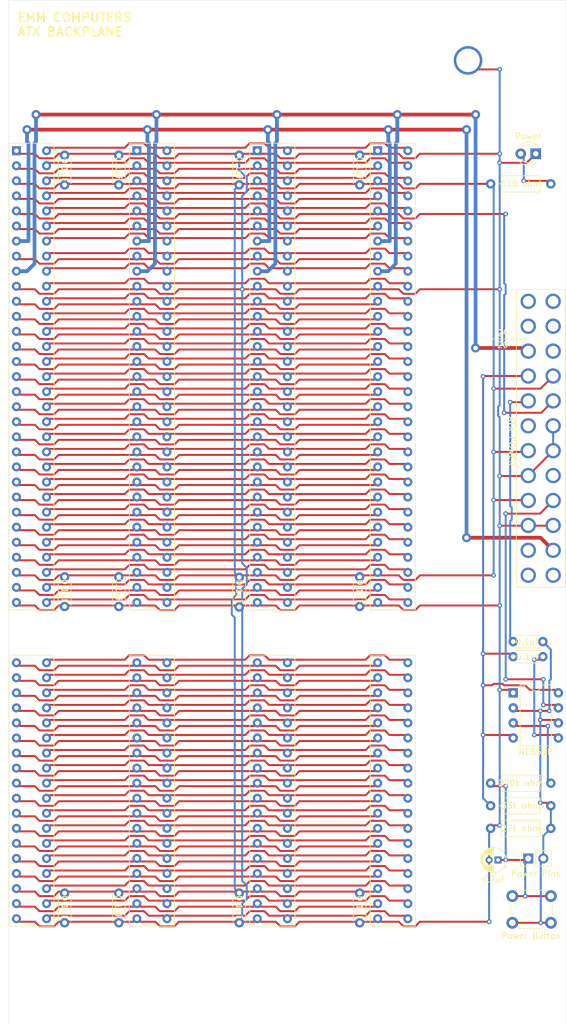
<source format=kicad_pcb>
(kicad_pcb (version 20171130) (host pcbnew "(5.1.8)-1")
  (layers (0 F.Cu signal) (31 B.Cu signal) (34 B.Paste user) (35 F.Paste user) (36 B.SilkS user) (37 F.SilkS user) (38 B.Mask user) (39 F.Mask user) (44 Edge.Cuts user))
  (net 0 "")
  (net 1 "Net-(ATXPOWER1-Pad13)")
  (net 2 "Net-(ATXPOWER1-Pad24)")
  (net 3 "Net-(ATXPOWER1-Pad23)")
  (net 4 "Net-(ATXPOWER1-Pad22)")
  (net 5 "Net-(ATXPOWER1-Pad17)")
  (net 6 "Net-(ATXPOWER1-Pad1)")
  (net 7 "Net-(ATXPOWER1-Pad2)")
  (net 8 "Net-(ATXPOWER1-Pad7)")
  (net 9 "Net-(ATXPOWER1-Pad11)")
  (net 10 "Net-(ATXPOWER1-Pad12)")
  (net 11 /12-)
  (net 12 /GND)
  (net 13 /5+)
  (net 14 /POWER_ON)
  (net 15 /POWER_GOOD)
  (net 16 /12+)
  (net 17 /5+SB)
  (net 18 /D15)
  (net 19 /D14)
  (net 20 /D13)
  (net 21 /D12)
  (net 22 /D11)
  (net 23 /D10)
  (net 24 /D9)
  (net 25 /D8)
  (net 26 /MEMW)
  (net 27 /MEMR)
  (net 28 /LA17)
  (net 29 /LA18)
  (net 30 /LA19)
  (net 31 /LA20)
  (net 32 /LA21)
  (net 33 /LA22)
  (net 34 /LA23)
  (net 35 /SBHE)
  (net 36 /MASTER)
  (net 37 /DRQ7)
  (net 38 /DACK7)
  (net 39 /DRQ6)
  (net 40 /DACK6)
  (net 41 /DRQ5)
  (net 42 /DACK5)
  (net 43 /DRQ0)
  (net 44 /DACK0)
  (net 45 /IRQ14)
  (net 46 /IRQ15)
  (net 47 /IRQ12)
  (net 48 /IRQ11)
  (net 49 /IRQ10)
  (net 50 /IOCS16)
  (net 51 /MEMCS16)
  (net 52 /A0)
  (net 53 /A1)
  (net 54 /A2)
  (net 55 /A3)
  (net 56 /A4)
  (net 57 /A5)
  (net 58 /A6)
  (net 59 /A7)
  (net 60 /A8)
  (net 61 /A9)
  (net 62 /A10)
  (net 63 /A11)
  (net 64 /A12)
  (net 65 /A13)
  (net 66 /A14)
  (net 67 /A15)
  (net 68 /A16)
  (net 69 /A17)
  (net 70 /A18)
  (net 71 /A19)
  (net 72 /AEN)
  (net 73 /IO_READY)
  (net 74 /D0)
  (net 75 /D1)
  (net 76 /D2)
  (net 77 /D3)
  (net 78 /D4)
  (net 79 /D5)
  (net 80 /D6)
  (net 81 /D7)
  (net 82 /IO)
  (net 83 /OSC)
  (net 84 /ALE)
  (net 85 /TC)
  (net 86 /DACK2)
  (net 87 /IRQ3)
  (net 88 /IRQ4)
  (net 89 /IRQ5)
  (net 90 /IRQ6)
  (net 91 /IRQ7)
  (net 92 /CLK)
  (net 93 /REF)
  (net 94 /DRQ1)
  (net 95 /DACK1)
  (net 96 /DRQ3)
  (net 97 /DACK3)
  (net 98 /IOR)
  (net 99 /IOW)
  (net 100 /SMEMR)
  (net 101 /SMEMW)
  (net 102 /NC)
  (net 103 /DRQ2)
  (net 104 /5-)
  (net 105 /IRQ2)
  (net 106 /RESET)
  (net 107 /CVOLT)
  (net 108 /BUTTON_OUTPUT)
  (net 109 /OUT)
  (net 110 /BUTTON_INPUT)
  (net 111 /LEDR)
  (module Motherboard:Large_Via (layer F.Cu) (at 138.43 73.914)
    (fp_text reference R hide)
    (fp_text value L hide)
    (pad 1 thru_hole circle (at 0 0) (size 1.524 1.524) (drill 0.762) (layers *.Cu *.Mask) (net 16 /12+))
  )
  (module Motherboard:Large_Via (layer F.Cu) (at 136.906 105.918)
    (fp_text reference R hide)
    (fp_text value L hide)
    (pad 1 thru_hole circle (at 0 0) (size 1.524 1.524) (drill 0.762) (layers *.Cu *.Mask) (net 11 /12-))
  )
  (module Motherboard:Large_Via (layer F.Cu) (at 138.43 34.544)
    (fp_text reference R hide)
    (fp_text value L hide)
    (pad 1 thru_hole circle (at 0 0) (size 1.524 1.524) (drill 0.762) (layers *.Cu *.Mask) (net 16 /12+))
  )
  (module Motherboard:Large_Via (layer F.Cu) (at 136.906 37.084)
    (fp_text reference R hide)
    (fp_text value L hide)
    (pad 1 thru_hole circle (at 0 0) (size 1.524 1.524) (drill 0.762) (layers *.Cu *.Mask) (net 11 /12-))
  )
  (module Package_DIP:DIP-8_W7.62mm (layer F.Cu) (at 144.78 132.08)
    (fp_text reference U1 hide)
    (fp_text value NE555P (at 3.81 9.95) (layer F.SilkS))
    (pad 8 thru_hole oval (at 7.62 0) (size 1.6 1.6) (drill 0.8) (layers *.Cu *.Mask) (net 17 /5+SB))
    (pad 4 thru_hole oval (at 0 7.62) (size 1.6 1.6) (drill 0.8) (layers *.Cu *.Mask) (net 17 /5+SB))
    (pad 7 thru_hole oval (at 7.62 2.54) (size 1.6 1.6) (drill 0.8) (layers *.Cu *.Mask) (net 14 /POWER_ON))
    (pad 3 thru_hole oval (at 0 5.08) (size 1.6 1.6) (drill 0.8) (layers *.Cu *.Mask) (net 109 /OUT))
    (pad 6 thru_hole oval (at 7.62 5.08) (size 1.6 1.6) (drill 0.8) (layers *.Cu *.Mask) (net 108 /BUTTON_OUTPUT))
    (pad 2 thru_hole oval (at 0 2.54) (size 1.6 1.6) (drill 0.8) (layers *.Cu *.Mask) (net 108 /BUTTON_OUTPUT))
    (pad 5 thru_hole oval (at 7.62 7.62) (size 1.6 1.6) (drill 0.8) (layers *.Cu *.Mask) (net 107 /CVOLT))
    (pad 1 thru_hole rect (at 0 0) (size 1.6 1.6) (drill 0.8) (layers *.Cu *.Mask) (net 12 /GND))
  )
  (module LED_THT:LED_D3.0mm (layer F.Cu) (at 148.59 41.148 180)
    (fp_text reference D1 hide)
    (fp_text value Power (at 1.27 2.96) (layer F.SilkS))
    (pad 2 thru_hole circle (at 2.54 0 180) (size 1.8 1.8) (drill 0.9) (layers *.Cu *.Mask) (net 111 /LEDR))
    (pad 1 thru_hole rect (at 0 0 180) (size 1.8 1.8) (drill 0.9) (layers *.Cu *.Mask) (net 12 /GND))
  )
  (module Resistor_THT:R_Axial_DIN0207_L6.3mm_D2.5mm_P10.16mm_Horizontal (layer F.Cu) (at 140.97 46.228)
    (fp_text reference R4 hide)
    (fp_text value "510 ohm" (at 5.08 0) (layer F.SilkS))
    (pad 2 thru_hole oval (at 10.16 0) (size 1.6 1.6) (drill 0.8) (layers *.Cu *.Mask) (net 111 /LEDR))
    (pad 1 thru_hole circle (at 0 0) (size 1.6 1.6) (drill 0.8) (layers *.Cu *.Mask) (net 13 /5+))
  )
  (module Resistor_THT:R_Axial_DIN0207_L6.3mm_D2.5mm_P10.16mm_Horizontal (layer F.Cu) (at 140.97 147.32)
    (fp_text reference R3 hide)
    (fp_text value "220k ohm" (at 5.08 0) (layer F.SilkS))
    (pad 2 thru_hole oval (at 10.16 0) (size 1.6 1.6) (drill 0.8) (layers *.Cu *.Mask) (net 109 /OUT))
    (pad 1 thru_hole circle (at 0 0) (size 1.6 1.6) (drill 0.8) (layers *.Cu *.Mask) (net 110 /BUTTON_INPUT))
  )
  (module Resistor_THT:R_Axial_DIN0207_L6.3mm_D2.5mm_P10.16mm_Horizontal (layer F.Cu) (at 140.97 151.13)
    (fp_text reference R2 hide)
    (fp_text value "33k ohm" (at 5.08 0) (layer F.SilkS))
    (pad 2 thru_hole oval (at 10.16 0) (size 1.6 1.6) (drill 0.8) (layers *.Cu *.Mask) (net 108 /BUTTON_OUTPUT))
    (pad 1 thru_hole circle (at 0 0) (size 1.6 1.6) (drill 0.8) (layers *.Cu *.Mask) (net 17 /5+SB))
  )
  (module Motherboard_ATX:16-bit-ISA (layer F.Cu) (at 60.96 40.64)
    (fp_text reference ISA4 hide)
    (fp_text value Bus_ISA_16bit)
    (pad 98 thru_hole circle (at 5.08 129.54) (size 1.524 1.524) (drill 0.762) (layers *.Cu *.Mask) (net 18 /D15))
    (pad 97 thru_hole circle (at 5.08 127) (size 1.524 1.524) (drill 0.762) (layers *.Cu *.Mask) (net 19 /D14))
    (pad 96 thru_hole circle (at 5.08 124.46) (size 1.524 1.524) (drill 0.762) (layers *.Cu *.Mask) (net 20 /D13))
    (pad 95 thru_hole circle (at 5.08 121.92) (size 1.524 1.524) (drill 0.762) (layers *.Cu *.Mask) (net 21 /D12))
    (pad 94 thru_hole circle (at 5.08 119.38) (size 1.524 1.524) (drill 0.762) (layers *.Cu *.Mask) (net 22 /D11))
    (pad 93 thru_hole circle (at 5.08 116.84) (size 1.524 1.524) (drill 0.762) (layers *.Cu *.Mask) (net 23 /D10))
    (pad 92 thru_hole circle (at 5.08 114.3) (size 1.524 1.524) (drill 0.762) (layers *.Cu *.Mask) (net 24 /D9))
    (pad 91 thru_hole circle (at 5.08 111.76) (size 1.524 1.524) (drill 0.762) (layers *.Cu *.Mask) (net 25 /D8))
    (pad 90 thru_hole circle (at 5.08 109.22) (size 1.524 1.524) (drill 0.762) (layers *.Cu *.Mask) (net 26 /MEMW))
    (pad 89 thru_hole circle (at 5.08 106.68) (size 1.524 1.524) (drill 0.762) (layers *.Cu *.Mask) (net 27 /MEMR))
    (pad 88 thru_hole circle (at 5.08 104.14) (size 1.524 1.524) (drill 0.762) (layers *.Cu *.Mask) (net 28 /LA17))
    (pad 87 thru_hole circle (at 5.08 101.6) (size 1.524 1.524) (drill 0.762) (layers *.Cu *.Mask) (net 29 /LA18))
    (pad 86 thru_hole circle (at 5.08 99.06) (size 1.524 1.524) (drill 0.762) (layers *.Cu *.Mask) (net 30 /LA19))
    (pad 85 thru_hole circle (at 5.08 96.52) (size 1.524 1.524) (drill 0.762) (layers *.Cu *.Mask) (net 31 /LA20))
    (pad 84 thru_hole circle (at 5.08 93.98) (size 1.524 1.524) (drill 0.762) (layers *.Cu *.Mask) (net 32 /LA21))
    (pad 83 thru_hole circle (at 5.08 91.44) (size 1.524 1.524) (drill 0.762) (layers *.Cu *.Mask) (net 33 /LA22))
    (pad 82 thru_hole circle (at 5.08 88.9) (size 1.524 1.524) (drill 0.762) (layers *.Cu *.Mask) (net 34 /LA23))
    (pad 81 thru_hole circle (at 5.08 86.36) (size 1.524 1.524) (drill 0.762) (layers *.Cu *.Mask) (net 35 /SBHE))
    (pad 80 thru_hole circle (at 0 129.54) (size 1.524 1.524) (drill 0.762) (layers *.Cu *.Mask) (net 12 /GND))
    (pad 79 thru_hole circle (at 0 127) (size 1.524 1.524) (drill 0.762) (layers *.Cu *.Mask) (net 36 /MASTER))
    (pad 78 thru_hole circle (at 0 124.46) (size 1.524 1.524) (drill 0.762) (layers *.Cu *.Mask) (net 13 /5+))
    (pad 77 thru_hole circle (at 0 121.92) (size 1.524 1.524) (drill 0.762) (layers *.Cu *.Mask) (net 37 /DRQ7))
    (pad 76 thru_hole circle (at 0 119.38) (size 1.524 1.524) (drill 0.762) (layers *.Cu *.Mask) (net 38 /DACK7))
    (pad 75 thru_hole circle (at 0 116.84) (size 1.524 1.524) (drill 0.762) (layers *.Cu *.Mask) (net 39 /DRQ6))
    (pad 74 thru_hole circle (at 0 114.3) (size 1.524 1.524) (drill 0.762) (layers *.Cu *.Mask) (net 40 /DACK6))
    (pad 73 thru_hole circle (at 0 111.76) (size 1.524 1.524) (drill 0.762) (layers *.Cu *.Mask) (net 41 /DRQ5))
    (pad 72 thru_hole circle (at 0 109.22) (size 1.524 1.524) (drill 0.762) (layers *.Cu *.Mask) (net 42 /DACK5))
    (pad 71 thru_hole circle (at 0 106.68) (size 1.524 1.524) (drill 0.762) (layers *.Cu *.Mask) (net 43 /DRQ0))
    (pad 70 thru_hole circle (at 0 104.14) (size 1.524 1.524) (drill 0.762) (layers *.Cu *.Mask) (net 44 /DACK0))
    (pad 69 thru_hole circle (at 0 101.6) (size 1.524 1.524) (drill 0.762) (layers *.Cu *.Mask) (net 45 /IRQ14))
    (pad 68 thru_hole circle (at 0 99.06) (size 1.524 1.524) (drill 0.762) (layers *.Cu *.Mask) (net 46 /IRQ15))
    (pad 67 thru_hole circle (at 0 96.52) (size 1.524 1.524) (drill 0.762) (layers *.Cu *.Mask) (net 47 /IRQ12))
    (pad 66 thru_hole circle (at 0 93.98) (size 1.524 1.524) (drill 0.762) (layers *.Cu *.Mask) (net 48 /IRQ11))
    (pad 65 thru_hole circle (at 0 91.44) (size 1.524 1.524) (drill 0.762) (layers *.Cu *.Mask) (net 49 /IRQ10))
    (pad 64 thru_hole circle (at 0 88.9) (size 1.524 1.524) (drill 0.762) (layers *.Cu *.Mask) (net 50 /IOCS16))
    (pad 63 thru_hole circle (at 0 86.36) (size 1.524 1.524) (drill 0.762) (layers *.Cu *.Mask) (net 51 /MEMCS16))
    (pad 62 thru_hole circle (at 5.08 76.2) (size 1.524 1.524) (drill 0.762) (layers *.Cu *.Mask) (net 52 /A0))
    (pad 61 thru_hole circle (at 5.08 73.66) (size 1.524 1.524) (drill 0.762) (layers *.Cu *.Mask) (net 53 /A1))
    (pad 60 thru_hole circle (at 5.08 71.12) (size 1.524 1.524) (drill 0.762) (layers *.Cu *.Mask) (net 54 /A2))
    (pad 59 thru_hole circle (at 5.08 68.58) (size 1.524 1.524) (drill 0.762) (layers *.Cu *.Mask) (net 55 /A3))
    (pad 58 thru_hole circle (at 5.08 66.04) (size 1.524 1.524) (drill 0.762) (layers *.Cu *.Mask) (net 56 /A4))
    (pad 57 thru_hole circle (at 5.08 63.5) (size 1.524 1.524) (drill 0.762) (layers *.Cu *.Mask) (net 57 /A5))
    (pad 56 thru_hole circle (at 5.08 60.96) (size 1.524 1.524) (drill 0.762) (layers *.Cu *.Mask) (net 58 /A6))
    (pad 55 thru_hole circle (at 5.08 58.42) (size 1.524 1.524) (drill 0.762) (layers *.Cu *.Mask) (net 59 /A7))
    (pad 54 thru_hole circle (at 5.08 55.88) (size 1.524 1.524) (drill 0.762) (layers *.Cu *.Mask) (net 60 /A8))
    (pad 53 thru_hole circle (at 5.08 53.34) (size 1.524 1.524) (drill 0.762) (layers *.Cu *.Mask) (net 61 /A9))
    (pad 52 thru_hole circle (at 5.08 50.8) (size 1.524 1.524) (drill 0.762) (layers *.Cu *.Mask) (net 62 /A10))
    (pad 51 thru_hole circle (at 5.08 48.26) (size 1.524 1.524) (drill 0.762) (layers *.Cu *.Mask) (net 63 /A11))
    (pad 50 thru_hole circle (at 5.08 45.72) (size 1.524 1.524) (drill 0.762) (layers *.Cu *.Mask) (net 64 /A12))
    (pad 49 thru_hole circle (at 5.08 43.18) (size 1.524 1.524) (drill 0.762) (layers *.Cu *.Mask) (net 65 /A13))
    (pad 48 thru_hole circle (at 5.08 40.64) (size 1.524 1.524) (drill 0.762) (layers *.Cu *.Mask) (net 66 /A14))
    (pad 47 thru_hole circle (at 5.08 38.1) (size 1.524 1.524) (drill 0.762) (layers *.Cu *.Mask) (net 67 /A15))
    (pad 46 thru_hole circle (at 5.08 35.56) (size 1.524 1.524) (drill 0.762) (layers *.Cu *.Mask) (net 68 /A16))
    (pad 45 thru_hole circle (at 5.08 33.02) (size 1.524 1.524) (drill 0.762) (layers *.Cu *.Mask) (net 69 /A17))
    (pad 44 thru_hole circle (at 5.08 30.48) (size 1.524 1.524) (drill 0.762) (layers *.Cu *.Mask) (net 70 /A18))
    (pad 43 thru_hole circle (at 5.08 27.94) (size 1.524 1.524) (drill 0.762) (layers *.Cu *.Mask) (net 71 /A19))
    (pad 42 thru_hole circle (at 5.08 25.4) (size 1.524 1.524) (drill 0.762) (layers *.Cu *.Mask) (net 72 /AEN))
    (pad 41 thru_hole circle (at 5.08 22.86) (size 1.524 1.524) (drill 0.762) (layers *.Cu *.Mask) (net 73 /IO_READY))
    (pad 40 thru_hole circle (at 5.08 20.32) (size 1.524 1.524) (drill 0.762) (layers *.Cu *.Mask) (net 74 /D0))
    (pad 39 thru_hole circle (at 5.08 17.78) (size 1.524 1.524) (drill 0.762) (layers *.Cu *.Mask) (net 75 /D1))
    (pad 38 thru_hole circle (at 5.08 15.24) (size 1.524 1.524) (drill 0.762) (layers *.Cu *.Mask) (net 76 /D2))
    (pad 37 thru_hole circle (at 5.08 12.7) (size 1.524 1.524) (drill 0.762) (layers *.Cu *.Mask) (net 77 /D3))
    (pad 36 thru_hole circle (at 5.08 10.16) (size 1.524 1.524) (drill 0.762) (layers *.Cu *.Mask) (net 78 /D4))
    (pad 35 thru_hole circle (at 5.08 7.62) (size 1.524 1.524) (drill 0.762) (layers *.Cu *.Mask) (net 79 /D5))
    (pad 34 thru_hole circle (at 5.08 5.08) (size 1.524 1.524) (drill 0.762) (layers *.Cu *.Mask) (net 80 /D6))
    (pad 33 thru_hole circle (at 5.08 2.54) (size 1.524 1.524) (drill 0.762) (layers *.Cu *.Mask) (net 81 /D7))
    (pad 32 thru_hole circle (at 5.08 0) (size 1.524 1.524) (drill 0.762) (layers *.Cu *.Mask) (net 82 /IO))
    (pad 31 thru_hole circle (at 0 76.2) (size 1.524 1.524) (drill 0.762) (layers *.Cu *.Mask) (net 12 /GND))
    (pad 30 thru_hole circle (at 0 73.66) (size 1.524 1.524) (drill 0.762) (layers *.Cu *.Mask) (net 83 /OSC))
    (pad 29 thru_hole circle (at 0 71.12) (size 1.524 1.524) (drill 0.762) (layers *.Cu *.Mask) (net 13 /5+))
    (pad 28 thru_hole circle (at 0 68.58) (size 1.524 1.524) (drill 0.762) (layers *.Cu *.Mask) (net 84 /ALE))
    (pad 27 thru_hole circle (at 0 66.04) (size 1.524 1.524) (drill 0.762) (layers *.Cu *.Mask) (net 85 /TC))
    (pad 26 thru_hole circle (at 0 63.5) (size 1.524 1.524) (drill 0.762) (layers *.Cu *.Mask) (net 86 /DACK2))
    (pad 25 thru_hole circle (at 0 60.96) (size 1.524 1.524) (drill 0.762) (layers *.Cu *.Mask) (net 87 /IRQ3))
    (pad 24 thru_hole circle (at 0 58.42) (size 1.524 1.524) (drill 0.762) (layers *.Cu *.Mask) (net 88 /IRQ4))
    (pad 23 thru_hole circle (at 0 55.88) (size 1.524 1.524) (drill 0.762) (layers *.Cu *.Mask) (net 89 /IRQ5))
    (pad 22 thru_hole circle (at 0 53.34) (size 1.524 1.524) (drill 0.762) (layers *.Cu *.Mask) (net 90 /IRQ6))
    (pad 21 thru_hole circle (at 0 50.8) (size 1.524 1.524) (drill 0.762) (layers *.Cu *.Mask) (net 91 /IRQ7))
    (pad 20 thru_hole circle (at 0 48.26) (size 1.524 1.524) (drill 0.762) (layers *.Cu *.Mask) (net 92 /CLK))
    (pad 19 thru_hole circle (at 0 45.72) (size 1.524 1.524) (drill 0.762) (layers *.Cu *.Mask) (net 93 /REF))
    (pad 18 thru_hole circle (at 0 43.18) (size 1.524 1.524) (drill 0.762) (layers *.Cu *.Mask) (net 94 /DRQ1))
    (pad 17 thru_hole circle (at 0 40.64) (size 1.524 1.524) (drill 0.762) (layers *.Cu *.Mask) (net 95 /DACK1))
    (pad 16 thru_hole circle (at 0 38.1) (size 1.524 1.524) (drill 0.762) (layers *.Cu *.Mask) (net 96 /DRQ3))
    (pad 15 thru_hole circle (at 0 35.56) (size 1.524 1.524) (drill 0.762) (layers *.Cu *.Mask) (net 97 /DACK3))
    (pad 14 thru_hole circle (at 0 33.02) (size 1.524 1.524) (drill 0.762) (layers *.Cu *.Mask) (net 98 /IOR))
    (pad 13 thru_hole circle (at 0 30.48) (size 1.524 1.524) (drill 0.762) (layers *.Cu *.Mask) (net 99 /IOW))
    (pad 12 thru_hole circle (at 0 27.94) (size 1.524 1.524) (drill 0.762) (layers *.Cu *.Mask) (net 100 /SMEMR))
    (pad 11 thru_hole circle (at 0 25.4) (size 1.524 1.524) (drill 0.762) (layers *.Cu *.Mask) (net 101 /SMEMW))
    (pad 10 thru_hole circle (at 0 22.86) (size 1.524 1.524) (drill 0.762) (layers *.Cu *.Mask) (net 12 /GND))
    (pad 9 thru_hole circle (at 0 20.32) (size 1.524 1.524) (drill 0.762) (layers *.Cu *.Mask) (net 16 /12+))
    (pad 8 thru_hole circle (at 0 17.78) (size 1.524 1.524) (drill 0.762) (layers *.Cu *.Mask) (net 102 /NC))
    (pad 7 thru_hole circle (at 0 15.24) (size 1.524 1.524) (drill 0.762) (layers *.Cu *.Mask) (net 11 /12-))
    (pad 6 thru_hole circle (at 0 12.7) (size 1.524 1.524) (drill 0.762) (layers *.Cu *.Mask) (net 103 /DRQ2))
    (pad 5 thru_hole circle (at 0 10.16) (size 1.524 1.524) (drill 0.762) (layers *.Cu *.Mask) (net 104 /5-))
    (pad 4 thru_hole circle (at 0 7.62) (size 1.524 1.524) (drill 0.762) (layers *.Cu *.Mask) (net 105 /IRQ2))
    (pad 3 thru_hole circle (at 0 5.08) (size 1.524 1.524) (drill 0.762) (layers *.Cu *.Mask) (net 13 /5+))
    (pad 2 thru_hole circle (at 0 2.54) (size 1.524 1.524) (drill 0.762) (layers *.Cu *.Mask) (net 106 /RESET))
    (pad 1 thru_hole rect (at 0 0) (size 1.524 1.524) (drill 0.762) (layers *.Cu *.Mask) (net 12 /GND))
  )
  (module Motherboard_ATX:16-bit-ISA (layer F.Cu) (at 81.28 40.64)
    (fp_text reference ISA3 hide)
    (fp_text value Bus_ISA_16bit)
    (pad 98 thru_hole circle (at 5.08 129.54) (size 1.524 1.524) (drill 0.762) (layers *.Cu *.Mask) (net 18 /D15))
    (pad 97 thru_hole circle (at 5.08 127) (size 1.524 1.524) (drill 0.762) (layers *.Cu *.Mask) (net 19 /D14))
    (pad 96 thru_hole circle (at 5.08 124.46) (size 1.524 1.524) (drill 0.762) (layers *.Cu *.Mask) (net 20 /D13))
    (pad 95 thru_hole circle (at 5.08 121.92) (size 1.524 1.524) (drill 0.762) (layers *.Cu *.Mask) (net 21 /D12))
    (pad 94 thru_hole circle (at 5.08 119.38) (size 1.524 1.524) (drill 0.762) (layers *.Cu *.Mask) (net 22 /D11))
    (pad 93 thru_hole circle (at 5.08 116.84) (size 1.524 1.524) (drill 0.762) (layers *.Cu *.Mask) (net 23 /D10))
    (pad 92 thru_hole circle (at 5.08 114.3) (size 1.524 1.524) (drill 0.762) (layers *.Cu *.Mask) (net 24 /D9))
    (pad 91 thru_hole circle (at 5.08 111.76) (size 1.524 1.524) (drill 0.762) (layers *.Cu *.Mask) (net 25 /D8))
    (pad 90 thru_hole circle (at 5.08 109.22) (size 1.524 1.524) (drill 0.762) (layers *.Cu *.Mask) (net 26 /MEMW))
    (pad 89 thru_hole circle (at 5.08 106.68) (size 1.524 1.524) (drill 0.762) (layers *.Cu *.Mask) (net 27 /MEMR))
    (pad 88 thru_hole circle (at 5.08 104.14) (size 1.524 1.524) (drill 0.762) (layers *.Cu *.Mask) (net 28 /LA17))
    (pad 87 thru_hole circle (at 5.08 101.6) (size 1.524 1.524) (drill 0.762) (layers *.Cu *.Mask) (net 29 /LA18))
    (pad 86 thru_hole circle (at 5.08 99.06) (size 1.524 1.524) (drill 0.762) (layers *.Cu *.Mask) (net 30 /LA19))
    (pad 85 thru_hole circle (at 5.08 96.52) (size 1.524 1.524) (drill 0.762) (layers *.Cu *.Mask) (net 31 /LA20))
    (pad 84 thru_hole circle (at 5.08 93.98) (size 1.524 1.524) (drill 0.762) (layers *.Cu *.Mask) (net 32 /LA21))
    (pad 83 thru_hole circle (at 5.08 91.44) (size 1.524 1.524) (drill 0.762) (layers *.Cu *.Mask) (net 33 /LA22))
    (pad 82 thru_hole circle (at 5.08 88.9) (size 1.524 1.524) (drill 0.762) (layers *.Cu *.Mask) (net 34 /LA23))
    (pad 81 thru_hole circle (at 5.08 86.36) (size 1.524 1.524) (drill 0.762) (layers *.Cu *.Mask) (net 35 /SBHE))
    (pad 80 thru_hole circle (at 0 129.54) (size 1.524 1.524) (drill 0.762) (layers *.Cu *.Mask) (net 12 /GND))
    (pad 79 thru_hole circle (at 0 127) (size 1.524 1.524) (drill 0.762) (layers *.Cu *.Mask) (net 36 /MASTER))
    (pad 78 thru_hole circle (at 0 124.46) (size 1.524 1.524) (drill 0.762) (layers *.Cu *.Mask) (net 13 /5+))
    (pad 77 thru_hole circle (at 0 121.92) (size 1.524 1.524) (drill 0.762) (layers *.Cu *.Mask) (net 37 /DRQ7))
    (pad 76 thru_hole circle (at 0 119.38) (size 1.524 1.524) (drill 0.762) (layers *.Cu *.Mask) (net 38 /DACK7))
    (pad 75 thru_hole circle (at 0 116.84) (size 1.524 1.524) (drill 0.762) (layers *.Cu *.Mask) (net 39 /DRQ6))
    (pad 74 thru_hole circle (at 0 114.3) (size 1.524 1.524) (drill 0.762) (layers *.Cu *.Mask) (net 40 /DACK6))
    (pad 73 thru_hole circle (at 0 111.76) (size 1.524 1.524) (drill 0.762) (layers *.Cu *.Mask) (net 41 /DRQ5))
    (pad 72 thru_hole circle (at 0 109.22) (size 1.524 1.524) (drill 0.762) (layers *.Cu *.Mask) (net 42 /DACK5))
    (pad 71 thru_hole circle (at 0 106.68) (size 1.524 1.524) (drill 0.762) (layers *.Cu *.Mask) (net 43 /DRQ0))
    (pad 70 thru_hole circle (at 0 104.14) (size 1.524 1.524) (drill 0.762) (layers *.Cu *.Mask) (net 44 /DACK0))
    (pad 69 thru_hole circle (at 0 101.6) (size 1.524 1.524) (drill 0.762) (layers *.Cu *.Mask) (net 45 /IRQ14))
    (pad 68 thru_hole circle (at 0 99.06) (size 1.524 1.524) (drill 0.762) (layers *.Cu *.Mask) (net 46 /IRQ15))
    (pad 67 thru_hole circle (at 0 96.52) (size 1.524 1.524) (drill 0.762) (layers *.Cu *.Mask) (net 47 /IRQ12))
    (pad 66 thru_hole circle (at 0 93.98) (size 1.524 1.524) (drill 0.762) (layers *.Cu *.Mask) (net 48 /IRQ11))
    (pad 65 thru_hole circle (at 0 91.44) (size 1.524 1.524) (drill 0.762) (layers *.Cu *.Mask) (net 49 /IRQ10))
    (pad 64 thru_hole circle (at 0 88.9) (size 1.524 1.524) (drill 0.762) (layers *.Cu *.Mask) (net 50 /IOCS16))
    (pad 63 thru_hole circle (at 0 86.36) (size 1.524 1.524) (drill 0.762) (layers *.Cu *.Mask) (net 51 /MEMCS16))
    (pad 62 thru_hole circle (at 5.08 76.2) (size 1.524 1.524) (drill 0.762) (layers *.Cu *.Mask) (net 52 /A0))
    (pad 61 thru_hole circle (at 5.08 73.66) (size 1.524 1.524) (drill 0.762) (layers *.Cu *.Mask) (net 53 /A1))
    (pad 60 thru_hole circle (at 5.08 71.12) (size 1.524 1.524) (drill 0.762) (layers *.Cu *.Mask) (net 54 /A2))
    (pad 59 thru_hole circle (at 5.08 68.58) (size 1.524 1.524) (drill 0.762) (layers *.Cu *.Mask) (net 55 /A3))
    (pad 58 thru_hole circle (at 5.08 66.04) (size 1.524 1.524) (drill 0.762) (layers *.Cu *.Mask) (net 56 /A4))
    (pad 57 thru_hole circle (at 5.08 63.5) (size 1.524 1.524) (drill 0.762) (layers *.Cu *.Mask) (net 57 /A5))
    (pad 56 thru_hole circle (at 5.08 60.96) (size 1.524 1.524) (drill 0.762) (layers *.Cu *.Mask) (net 58 /A6))
    (pad 55 thru_hole circle (at 5.08 58.42) (size 1.524 1.524) (drill 0.762) (layers *.Cu *.Mask) (net 59 /A7))
    (pad 54 thru_hole circle (at 5.08 55.88) (size 1.524 1.524) (drill 0.762) (layers *.Cu *.Mask) (net 60 /A8))
    (pad 53 thru_hole circle (at 5.08 53.34) (size 1.524 1.524) (drill 0.762) (layers *.Cu *.Mask) (net 61 /A9))
    (pad 52 thru_hole circle (at 5.08 50.8) (size 1.524 1.524) (drill 0.762) (layers *.Cu *.Mask) (net 62 /A10))
    (pad 51 thru_hole circle (at 5.08 48.26) (size 1.524 1.524) (drill 0.762) (layers *.Cu *.Mask) (net 63 /A11))
    (pad 50 thru_hole circle (at 5.08 45.72) (size 1.524 1.524) (drill 0.762) (layers *.Cu *.Mask) (net 64 /A12))
    (pad 49 thru_hole circle (at 5.08 43.18) (size 1.524 1.524) (drill 0.762) (layers *.Cu *.Mask) (net 65 /A13))
    (pad 48 thru_hole circle (at 5.08 40.64) (size 1.524 1.524) (drill 0.762) (layers *.Cu *.Mask) (net 66 /A14))
    (pad 47 thru_hole circle (at 5.08 38.1) (size 1.524 1.524) (drill 0.762) (layers *.Cu *.Mask) (net 67 /A15))
    (pad 46 thru_hole circle (at 5.08 35.56) (size 1.524 1.524) (drill 0.762) (layers *.Cu *.Mask) (net 68 /A16))
    (pad 45 thru_hole circle (at 5.08 33.02) (size 1.524 1.524) (drill 0.762) (layers *.Cu *.Mask) (net 69 /A17))
    (pad 44 thru_hole circle (at 5.08 30.48) (size 1.524 1.524) (drill 0.762) (layers *.Cu *.Mask) (net 70 /A18))
    (pad 43 thru_hole circle (at 5.08 27.94) (size 1.524 1.524) (drill 0.762) (layers *.Cu *.Mask) (net 71 /A19))
    (pad 42 thru_hole circle (at 5.08 25.4) (size 1.524 1.524) (drill 0.762) (layers *.Cu *.Mask) (net 72 /AEN))
    (pad 41 thru_hole circle (at 5.08 22.86) (size 1.524 1.524) (drill 0.762) (layers *.Cu *.Mask) (net 73 /IO_READY))
    (pad 40 thru_hole circle (at 5.08 20.32) (size 1.524 1.524) (drill 0.762) (layers *.Cu *.Mask) (net 74 /D0))
    (pad 39 thru_hole circle (at 5.08 17.78) (size 1.524 1.524) (drill 0.762) (layers *.Cu *.Mask) (net 75 /D1))
    (pad 38 thru_hole circle (at 5.08 15.24) (size 1.524 1.524) (drill 0.762) (layers *.Cu *.Mask) (net 76 /D2))
    (pad 37 thru_hole circle (at 5.08 12.7) (size 1.524 1.524) (drill 0.762) (layers *.Cu *.Mask) (net 77 /D3))
    (pad 36 thru_hole circle (at 5.08 10.16) (size 1.524 1.524) (drill 0.762) (layers *.Cu *.Mask) (net 78 /D4))
    (pad 35 thru_hole circle (at 5.08 7.62) (size 1.524 1.524) (drill 0.762) (layers *.Cu *.Mask) (net 79 /D5))
    (pad 34 thru_hole circle (at 5.08 5.08) (size 1.524 1.524) (drill 0.762) (layers *.Cu *.Mask) (net 80 /D6))
    (pad 33 thru_hole circle (at 5.08 2.54) (size 1.524 1.524) (drill 0.762) (layers *.Cu *.Mask) (net 81 /D7))
    (pad 32 thru_hole circle (at 5.08 0) (size 1.524 1.524) (drill 0.762) (layers *.Cu *.Mask) (net 82 /IO))
    (pad 31 thru_hole circle (at 0 76.2) (size 1.524 1.524) (drill 0.762) (layers *.Cu *.Mask) (net 12 /GND))
    (pad 30 thru_hole circle (at 0 73.66) (size 1.524 1.524) (drill 0.762) (layers *.Cu *.Mask) (net 83 /OSC))
    (pad 29 thru_hole circle (at 0 71.12) (size 1.524 1.524) (drill 0.762) (layers *.Cu *.Mask) (net 13 /5+))
    (pad 28 thru_hole circle (at 0 68.58) (size 1.524 1.524) (drill 0.762) (layers *.Cu *.Mask) (net 84 /ALE))
    (pad 27 thru_hole circle (at 0 66.04) (size 1.524 1.524) (drill 0.762) (layers *.Cu *.Mask) (net 85 /TC))
    (pad 26 thru_hole circle (at 0 63.5) (size 1.524 1.524) (drill 0.762) (layers *.Cu *.Mask) (net 86 /DACK2))
    (pad 25 thru_hole circle (at 0 60.96) (size 1.524 1.524) (drill 0.762) (layers *.Cu *.Mask) (net 87 /IRQ3))
    (pad 24 thru_hole circle (at 0 58.42) (size 1.524 1.524) (drill 0.762) (layers *.Cu *.Mask) (net 88 /IRQ4))
    (pad 23 thru_hole circle (at 0 55.88) (size 1.524 1.524) (drill 0.762) (layers *.Cu *.Mask) (net 89 /IRQ5))
    (pad 22 thru_hole circle (at 0 53.34) (size 1.524 1.524) (drill 0.762) (layers *.Cu *.Mask) (net 90 /IRQ6))
    (pad 21 thru_hole circle (at 0 50.8) (size 1.524 1.524) (drill 0.762) (layers *.Cu *.Mask) (net 91 /IRQ7))
    (pad 20 thru_hole circle (at 0 48.26) (size 1.524 1.524) (drill 0.762) (layers *.Cu *.Mask) (net 92 /CLK))
    (pad 19 thru_hole circle (at 0 45.72) (size 1.524 1.524) (drill 0.762) (layers *.Cu *.Mask) (net 93 /REF))
    (pad 18 thru_hole circle (at 0 43.18) (size 1.524 1.524) (drill 0.762) (layers *.Cu *.Mask) (net 94 /DRQ1))
    (pad 17 thru_hole circle (at 0 40.64) (size 1.524 1.524) (drill 0.762) (layers *.Cu *.Mask) (net 95 /DACK1))
    (pad 16 thru_hole circle (at 0 38.1) (size 1.524 1.524) (drill 0.762) (layers *.Cu *.Mask) (net 96 /DRQ3))
    (pad 15 thru_hole circle (at 0 35.56) (size 1.524 1.524) (drill 0.762) (layers *.Cu *.Mask) (net 97 /DACK3))
    (pad 14 thru_hole circle (at 0 33.02) (size 1.524 1.524) (drill 0.762) (layers *.Cu *.Mask) (net 98 /IOR))
    (pad 13 thru_hole circle (at 0 30.48) (size 1.524 1.524) (drill 0.762) (layers *.Cu *.Mask) (net 99 /IOW))
    (pad 12 thru_hole circle (at 0 27.94) (size 1.524 1.524) (drill 0.762) (layers *.Cu *.Mask) (net 100 /SMEMR))
    (pad 11 thru_hole circle (at 0 25.4) (size 1.524 1.524) (drill 0.762) (layers *.Cu *.Mask) (net 101 /SMEMW))
    (pad 10 thru_hole circle (at 0 22.86) (size 1.524 1.524) (drill 0.762) (layers *.Cu *.Mask) (net 12 /GND))
    (pad 9 thru_hole circle (at 0 20.32) (size 1.524 1.524) (drill 0.762) (layers *.Cu *.Mask) (net 16 /12+))
    (pad 8 thru_hole circle (at 0 17.78) (size 1.524 1.524) (drill 0.762) (layers *.Cu *.Mask) (net 102 /NC))
    (pad 7 thru_hole circle (at 0 15.24) (size 1.524 1.524) (drill 0.762) (layers *.Cu *.Mask) (net 11 /12-))
    (pad 6 thru_hole circle (at 0 12.7) (size 1.524 1.524) (drill 0.762) (layers *.Cu *.Mask) (net 103 /DRQ2))
    (pad 5 thru_hole circle (at 0 10.16) (size 1.524 1.524) (drill 0.762) (layers *.Cu *.Mask) (net 104 /5-))
    (pad 4 thru_hole circle (at 0 7.62) (size 1.524 1.524) (drill 0.762) (layers *.Cu *.Mask) (net 105 /IRQ2))
    (pad 3 thru_hole circle (at 0 5.08) (size 1.524 1.524) (drill 0.762) (layers *.Cu *.Mask) (net 13 /5+))
    (pad 2 thru_hole circle (at 0 2.54) (size 1.524 1.524) (drill 0.762) (layers *.Cu *.Mask) (net 106 /RESET))
    (pad 1 thru_hole rect (at 0 0) (size 1.524 1.524) (drill 0.762) (layers *.Cu *.Mask) (net 12 /GND))
  )
  (module Motherboard_ATX:16-bit-ISA (layer F.Cu) (at 101.6 40.64)
    (fp_text reference ISA2 hide)
    (fp_text value Bus_ISA_16bit)
    (pad 98 thru_hole circle (at 5.08 129.54) (size 1.524 1.524) (drill 0.762) (layers *.Cu *.Mask) (net 18 /D15))
    (pad 97 thru_hole circle (at 5.08 127) (size 1.524 1.524) (drill 0.762) (layers *.Cu *.Mask) (net 19 /D14))
    (pad 96 thru_hole circle (at 5.08 124.46) (size 1.524 1.524) (drill 0.762) (layers *.Cu *.Mask) (net 20 /D13))
    (pad 95 thru_hole circle (at 5.08 121.92) (size 1.524 1.524) (drill 0.762) (layers *.Cu *.Mask) (net 21 /D12))
    (pad 94 thru_hole circle (at 5.08 119.38) (size 1.524 1.524) (drill 0.762) (layers *.Cu *.Mask) (net 22 /D11))
    (pad 93 thru_hole circle (at 5.08 116.84) (size 1.524 1.524) (drill 0.762) (layers *.Cu *.Mask) (net 23 /D10))
    (pad 92 thru_hole circle (at 5.08 114.3) (size 1.524 1.524) (drill 0.762) (layers *.Cu *.Mask) (net 24 /D9))
    (pad 91 thru_hole circle (at 5.08 111.76) (size 1.524 1.524) (drill 0.762) (layers *.Cu *.Mask) (net 25 /D8))
    (pad 90 thru_hole circle (at 5.08 109.22) (size 1.524 1.524) (drill 0.762) (layers *.Cu *.Mask) (net 26 /MEMW))
    (pad 89 thru_hole circle (at 5.08 106.68) (size 1.524 1.524) (drill 0.762) (layers *.Cu *.Mask) (net 27 /MEMR))
    (pad 88 thru_hole circle (at 5.08 104.14) (size 1.524 1.524) (drill 0.762) (layers *.Cu *.Mask) (net 28 /LA17))
    (pad 87 thru_hole circle (at 5.08 101.6) (size 1.524 1.524) (drill 0.762) (layers *.Cu *.Mask) (net 29 /LA18))
    (pad 86 thru_hole circle (at 5.08 99.06) (size 1.524 1.524) (drill 0.762) (layers *.Cu *.Mask) (net 30 /LA19))
    (pad 85 thru_hole circle (at 5.08 96.52) (size 1.524 1.524) (drill 0.762) (layers *.Cu *.Mask) (net 31 /LA20))
    (pad 84 thru_hole circle (at 5.08 93.98) (size 1.524 1.524) (drill 0.762) (layers *.Cu *.Mask) (net 32 /LA21))
    (pad 83 thru_hole circle (at 5.08 91.44) (size 1.524 1.524) (drill 0.762) (layers *.Cu *.Mask) (net 33 /LA22))
    (pad 82 thru_hole circle (at 5.08 88.9) (size 1.524 1.524) (drill 0.762) (layers *.Cu *.Mask) (net 34 /LA23))
    (pad 81 thru_hole circle (at 5.08 86.36) (size 1.524 1.524) (drill 0.762) (layers *.Cu *.Mask) (net 35 /SBHE))
    (pad 80 thru_hole circle (at 0 129.54) (size 1.524 1.524) (drill 0.762) (layers *.Cu *.Mask) (net 12 /GND))
    (pad 79 thru_hole circle (at 0 127) (size 1.524 1.524) (drill 0.762) (layers *.Cu *.Mask) (net 36 /MASTER))
    (pad 78 thru_hole circle (at 0 124.46) (size 1.524 1.524) (drill 0.762) (layers *.Cu *.Mask) (net 13 /5+))
    (pad 77 thru_hole circle (at 0 121.92) (size 1.524 1.524) (drill 0.762) (layers *.Cu *.Mask) (net 37 /DRQ7))
    (pad 76 thru_hole circle (at 0 119.38) (size 1.524 1.524) (drill 0.762) (layers *.Cu *.Mask) (net 38 /DACK7))
    (pad 75 thru_hole circle (at 0 116.84) (size 1.524 1.524) (drill 0.762) (layers *.Cu *.Mask) (net 39 /DRQ6))
    (pad 74 thru_hole circle (at 0 114.3) (size 1.524 1.524) (drill 0.762) (layers *.Cu *.Mask) (net 40 /DACK6))
    (pad 73 thru_hole circle (at 0 111.76) (size 1.524 1.524) (drill 0.762) (layers *.Cu *.Mask) (net 41 /DRQ5))
    (pad 72 thru_hole circle (at 0 109.22) (size 1.524 1.524) (drill 0.762) (layers *.Cu *.Mask) (net 42 /DACK5))
    (pad 71 thru_hole circle (at 0 106.68) (size 1.524 1.524) (drill 0.762) (layers *.Cu *.Mask) (net 43 /DRQ0))
    (pad 70 thru_hole circle (at 0 104.14) (size 1.524 1.524) (drill 0.762) (layers *.Cu *.Mask) (net 44 /DACK0))
    (pad 69 thru_hole circle (at 0 101.6) (size 1.524 1.524) (drill 0.762) (layers *.Cu *.Mask) (net 45 /IRQ14))
    (pad 68 thru_hole circle (at 0 99.06) (size 1.524 1.524) (drill 0.762) (layers *.Cu *.Mask) (net 46 /IRQ15))
    (pad 67 thru_hole circle (at 0 96.52) (size 1.524 1.524) (drill 0.762) (layers *.Cu *.Mask) (net 47 /IRQ12))
    (pad 66 thru_hole circle (at 0 93.98) (size 1.524 1.524) (drill 0.762) (layers *.Cu *.Mask) (net 48 /IRQ11))
    (pad 65 thru_hole circle (at 0 91.44) (size 1.524 1.524) (drill 0.762) (layers *.Cu *.Mask) (net 49 /IRQ10))
    (pad 64 thru_hole circle (at 0 88.9) (size 1.524 1.524) (drill 0.762) (layers *.Cu *.Mask) (net 50 /IOCS16))
    (pad 63 thru_hole circle (at 0 86.36) (size 1.524 1.524) (drill 0.762) (layers *.Cu *.Mask) (net 51 /MEMCS16))
    (pad 62 thru_hole circle (at 5.08 76.2) (size 1.524 1.524) (drill 0.762) (layers *.Cu *.Mask) (net 52 /A0))
    (pad 61 thru_hole circle (at 5.08 73.66) (size 1.524 1.524) (drill 0.762) (layers *.Cu *.Mask) (net 53 /A1))
    (pad 60 thru_hole circle (at 5.08 71.12) (size 1.524 1.524) (drill 0.762) (layers *.Cu *.Mask) (net 54 /A2))
    (pad 59 thru_hole circle (at 5.08 68.58) (size 1.524 1.524) (drill 0.762) (layers *.Cu *.Mask) (net 55 /A3))
    (pad 58 thru_hole circle (at 5.08 66.04) (size 1.524 1.524) (drill 0.762) (layers *.Cu *.Mask) (net 56 /A4))
    (pad 57 thru_hole circle (at 5.08 63.5) (size 1.524 1.524) (drill 0.762) (layers *.Cu *.Mask) (net 57 /A5))
    (pad 56 thru_hole circle (at 5.08 60.96) (size 1.524 1.524) (drill 0.762) (layers *.Cu *.Mask) (net 58 /A6))
    (pad 55 thru_hole circle (at 5.08 58.42) (size 1.524 1.524) (drill 0.762) (layers *.Cu *.Mask) (net 59 /A7))
    (pad 54 thru_hole circle (at 5.08 55.88) (size 1.524 1.524) (drill 0.762) (layers *.Cu *.Mask) (net 60 /A8))
    (pad 53 thru_hole circle (at 5.08 53.34) (size 1.524 1.524) (drill 0.762) (layers *.Cu *.Mask) (net 61 /A9))
    (pad 52 thru_hole circle (at 5.08 50.8) (size 1.524 1.524) (drill 0.762) (layers *.Cu *.Mask) (net 62 /A10))
    (pad 51 thru_hole circle (at 5.08 48.26) (size 1.524 1.524) (drill 0.762) (layers *.Cu *.Mask) (net 63 /A11))
    (pad 50 thru_hole circle (at 5.08 45.72) (size 1.524 1.524) (drill 0.762) (layers *.Cu *.Mask) (net 64 /A12))
    (pad 49 thru_hole circle (at 5.08 43.18) (size 1.524 1.524) (drill 0.762) (layers *.Cu *.Mask) (net 65 /A13))
    (pad 48 thru_hole circle (at 5.08 40.64) (size 1.524 1.524) (drill 0.762) (layers *.Cu *.Mask) (net 66 /A14))
    (pad 47 thru_hole circle (at 5.08 38.1) (size 1.524 1.524) (drill 0.762) (layers *.Cu *.Mask) (net 67 /A15))
    (pad 46 thru_hole circle (at 5.08 35.56) (size 1.524 1.524) (drill 0.762) (layers *.Cu *.Mask) (net 68 /A16))
    (pad 45 thru_hole circle (at 5.08 33.02) (size 1.524 1.524) (drill 0.762) (layers *.Cu *.Mask) (net 69 /A17))
    (pad 44 thru_hole circle (at 5.08 30.48) (size 1.524 1.524) (drill 0.762) (layers *.Cu *.Mask) (net 70 /A18))
    (pad 43 thru_hole circle (at 5.08 27.94) (size 1.524 1.524) (drill 0.762) (layers *.Cu *.Mask) (net 71 /A19))
    (pad 42 thru_hole circle (at 5.08 25.4) (size 1.524 1.524) (drill 0.762) (layers *.Cu *.Mask) (net 72 /AEN))
    (pad 41 thru_hole circle (at 5.08 22.86) (size 1.524 1.524) (drill 0.762) (layers *.Cu *.Mask) (net 73 /IO_READY))
    (pad 40 thru_hole circle (at 5.08 20.32) (size 1.524 1.524) (drill 0.762) (layers *.Cu *.Mask) (net 74 /D0))
    (pad 39 thru_hole circle (at 5.08 17.78) (size 1.524 1.524) (drill 0.762) (layers *.Cu *.Mask) (net 75 /D1))
    (pad 38 thru_hole circle (at 5.08 15.24) (size 1.524 1.524) (drill 0.762) (layers *.Cu *.Mask) (net 76 /D2))
    (pad 37 thru_hole circle (at 5.08 12.7) (size 1.524 1.524) (drill 0.762) (layers *.Cu *.Mask) (net 77 /D3))
    (pad 36 thru_hole circle (at 5.08 10.16) (size 1.524 1.524) (drill 0.762) (layers *.Cu *.Mask) (net 78 /D4))
    (pad 35 thru_hole circle (at 5.08 7.62) (size 1.524 1.524) (drill 0.762) (layers *.Cu *.Mask) (net 79 /D5))
    (pad 34 thru_hole circle (at 5.08 5.08) (size 1.524 1.524) (drill 0.762) (layers *.Cu *.Mask) (net 80 /D6))
    (pad 33 thru_hole circle (at 5.08 2.54) (size 1.524 1.524) (drill 0.762) (layers *.Cu *.Mask) (net 81 /D7))
    (pad 32 thru_hole circle (at 5.08 0) (size 1.524 1.524) (drill 0.762) (layers *.Cu *.Mask) (net 82 /IO))
    (pad 31 thru_hole circle (at 0 76.2) (size 1.524 1.524) (drill 0.762) (layers *.Cu *.Mask) (net 12 /GND))
    (pad 30 thru_hole circle (at 0 73.66) (size 1.524 1.524) (drill 0.762) (layers *.Cu *.Mask) (net 83 /OSC))
    (pad 29 thru_hole circle (at 0 71.12) (size 1.524 1.524) (drill 0.762) (layers *.Cu *.Mask) (net 13 /5+))
    (pad 28 thru_hole circle (at 0 68.58) (size 1.524 1.524) (drill 0.762) (layers *.Cu *.Mask) (net 84 /ALE))
    (pad 27 thru_hole circle (at 0 66.04) (size 1.524 1.524) (drill 0.762) (layers *.Cu *.Mask) (net 85 /TC))
    (pad 26 thru_hole circle (at 0 63.5) (size 1.524 1.524) (drill 0.762) (layers *.Cu *.Mask) (net 86 /DACK2))
    (pad 25 thru_hole circle (at 0 60.96) (size 1.524 1.524) (drill 0.762) (layers *.Cu *.Mask) (net 87 /IRQ3))
    (pad 24 thru_hole circle (at 0 58.42) (size 1.524 1.524) (drill 0.762) (layers *.Cu *.Mask) (net 88 /IRQ4))
    (pad 23 thru_hole circle (at 0 55.88) (size 1.524 1.524) (drill 0.762) (layers *.Cu *.Mask) (net 89 /IRQ5))
    (pad 22 thru_hole circle (at 0 53.34) (size 1.524 1.524) (drill 0.762) (layers *.Cu *.Mask) (net 90 /IRQ6))
    (pad 21 thru_hole circle (at 0 50.8) (size 1.524 1.524) (drill 0.762) (layers *.Cu *.Mask) (net 91 /IRQ7))
    (pad 20 thru_hole circle (at 0 48.26) (size 1.524 1.524) (drill 0.762) (layers *.Cu *.Mask) (net 92 /CLK))
    (pad 19 thru_hole circle (at 0 45.72) (size 1.524 1.524) (drill 0.762) (layers *.Cu *.Mask) (net 93 /REF))
    (pad 18 thru_hole circle (at 0 43.18) (size 1.524 1.524) (drill 0.762) (layers *.Cu *.Mask) (net 94 /DRQ1))
    (pad 17 thru_hole circle (at 0 40.64) (size 1.524 1.524) (drill 0.762) (layers *.Cu *.Mask) (net 95 /DACK1))
    (pad 16 thru_hole circle (at 0 38.1) (size 1.524 1.524) (drill 0.762) (layers *.Cu *.Mask) (net 96 /DRQ3))
    (pad 15 thru_hole circle (at 0 35.56) (size 1.524 1.524) (drill 0.762) (layers *.Cu *.Mask) (net 97 /DACK3))
    (pad 14 thru_hole circle (at 0 33.02) (size 1.524 1.524) (drill 0.762) (layers *.Cu *.Mask) (net 98 /IOR))
    (pad 13 thru_hole circle (at 0 30.48) (size 1.524 1.524) (drill 0.762) (layers *.Cu *.Mask) (net 99 /IOW))
    (pad 12 thru_hole circle (at 0 27.94) (size 1.524 1.524) (drill 0.762) (layers *.Cu *.Mask) (net 100 /SMEMR))
    (pad 11 thru_hole circle (at 0 25.4) (size 1.524 1.524) (drill 0.762) (layers *.Cu *.Mask) (net 101 /SMEMW))
    (pad 10 thru_hole circle (at 0 22.86) (size 1.524 1.524) (drill 0.762) (layers *.Cu *.Mask) (net 12 /GND))
    (pad 9 thru_hole circle (at 0 20.32) (size 1.524 1.524) (drill 0.762) (layers *.Cu *.Mask) (net 16 /12+))
    (pad 8 thru_hole circle (at 0 17.78) (size 1.524 1.524) (drill 0.762) (layers *.Cu *.Mask) (net 102 /NC))
    (pad 7 thru_hole circle (at 0 15.24) (size 1.524 1.524) (drill 0.762) (layers *.Cu *.Mask) (net 11 /12-))
    (pad 6 thru_hole circle (at 0 12.7) (size 1.524 1.524) (drill 0.762) (layers *.Cu *.Mask) (net 103 /DRQ2))
    (pad 5 thru_hole circle (at 0 10.16) (size 1.524 1.524) (drill 0.762) (layers *.Cu *.Mask) (net 104 /5-))
    (pad 4 thru_hole circle (at 0 7.62) (size 1.524 1.524) (drill 0.762) (layers *.Cu *.Mask) (net 105 /IRQ2))
    (pad 3 thru_hole circle (at 0 5.08) (size 1.524 1.524) (drill 0.762) (layers *.Cu *.Mask) (net 13 /5+))
    (pad 2 thru_hole circle (at 0 2.54) (size 1.524 1.524) (drill 0.762) (layers *.Cu *.Mask) (net 106 /RESET))
    (pad 1 thru_hole rect (at 0 0) (size 1.524 1.524) (drill 0.762) (layers *.Cu *.Mask) (net 12 /GND))
  )
  (module Capacitor_THT:C_Disc_D4.3mm_W1.9mm_P5.00mm (layer F.Cu) (at 144.78 123.444)
    (fp_text reference C15 hide)
    (fp_text value 0.1uF (at 2.46 0) (layer F.SilkS))
    (pad 2 thru_hole circle (at 5 0) (size 1.6 1.6) (drill 0.8) (layers *.Cu *.Mask) (net 108 /BUTTON_OUTPUT))
    (pad 1 thru_hole circle (at 0 0) (size 1.6 1.6) (drill 0.8) (layers *.Cu *.Mask) (net 15 /POWER_GOOD))
  )
  (module Capacitor_THT:C_Disc_D4.3mm_W1.9mm_P5.00mm (layer F.Cu) (at 149.78 125.984 180)
    (fp_text reference C14 hide)
    (fp_text value 0.1uF (at 2.46 0) (layer F.SilkS))
    (pad 2 thru_hole circle (at 5 0 180) (size 1.6 1.6) (drill 0.8) (layers *.Cu *.Mask) (net 17 /5+SB))
    (pad 1 thru_hole circle (at 0 0 180) (size 1.6 1.6) (drill 0.8) (layers *.Cu *.Mask) (net 107 /CVOLT))
  )
  (module Capacitor_THT:CP_Radial_D4.0mm_P1.50mm (layer F.Cu) (at 142.216 160.274 180)
    (fp_text reference C13 hide)
    (fp_text value 4.7uF (at 0.738 -3.302) (layer F.SilkS))
    (pad 2 thru_hole circle (at 1.5 0 180) (size 1.2 1.2) (drill 0.6) (layers *.Cu *.Mask) (net 12 /GND))
    (pad 1 thru_hole rect (at 0 0 180) (size 1.2 1.2) (drill 0.6) (layers *.Cu *.Mask) (net 110 /BUTTON_INPUT))
  )
  (module Capacitor_THT:C_Disc_D4.3mm_W1.9mm_P5.00mm (layer F.Cu) (at 69.088 170.862 90)
    (fp_text reference C12 hide)
    (fp_text value 0.1uF (at 2.54 0 270 unlocked) (layer F.SilkS))
    (pad 2 thru_hole circle (at 5 0 90) (size 1.6 1.6) (drill 0.8) (layers *.Cu *.Mask) (net 13 /5+))
    (pad 1 thru_hole circle (at 0 0 90) (size 1.6 1.6) (drill 0.8) (layers *.Cu *.Mask) (net 12 /GND))
  )
  (module Capacitor_THT:C_Disc_D4.3mm_W1.9mm_P5.00mm (layer F.Cu) (at 69.088 117.522 90)
    (fp_text reference C11 hide)
    (fp_text value 0.1uF (at 2.562 0 270 unlocked) (layer F.SilkS))
    (pad 2 thru_hole circle (at 5 0 90) (size 1.6 1.6) (drill 0.8) (layers *.Cu *.Mask) (net 13 /5+))
    (pad 1 thru_hole circle (at 0 0 90) (size 1.6 1.6) (drill 0.8) (layers *.Cu *.Mask) (net 12 /GND))
  )
  (module Capacitor_THT:C_Disc_D4.3mm_W1.9mm_P5.00mm (layer F.Cu) (at 69.088 41.402 270)
    (fp_text reference C10 hide)
    (fp_text value 0.1uF (at 2.54 0 270 unlocked) (layer F.SilkS))
    (pad 2 thru_hole circle (at 5 0 270) (size 1.6 1.6) (drill 0.8) (layers *.Cu *.Mask) (net 13 /5+))
    (pad 1 thru_hole circle (at 0 0 270) (size 1.6 1.6) (drill 0.8) (layers *.Cu *.Mask) (net 12 /GND))
  )
  (module Capacitor_THT:C_Disc_D4.3mm_W1.9mm_P5.00mm (layer F.Cu) (at 78.232 170.862 90)
    (fp_text reference C9 hide)
    (fp_text value 0.1uF (at 2.662 -0.106 270 unlocked) (layer F.SilkS))
    (pad 2 thru_hole circle (at 5 0 90) (size 1.6 1.6) (drill 0.8) (layers *.Cu *.Mask) (net 13 /5+))
    (pad 1 thru_hole circle (at 0 0 90) (size 1.6 1.6) (drill 0.8) (layers *.Cu *.Mask) (net 12 /GND))
  )
  (module Capacitor_THT:C_Disc_D4.3mm_W1.9mm_P5.00mm (layer F.Cu) (at 78.232 117.522 90)
    (fp_text reference C8 hide)
    (fp_text value 0.1uF (at 2.714 0 270 unlocked) (layer F.SilkS))
    (pad 2 thru_hole circle (at 5 0 90) (size 1.6 1.6) (drill 0.8) (layers *.Cu *.Mask) (net 13 /5+))
    (pad 1 thru_hole circle (at 0 0 90) (size 1.6 1.6) (drill 0.8) (layers *.Cu *.Mask) (net 12 /GND))
  )
  (module Capacitor_THT:C_Disc_D4.3mm_W1.9mm_P5.00mm (layer F.Cu) (at 78.232 41.402 270)
    (fp_text reference C7 hide)
    (fp_text value 0.1uF (at 2.286 0 270 unlocked) (layer F.SilkS))
    (pad 2 thru_hole circle (at 5 0 270) (size 1.6 1.6) (drill 0.8) (layers *.Cu *.Mask) (net 13 /5+))
    (pad 1 thru_hole circle (at 0 0 270) (size 1.6 1.6) (drill 0.8) (layers *.Cu *.Mask) (net 12 /GND))
  )
  (module Capacitor_THT:C_Disc_D4.3mm_W1.9mm_P5.00mm (layer F.Cu) (at 98.552 170.862 90)
    (fp_text reference C6 hide)
    (fp_text value 0.1uF (at 2.54 0 270 unlocked) (layer F.SilkS))
    (pad 2 thru_hole circle (at 5 0 90) (size 1.6 1.6) (drill 0.8) (layers *.Cu *.Mask) (net 13 /5+))
    (pad 1 thru_hole circle (at 0 0 90) (size 1.6 1.6) (drill 0.8) (layers *.Cu *.Mask) (net 12 /GND))
  )
  (module Capacitor_THT:C_Disc_D4.3mm_W1.9mm_P5.00mm (layer F.Cu) (at 98.552 117.602 90)
    (fp_text reference C5 hide)
    (fp_text value 0.1uF (at 2.54 0 270 unlocked) (layer F.SilkS))
    (pad 2 thru_hole circle (at 5 0 90) (size 1.6 1.6) (drill 0.8) (layers *.Cu *.Mask) (net 13 /5+))
    (pad 1 thru_hole circle (at 0 0 90) (size 1.6 1.6) (drill 0.8) (layers *.Cu *.Mask) (net 12 /GND))
  )
  (module Capacitor_THT:C_Disc_D4.3mm_W1.9mm_P5.00mm (layer F.Cu) (at 98.552 41.402 270)
    (fp_text reference C4 hide)
    (fp_text value 0.1uF (at 2.286 0 270 unlocked) (layer F.SilkS))
    (pad 2 thru_hole circle (at 5 0 270) (size 1.6 1.6) (drill 0.8) (layers *.Cu *.Mask) (net 13 /5+))
    (pad 1 thru_hole circle (at 0 0 270) (size 1.6 1.6) (drill 0.8) (layers *.Cu *.Mask) (net 12 /GND))
  )
  (module Capacitor_THT:C_Disc_D4.3mm_W1.9mm_P5.00mm (layer F.Cu) (at 118.872 170.862 90)
    (fp_text reference C3 hide)
    (fp_text value 0.1uF (at 2.5 0 270 unlocked) (layer F.SilkS))
    (pad 2 thru_hole circle (at 5 0 90) (size 1.6 1.6) (drill 0.8) (layers *.Cu *.Mask) (net 13 /5+))
    (pad 1 thru_hole circle (at 0 0 90) (size 1.6 1.6) (drill 0.8) (layers *.Cu *.Mask) (net 12 /GND))
  )
  (module Capacitor_THT:C_Disc_D4.3mm_W1.9mm_P5.00mm (layer F.Cu) (at 118.872 117.522 90)
    (fp_text reference C2 hide)
    (fp_text value 0.1uF (at 2.46 0 270 unlocked) (layer F.SilkS))
    (pad 2 thru_hole circle (at 5 0 90) (size 1.6 1.6) (drill 0.8) (layers *.Cu *.Mask) (net 13 /5+))
    (pad 1 thru_hole circle (at 0 0 90) (size 1.6 1.6) (drill 0.8) (layers *.Cu *.Mask) (net 12 /GND))
  )
  (module Resistor_THT:R_Axial_DIN0207_L6.3mm_D2.5mm_P10.16mm_Horizontal (layer F.Cu) (at 140.97 154.94)
    (fp_text reference R1 hide)
    (fp_text value "27k ohm" (at 5.08 0) (layer F.SilkS))
    (pad 2 thru_hole oval (at 10.16 0) (size 1.6 1.6) (drill 0.8) (layers *.Cu *.Mask) (net 108 /BUTTON_OUTPUT))
    (pad 1 thru_hole circle (at 0 0) (size 1.6 1.6) (drill 0.8) (layers *.Cu *.Mask) (net 12 /GND))
  )
  (module Connector_PinHeader_2.54mm:PinHeader_1x02_P2.54mm_Vertical (layer F.Cu) (at 147.32 160.02 90)
    (fp_text reference J8 hide)
    (fp_text value "Power Pins" (at -2.54 1.27 180) (layer F.SilkS))
    (pad 2 thru_hole oval (at 0 2.54 90) (size 1.7 1.7) (drill 1) (layers *.Cu *.Mask) (net 108 /BUTTON_OUTPUT))
    (pad 1 thru_hole rect (at 0 0 90) (size 1.7 1.7) (drill 1) (layers *.Cu *.Mask) (net 110 /BUTTON_INPUT))
  )
  (module Button_Switch_THT:SW_PUSH_6mm (layer F.Cu) (at 144.63 166.37)
    (fp_text reference SW1 hide)
    (fp_text value "Power Button" (at 3.198 6.7) (layer F.SilkS))
    (pad 1 thru_hole circle (at 6.5 0 90) (size 2 2) (drill 1.1) (layers *.Cu *.Mask) (net 110 /BUTTON_INPUT))
    (pad 2 thru_hole circle (at 6.5 4.5 90) (size 2 2) (drill 1.1) (layers *.Cu *.Mask) (net 108 /BUTTON_OUTPUT))
    (pad 1 thru_hole circle (at 0 0 90) (size 2 2) (drill 1.1) (layers *.Cu *.Mask) (net 110 /BUTTON_INPUT))
    (pad 2 thru_hole circle (at 0 4.5 90) (size 2 2) (drill 1.1) (layers *.Cu *.Mask) (net 108 /BUTTON_OUTPUT))
  )
  (module Motherboard_ATX:16-bit-ISA (layer F.Cu) (at 121.92 40.64)
    (fp_text reference ISA1 hide)
    (fp_text value Bus_ISA_16bit)
    (pad 98 thru_hole circle (at 5.08 129.54) (size 1.524 1.524) (drill 0.762) (layers *.Cu *.Mask) (net 18 /D15))
    (pad 97 thru_hole circle (at 5.08 127) (size 1.524 1.524) (drill 0.762) (layers *.Cu *.Mask) (net 19 /D14))
    (pad 96 thru_hole circle (at 5.08 124.46) (size 1.524 1.524) (drill 0.762) (layers *.Cu *.Mask) (net 20 /D13))
    (pad 95 thru_hole circle (at 5.08 121.92) (size 1.524 1.524) (drill 0.762) (layers *.Cu *.Mask) (net 21 /D12))
    (pad 94 thru_hole circle (at 5.08 119.38) (size 1.524 1.524) (drill 0.762) (layers *.Cu *.Mask) (net 22 /D11))
    (pad 93 thru_hole circle (at 5.08 116.84) (size 1.524 1.524) (drill 0.762) (layers *.Cu *.Mask) (net 23 /D10))
    (pad 92 thru_hole circle (at 5.08 114.3) (size 1.524 1.524) (drill 0.762) (layers *.Cu *.Mask) (net 24 /D9))
    (pad 91 thru_hole circle (at 5.08 111.76) (size 1.524 1.524) (drill 0.762) (layers *.Cu *.Mask) (net 25 /D8))
    (pad 90 thru_hole circle (at 5.08 109.22) (size 1.524 1.524) (drill 0.762) (layers *.Cu *.Mask) (net 26 /MEMW))
    (pad 89 thru_hole circle (at 5.08 106.68) (size 1.524 1.524) (drill 0.762) (layers *.Cu *.Mask) (net 27 /MEMR))
    (pad 88 thru_hole circle (at 5.08 104.14) (size 1.524 1.524) (drill 0.762) (layers *.Cu *.Mask) (net 28 /LA17))
    (pad 87 thru_hole circle (at 5.08 101.6) (size 1.524 1.524) (drill 0.762) (layers *.Cu *.Mask) (net 29 /LA18))
    (pad 86 thru_hole circle (at 5.08 99.06) (size 1.524 1.524) (drill 0.762) (layers *.Cu *.Mask) (net 30 /LA19))
    (pad 85 thru_hole circle (at 5.08 96.52) (size 1.524 1.524) (drill 0.762) (layers *.Cu *.Mask) (net 31 /LA20))
    (pad 84 thru_hole circle (at 5.08 93.98) (size 1.524 1.524) (drill 0.762) (layers *.Cu *.Mask) (net 32 /LA21))
    (pad 83 thru_hole circle (at 5.08 91.44) (size 1.524 1.524) (drill 0.762) (layers *.Cu *.Mask) (net 33 /LA22))
    (pad 82 thru_hole circle (at 5.08 88.9) (size 1.524 1.524) (drill 0.762) (layers *.Cu *.Mask) (net 34 /LA23))
    (pad 81 thru_hole circle (at 5.08 86.36) (size 1.524 1.524) (drill 0.762) (layers *.Cu *.Mask) (net 35 /SBHE))
    (pad 80 thru_hole circle (at 0 129.54) (size 1.524 1.524) (drill 0.762) (layers *.Cu *.Mask) (net 12 /GND))
    (pad 79 thru_hole circle (at 0 127) (size 1.524 1.524) (drill 0.762) (layers *.Cu *.Mask) (net 36 /MASTER))
    (pad 78 thru_hole circle (at 0 124.46) (size 1.524 1.524) (drill 0.762) (layers *.Cu *.Mask) (net 13 /5+))
    (pad 77 thru_hole circle (at 0 121.92) (size 1.524 1.524) (drill 0.762) (layers *.Cu *.Mask) (net 37 /DRQ7))
    (pad 76 thru_hole circle (at 0 119.38) (size 1.524 1.524) (drill 0.762) (layers *.Cu *.Mask) (net 38 /DACK7))
    (pad 75 thru_hole circle (at 0 116.84) (size 1.524 1.524) (drill 0.762) (layers *.Cu *.Mask) (net 39 /DRQ6))
    (pad 74 thru_hole circle (at 0 114.3) (size 1.524 1.524) (drill 0.762) (layers *.Cu *.Mask) (net 40 /DACK6))
    (pad 73 thru_hole circle (at 0 111.76) (size 1.524 1.524) (drill 0.762) (layers *.Cu *.Mask) (net 41 /DRQ5))
    (pad 72 thru_hole circle (at 0 109.22) (size 1.524 1.524) (drill 0.762) (layers *.Cu *.Mask) (net 42 /DACK5))
    (pad 71 thru_hole circle (at 0 106.68) (size 1.524 1.524) (drill 0.762) (layers *.Cu *.Mask) (net 43 /DRQ0))
    (pad 70 thru_hole circle (at 0 104.14) (size 1.524 1.524) (drill 0.762) (layers *.Cu *.Mask) (net 44 /DACK0))
    (pad 69 thru_hole circle (at 0 101.6) (size 1.524 1.524) (drill 0.762) (layers *.Cu *.Mask) (net 45 /IRQ14))
    (pad 68 thru_hole circle (at 0 99.06) (size 1.524 1.524) (drill 0.762) (layers *.Cu *.Mask) (net 46 /IRQ15))
    (pad 67 thru_hole circle (at 0 96.52) (size 1.524 1.524) (drill 0.762) (layers *.Cu *.Mask) (net 47 /IRQ12))
    (pad 66 thru_hole circle (at 0 93.98) (size 1.524 1.524) (drill 0.762) (layers *.Cu *.Mask) (net 48 /IRQ11))
    (pad 65 thru_hole circle (at 0 91.44) (size 1.524 1.524) (drill 0.762) (layers *.Cu *.Mask) (net 49 /IRQ10))
    (pad 64 thru_hole circle (at 0 88.9) (size 1.524 1.524) (drill 0.762) (layers *.Cu *.Mask) (net 50 /IOCS16))
    (pad 63 thru_hole circle (at 0 86.36) (size 1.524 1.524) (drill 0.762) (layers *.Cu *.Mask) (net 51 /MEMCS16))
    (pad 62 thru_hole circle (at 5.08 76.2) (size 1.524 1.524) (drill 0.762) (layers *.Cu *.Mask) (net 52 /A0))
    (pad 61 thru_hole circle (at 5.08 73.66) (size 1.524 1.524) (drill 0.762) (layers *.Cu *.Mask) (net 53 /A1))
    (pad 60 thru_hole circle (at 5.08 71.12) (size 1.524 1.524) (drill 0.762) (layers *.Cu *.Mask) (net 54 /A2))
    (pad 59 thru_hole circle (at 5.08 68.58) (size 1.524 1.524) (drill 0.762) (layers *.Cu *.Mask) (net 55 /A3))
    (pad 58 thru_hole circle (at 5.08 66.04) (size 1.524 1.524) (drill 0.762) (layers *.Cu *.Mask) (net 56 /A4))
    (pad 57 thru_hole circle (at 5.08 63.5) (size 1.524 1.524) (drill 0.762) (layers *.Cu *.Mask) (net 57 /A5))
    (pad 56 thru_hole circle (at 5.08 60.96) (size 1.524 1.524) (drill 0.762) (layers *.Cu *.Mask) (net 58 /A6))
    (pad 55 thru_hole circle (at 5.08 58.42) (size 1.524 1.524) (drill 0.762) (layers *.Cu *.Mask) (net 59 /A7))
    (pad 54 thru_hole circle (at 5.08 55.88) (size 1.524 1.524) (drill 0.762) (layers *.Cu *.Mask) (net 60 /A8))
    (pad 53 thru_hole circle (at 5.08 53.34) (size 1.524 1.524) (drill 0.762) (layers *.Cu *.Mask) (net 61 /A9))
    (pad 52 thru_hole circle (at 5.08 50.8) (size 1.524 1.524) (drill 0.762) (layers *.Cu *.Mask) (net 62 /A10))
    (pad 51 thru_hole circle (at 5.08 48.26) (size 1.524 1.524) (drill 0.762) (layers *.Cu *.Mask) (net 63 /A11))
    (pad 50 thru_hole circle (at 5.08 45.72) (size 1.524 1.524) (drill 0.762) (layers *.Cu *.Mask) (net 64 /A12))
    (pad 49 thru_hole circle (at 5.08 43.18) (size 1.524 1.524) (drill 0.762) (layers *.Cu *.Mask) (net 65 /A13))
    (pad 48 thru_hole circle (at 5.08 40.64) (size 1.524 1.524) (drill 0.762) (layers *.Cu *.Mask) (net 66 /A14))
    (pad 47 thru_hole circle (at 5.08 38.1) (size 1.524 1.524) (drill 0.762) (layers *.Cu *.Mask) (net 67 /A15))
    (pad 46 thru_hole circle (at 5.08 35.56) (size 1.524 1.524) (drill 0.762) (layers *.Cu *.Mask) (net 68 /A16))
    (pad 45 thru_hole circle (at 5.08 33.02) (size 1.524 1.524) (drill 0.762) (layers *.Cu *.Mask) (net 69 /A17))
    (pad 44 thru_hole circle (at 5.08 30.48) (size 1.524 1.524) (drill 0.762) (layers *.Cu *.Mask) (net 70 /A18))
    (pad 43 thru_hole circle (at 5.08 27.94) (size 1.524 1.524) (drill 0.762) (layers *.Cu *.Mask) (net 71 /A19))
    (pad 42 thru_hole circle (at 5.08 25.4) (size 1.524 1.524) (drill 0.762) (layers *.Cu *.Mask) (net 72 /AEN))
    (pad 41 thru_hole circle (at 5.08 22.86) (size 1.524 1.524) (drill 0.762) (layers *.Cu *.Mask) (net 73 /IO_READY))
    (pad 40 thru_hole circle (at 5.08 20.32) (size 1.524 1.524) (drill 0.762) (layers *.Cu *.Mask) (net 74 /D0))
    (pad 39 thru_hole circle (at 5.08 17.78) (size 1.524 1.524) (drill 0.762) (layers *.Cu *.Mask) (net 75 /D1))
    (pad 38 thru_hole circle (at 5.08 15.24) (size 1.524 1.524) (drill 0.762) (layers *.Cu *.Mask) (net 76 /D2))
    (pad 37 thru_hole circle (at 5.08 12.7) (size 1.524 1.524) (drill 0.762) (layers *.Cu *.Mask) (net 77 /D3))
    (pad 36 thru_hole circle (at 5.08 10.16) (size 1.524 1.524) (drill 0.762) (layers *.Cu *.Mask) (net 78 /D4))
    (pad 35 thru_hole circle (at 5.08 7.62) (size 1.524 1.524) (drill 0.762) (layers *.Cu *.Mask) (net 79 /D5))
    (pad 34 thru_hole circle (at 5.08 5.08) (size 1.524 1.524) (drill 0.762) (layers *.Cu *.Mask) (net 80 /D6))
    (pad 33 thru_hole circle (at 5.08 2.54) (size 1.524 1.524) (drill 0.762) (layers *.Cu *.Mask) (net 81 /D7))
    (pad 32 thru_hole circle (at 5.08 0) (size 1.524 1.524) (drill 0.762) (layers *.Cu *.Mask) (net 82 /IO))
    (pad 31 thru_hole circle (at 0 76.2) (size 1.524 1.524) (drill 0.762) (layers *.Cu *.Mask) (net 12 /GND))
    (pad 30 thru_hole circle (at 0 73.66) (size 1.524 1.524) (drill 0.762) (layers *.Cu *.Mask) (net 83 /OSC))
    (pad 29 thru_hole circle (at 0 71.12) (size 1.524 1.524) (drill 0.762) (layers *.Cu *.Mask) (net 13 /5+))
    (pad 28 thru_hole circle (at 0 68.58) (size 1.524 1.524) (drill 0.762) (layers *.Cu *.Mask) (net 84 /ALE))
    (pad 27 thru_hole circle (at 0 66.04) (size 1.524 1.524) (drill 0.762) (layers *.Cu *.Mask) (net 85 /TC))
    (pad 26 thru_hole circle (at 0 63.5) (size 1.524 1.524) (drill 0.762) (layers *.Cu *.Mask) (net 86 /DACK2))
    (pad 25 thru_hole circle (at 0 60.96) (size 1.524 1.524) (drill 0.762) (layers *.Cu *.Mask) (net 87 /IRQ3))
    (pad 24 thru_hole circle (at 0 58.42) (size 1.524 1.524) (drill 0.762) (layers *.Cu *.Mask) (net 88 /IRQ4))
    (pad 23 thru_hole circle (at 0 55.88) (size 1.524 1.524) (drill 0.762) (layers *.Cu *.Mask) (net 89 /IRQ5))
    (pad 22 thru_hole circle (at 0 53.34) (size 1.524 1.524) (drill 0.762) (layers *.Cu *.Mask) (net 90 /IRQ6))
    (pad 21 thru_hole circle (at 0 50.8) (size 1.524 1.524) (drill 0.762) (layers *.Cu *.Mask) (net 91 /IRQ7))
    (pad 20 thru_hole circle (at 0 48.26) (size 1.524 1.524) (drill 0.762) (layers *.Cu *.Mask) (net 92 /CLK))
    (pad 19 thru_hole circle (at 0 45.72) (size 1.524 1.524) (drill 0.762) (layers *.Cu *.Mask) (net 93 /REF))
    (pad 18 thru_hole circle (at 0 43.18) (size 1.524 1.524) (drill 0.762) (layers *.Cu *.Mask) (net 94 /DRQ1))
    (pad 17 thru_hole circle (at 0 40.64) (size 1.524 1.524) (drill 0.762) (layers *.Cu *.Mask) (net 95 /DACK1))
    (pad 16 thru_hole circle (at 0 38.1) (size 1.524 1.524) (drill 0.762) (layers *.Cu *.Mask) (net 96 /DRQ3))
    (pad 15 thru_hole circle (at 0 35.56) (size 1.524 1.524) (drill 0.762) (layers *.Cu *.Mask) (net 97 /DACK3))
    (pad 14 thru_hole circle (at 0 33.02) (size 1.524 1.524) (drill 0.762) (layers *.Cu *.Mask) (net 98 /IOR))
    (pad 13 thru_hole circle (at 0 30.48) (size 1.524 1.524) (drill 0.762) (layers *.Cu *.Mask) (net 99 /IOW))
    (pad 12 thru_hole circle (at 0 27.94) (size 1.524 1.524) (drill 0.762) (layers *.Cu *.Mask) (net 100 /SMEMR))
    (pad 11 thru_hole circle (at 0 25.4) (size 1.524 1.524) (drill 0.762) (layers *.Cu *.Mask) (net 101 /SMEMW))
    (pad 10 thru_hole circle (at 0 22.86) (size 1.524 1.524) (drill 0.762) (layers *.Cu *.Mask) (net 12 /GND))
    (pad 9 thru_hole circle (at 0 20.32) (size 1.524 1.524) (drill 0.762) (layers *.Cu *.Mask) (net 16 /12+))
    (pad 8 thru_hole circle (at 0 17.78) (size 1.524 1.524) (drill 0.762) (layers *.Cu *.Mask) (net 102 /NC))
    (pad 7 thru_hole circle (at 0 15.24) (size 1.524 1.524) (drill 0.762) (layers *.Cu *.Mask) (net 11 /12-))
    (pad 6 thru_hole circle (at 0 12.7) (size 1.524 1.524) (drill 0.762) (layers *.Cu *.Mask) (net 103 /DRQ2))
    (pad 5 thru_hole circle (at 0 10.16) (size 1.524 1.524) (drill 0.762) (layers *.Cu *.Mask) (net 104 /5-))
    (pad 4 thru_hole circle (at 0 7.62) (size 1.524 1.524) (drill 0.762) (layers *.Cu *.Mask) (net 105 /IRQ2))
    (pad 3 thru_hole circle (at 0 5.08) (size 1.524 1.524) (drill 0.762) (layers *.Cu *.Mask) (net 13 /5+))
    (pad 2 thru_hole circle (at 0 2.54) (size 1.524 1.524) (drill 0.762) (layers *.Cu *.Mask) (net 106 /RESET))
    (pad 1 thru_hole rect (at 0 0) (size 1.524 1.524) (drill 0.762) (layers *.Cu *.Mask) (net 12 /GND))
  )
  (module Capacitor_THT:C_Disc_D4.3mm_W1.9mm_P5.00mm (layer F.Cu) (at 118.872 41.402 270)
    (fp_text reference C1 hide)
    (fp_text value 0.1uF (at 2.286 0 270 unlocked) (layer F.SilkS))
    (pad 2 thru_hole circle (at 5 0 270) (size 1.6 1.6) (drill 0.8) (layers *.Cu *.Mask) (net 13 /5+))
    (pad 1 thru_hole circle (at 0 0 270) (size 1.6 1.6) (drill 0.8) (layers *.Cu *.Mask) (net 12 /GND))
  )
  (module Motherboard:Large_Via (layer F.Cu) (at 125.222 34.544)
    (fp_text reference R hide)
    (fp_text value L hide)
    (pad 1 thru_hole circle (at 0 0) (size 1.524 1.524) (drill 0.762) (layers *.Cu *.Mask) (net 16 /12+))
  )
  (module Motherboard:Large_Via (layer F.Cu) (at 104.902 34.544)
    (fp_text reference R hide)
    (fp_text value L hide)
    (pad 1 thru_hole circle (at 0 0) (size 1.524 1.524) (drill 0.762) (layers *.Cu *.Mask) (net 16 /12+))
  )
  (module Motherboard:Large_Via (layer F.Cu) (at 103.378 37.084)
    (fp_text reference R hide)
    (fp_text value L hide)
    (pad 1 thru_hole circle (at 0 0) (size 1.524 1.524) (drill 0.762) (layers *.Cu *.Mask) (net 11 /12-))
  )
  (module Motherboard:Large_Via (layer F.Cu) (at 64.262 34.544)
    (fp_text reference R hide)
    (fp_text value L hide)
    (pad 1 thru_hole circle (at 0 0) (size 1.524 1.524) (drill 0.762) (layers *.Cu *.Mask) (net 16 /12+))
  )
  (module Motherboard:Large_Via (layer F.Cu) (at 83.058 37.084)
    (fp_text reference R hide)
    (fp_text value L hide)
    (pad 1 thru_hole circle (at 0 0) (size 1.524 1.524) (drill 0.762) (layers *.Cu *.Mask) (net 11 /12-))
  )
  (module MountingHole:MountingHole_3.7mm (layer F.Cu) (at 91.44 25.4)
    (fp_text reference REF** hide)
    (fp_text value MountingHole_3.7mm hide)
    (pad "" np_thru_hole circle (at 0 0) (size 3.9624 3.9624) (drill 3.9624) (layers *.Cu *.Mask))
  )
  (module MountingHole:MountingHole_3.7mm (layer F.Cu) (at 91.44 180.34)
    (fp_text reference REF** hide)
    (fp_text value MountingHole_3.7mm hide)
    (pad "" np_thru_hole circle (at 0 0) (size 3.9624 3.9624) (drill 3.9624) (layers *.Cu *.Mask))
  )
  (module Motherboard:Large_Via (layer F.Cu) (at 62.738 37.084)
    (fp_text reference R hide)
    (fp_text value L)
    (pad 1 thru_hole circle (at 0 0) (size 1.524 1.524) (drill 0.762) (layers *.Cu *.Mask) (net 11 /12-))
  )
  (module MountingHole:MountingHole_3.7mm (layer F.Cu) (at 137.16 180.34)
    (fp_text reference REF** hide)
    (fp_text value MountingHole_3.7mm hide)
    (pad "" np_thru_hole circle (at 0 0) (size 3.9624 3.9624) (drill 3.9624) (layers *.Cu *.Mask))
  )
  (module Motherboard:Large_Via (layer F.Cu) (at 123.698 37.084)
    (fp_text reference R hide)
    (fp_text value L hide)
    (pad 1 thru_hole circle (at 0 0) (size 1.524 1.524) (drill 0.762) (layers *.Cu *.Mask) (net 11 /12-))
  )
  (module Motherboard:Large_Via (layer F.Cu) (at 84.582 34.544)
    (fp_text reference R hide)
    (fp_text value L hide)
    (pad 1 thru_hole circle (at 0 0) (size 1.524 1.524) (drill 0.762) (layers *.Cu *.Mask) (net 16 /12+))
  )
  (module MountingHole:MountingHole_3.7mm (layer F.Cu) (at 137.16 25.4)
    (fp_text reference REF** hide)
    (fp_text value MountingHole_3.7mm hide)
    (pad "" thru_hole circle (at 0 0) (size 4.826 4.826) (drill 3.9624) (layers *.Cu *.Mask) (net 12 /GND))
  )
  (module My:24_PIN_ATX_POWER (layer F.Cu) (at 147.32 66.04)
    (fp_text reference ATXPOWER1 hide)
    (fp_text value "ATX POWER" (at -2.794 23.622 270 unlocked) (layer F.SilkS))
    (fp_text user 20 (at -4.318 7.366) (layer F.SilkS))
    (fp_text user 24 (at -4.318 5.334) (layer F.SilkS))
    (pad 14 thru_hole circle (at 4.2 42) (size 2.5908 2.5908) (drill 1.8) (layers *.Cu *.Mask) (net 11 /12-))
    (pad 13 thru_hole circle (at 4.2 46.2) (size 2.5908 2.5908) (drill 1.8) (layers *.Cu *.Mask) (net 1 "Net-(ATXPOWER1-Pad13)"))
    (pad 15 thru_hole circle (at 4.2 37.8) (size 2.5908 2.5908) (drill 1.8) (layers *.Cu *.Mask) (net 12 /GND))
    (pad 24 thru_hole circle (at 4.2 0) (size 2.5908 2.5908) (drill 1.8) (layers *.Cu *.Mask) (net 2 "Net-(ATXPOWER1-Pad24)"))
    (pad 23 thru_hole circle (at 4.2 4.2) (size 2.5908 2.5908) (drill 1.8) (layers *.Cu *.Mask) (net 3 "Net-(ATXPOWER1-Pad23)"))
    (pad 22 thru_hole circle (at 4.2 8.4) (size 2.5908 2.5908) (drill 1.8) (layers *.Cu *.Mask) (net 4 "Net-(ATXPOWER1-Pad22)"))
    (pad 21 thru_hole circle (at 4.2 12.6) (size 2.5908 2.5908) (drill 1.8) (layers *.Cu *.Mask) (net 13 /5+))
    (pad 18 thru_hole circle (at 4.2 25.2) (size 2.5908 2.5908) (drill 1.8) (layers *.Cu *.Mask) (net 12 /GND))
    (pad 20 thru_hole circle (at 4.2 16.8) (size 2.5908 2.5908) (drill 1.8) (layers *.Cu *.Mask) (net 104 /5-))
    (pad 19 thru_hole circle (at 4.2 21) (size 2.5908 2.5908) (drill 1.8) (layers *.Cu *.Mask) (net 12 /GND))
    (pad 16 thru_hole circle (at 4.2 33.6) (size 2.5908 2.5908) (drill 1.8) (layers *.Cu *.Mask) (net 14 /POWER_ON))
    (pad 17 thru_hole circle (at 4.2 29.4) (size 2.5908 2.5908) (drill 1.8) (layers *.Cu *.Mask) (net 5 "Net-(ATXPOWER1-Pad17)"))
    (pad 1 thru_hole circle (at 0 46.2) (size 2.5908 2.5908) (drill 1.8) (layers *.Cu *.Mask) (net 6 "Net-(ATXPOWER1-Pad1)"))
    (pad 2 thru_hole circle (at 0 42) (size 2.5908 2.5908) (drill 1.8) (layers *.Cu *.Mask) (net 7 "Net-(ATXPOWER1-Pad2)"))
    (pad 3 thru_hole circle (at 0 37.8) (size 2.5908 2.5908) (drill 1.8) (layers *.Cu *.Mask) (net 12 /GND))
    (pad 4 thru_hole circle (at 0 33.6) (size 2.5908 2.5908) (drill 1.8) (layers *.Cu *.Mask) (net 13 /5+))
    (pad 5 thru_hole circle (at 0 29.4) (size 2.5908 2.5908) (drill 1.8) (layers *.Cu *.Mask) (net 12 /GND))
    (pad 6 thru_hole circle (at 0 25.2) (size 2.5908 2.5908) (drill 1.8) (layers *.Cu *.Mask) (net 13 /5+))
    (pad 7 thru_hole circle (at 0 21) (size 2.5908 2.5908) (drill 1.8) (layers *.Cu *.Mask) (net 8 "Net-(ATXPOWER1-Pad7)"))
    (pad 8 thru_hole circle (at 0 16.8) (size 2.5908 2.5908) (drill 1.8) (layers *.Cu *.Mask) (net 15 /POWER_GOOD))
    (pad 9 thru_hole circle (at 0 12.6) (size 2.5908 2.5908) (drill 1.8) (layers *.Cu *.Mask) (net 17 /5+SB))
    (pad 10 thru_hole circle (at 0 8.4) (size 2.5908 2.5908) (drill 1.8) (layers *.Cu *.Mask) (net 16 /12+))
    (pad 11 thru_hole circle (at 0 4.2) (size 2.5908 2.5908) (drill 1.8) (layers *.Cu *.Mask) (net 9 "Net-(ATXPOWER1-Pad11)"))
    (pad 12 thru_hole circle (at 0 0) (size 2.5908 2.5908) (drill 1.8) (layers *.Cu *.Mask) (net 10 "Net-(ATXPOWER1-Pad12)"))
  )
  (gr_line (start 142.24 187.96) (end 153.67 187.96) (layer Edge.Cuts) (width 0.05))
  (gr_line (start 142.24 15.24) (end 153.67 15.24) (layer Edge.Cuts) (width 0.05))
  (gr_text "EMM COMPUTERS\nATX BACKPLANE\n\n" (at 60.96 20.574) (layer F.SilkS) (effects (font (size 1.5 1.5) (thickness 0.3)) (justify left)))
  (gr_line (start 153.67 187.96) (end 153.67 15.24) (layer Edge.Cuts) (width 0.05))
  (gr_line (start 59.69 15.24) (end 59.69 187.96) (layer Edge.Cuts) (width 0.05))
  (gr_line (start 142.24 15.24) (end 59.69 15.24) (layer Edge.Cuts) (width 0.05))
  (gr_line (start 59.69 187.96) (end 142.24 187.96) (layer Edge.Cuts) (width 0.05))
  (segment (start 62.738 37.084) (end 123.698 37.084) (width 0.635) (layer F.Cu) (net 11))
  (segment (start 62.992 55.88) (end 62.992 39.37) (width 0.635) (layer B.Cu) (net 11))
  (segment (start 83.312 39.37) (end 83.058 39.116) (width 0.635) (layer B.Cu) (net 11))
  (segment (start 103.378 39.116) (end 103.378 37.084) (width 0.635) (layer B.Cu) (net 11))
  (segment (start 103.632 39.37) (end 103.378 39.116) (width 0.635) (layer B.Cu) (net 11))
  (segment (start 123.952 55.88) (end 123.952 39.37) (width 0.635) (layer B.Cu) (net 11))
  (segment (start 103.632 55.88) (end 103.632 39.37) (width 0.635) (layer B.Cu) (net 11))
  (segment (start 83.058 39.116) (end 83.058 37.084) (width 0.635) (layer B.Cu) (net 11))
  (segment (start 62.738 39.116) (end 62.738 37.084) (width 0.635) (layer B.Cu) (net 11))
  (segment (start 83.312 55.88) (end 83.312 39.37) (width 0.635) (layer B.Cu) (net 11))
  (segment (start 62.992 39.37) (end 62.738 39.116) (width 0.635) (layer B.Cu) (net 11))
  (segment (start 123.698 39.116) (end 123.698 37.084) (width 0.635) (layer B.Cu) (net 11))
  (segment (start 123.952 39.37) (end 123.698 39.116) (width 0.635) (layer B.Cu) (net 11))
  (segment (start 101.6 55.88) (end 103.632 55.88) (width 0.635) (layer B.Cu) (net 11))
  (segment (start 60.96 55.88) (end 62.992 55.88) (width 0.635) (layer B.Cu) (net 11))
  (segment (start 81.28 55.88) (end 83.312 55.88) (width 0.635) (layer B.Cu) (net 11))
  (segment (start 121.92 55.88) (end 123.952 55.88) (width 0.635) (layer B.Cu) (net 11))
  (segment (start 123.698 37.084) (end 136.906 37.084) (width 0.635) (layer F.Cu) (net 11))
  (segment (start 136.906 37.084) (end 136.906 105.918) (width 0.635) (layer B.Cu) (net 11))
  (segment (start 149.398 105.918) (end 151.52 108.04) (width 0.635) (layer F.Cu) (net 11))
  (segment (start 136.906 105.918) (end 149.398 105.918) (width 0.635) (layer F.Cu) (net 11))
  (via (at 99.06 64.008) (size 0.8) (drill 0.4) (layers F.Cu B.Cu) (net 12))
  (segment (start 87.63 41.91) (end 88.392 41.148) (width 0.3302) (layer F.Cu) (net 12))
  (segment (start 104.7115 41.148) (end 105.4735 41.91) (width 0.3302) (layer F.Cu) (net 12))
  (segment (start 107.95 41.91) (end 108.712 41.148) (width 0.3302) (layer F.Cu) (net 12))
  (segment (start 105.4735 41.91) (end 107.95 41.91) (width 0.3302) (layer F.Cu) (net 12))
  (segment (start 104.7115 64.008) (end 105.4735 64.77) (width 0.3302) (layer F.Cu) (net 12))
  (segment (start 105.4735 64.77) (end 107.95 64.77) (width 0.3302) (layer F.Cu) (net 12))
  (segment (start 84.3915 64.008) (end 85.1535 64.77) (width 0.3302) (layer F.Cu) (net 12))
  (segment (start 85.1535 41.91) (end 87.63 41.91) (width 0.3302) (layer F.Cu) (net 12))
  (segment (start 87.63 64.77) (end 88.392 64.008) (width 0.3302) (layer F.Cu) (net 12))
  (segment (start 85.1535 64.77) (end 87.63 64.77) (width 0.3302) (layer F.Cu) (net 12))
  (segment (start 107.95 64.77) (end 108.712 64.008) (width 0.3302) (layer F.Cu) (net 12))
  (segment (start 84.3915 41.148) (end 85.1535 41.91) (width 0.3302) (layer F.Cu) (net 12))
  (segment (start 64.8335 41.91) (end 67.31 41.91) (width 0.3302) (layer F.Cu) (net 12))
  (segment (start 104.7115 117.348) (end 105.4735 118.11) (width 0.3302) (layer F.Cu) (net 12))
  (segment (start 64.8335 118.11) (end 67.31 118.11) (width 0.3302) (layer F.Cu) (net 12))
  (segment (start 88.392 117.348) (end 99.06 117.348) (width 0.3302) (layer F.Cu) (net 12))
  (segment (start 85.1535 118.11) (end 87.63 118.11) (width 0.3302) (layer F.Cu) (net 12))
  (segment (start 64.0715 41.148) (end 64.8335 41.91) (width 0.3302) (layer F.Cu) (net 12))
  (segment (start 104.7115 170.688) (end 105.4735 171.45) (width 0.3302) (layer F.Cu) (net 12))
  (segment (start 67.31 118.11) (end 68.072 117.348) (width 0.3302) (layer F.Cu) (net 12))
  (segment (start 107.95 171.45) (end 108.712 170.688) (width 0.3302) (layer F.Cu) (net 12))
  (segment (start 105.4735 171.45) (end 107.95 171.45) (width 0.3302) (layer F.Cu) (net 12))
  (segment (start 107.95 118.11) (end 108.712 117.348) (width 0.3302) (layer F.Cu) (net 12))
  (segment (start 64.0715 170.688) (end 64.8335 171.45) (width 0.3302) (layer F.Cu) (net 12))
  (segment (start 84.3915 170.688) (end 85.1535 171.45) (width 0.3302) (layer F.Cu) (net 12))
  (segment (start 64.0715 117.348) (end 64.8335 118.11) (width 0.3302) (layer F.Cu) (net 12))
  (segment (start 64.0715 64.008) (end 64.8335 64.77) (width 0.3302) (layer F.Cu) (net 12))
  (segment (start 87.63 171.45) (end 88.392 170.688) (width 0.3302) (layer F.Cu) (net 12))
  (segment (start 84.3915 117.348) (end 85.1535 118.11) (width 0.3302) (layer F.Cu) (net 12))
  (segment (start 64.8335 171.45) (end 67.31 171.45) (width 0.3302) (layer F.Cu) (net 12))
  (segment (start 64.8335 64.77) (end 67.31 64.77) (width 0.3302) (layer F.Cu) (net 12))
  (segment (start 87.63 118.11) (end 88.392 117.348) (width 0.3302) (layer F.Cu) (net 12))
  (segment (start 67.31 41.91) (end 68.072 41.148) (width 0.3302) (layer F.Cu) (net 12))
  (segment (start 85.1535 171.45) (end 87.63 171.45) (width 0.3302) (layer F.Cu) (net 12))
  (segment (start 67.31 171.45) (end 68.072 170.688) (width 0.3302) (layer F.Cu) (net 12))
  (segment (start 105.4735 118.11) (end 107.95 118.11) (width 0.3302) (layer F.Cu) (net 12))
  (segment (start 67.31 64.77) (end 68.072 64.008) (width 0.3302) (layer F.Cu) (net 12))
  (segment (start 101.6 170.18) (end 102.108 170.688) (width 0.3302) (layer F.Cu) (net 12))
  (segment (start 80.772 41.148) (end 81.28 40.64) (width 0.3302) (layer F.Cu) (net 12))
  (segment (start 61.468 64.008) (end 64.0715 64.008) (width 0.3302) (layer F.Cu) (net 12))
  (segment (start 121.412 117.348) (end 121.92 116.84) (width 0.3302) (layer F.Cu) (net 12))
  (segment (start 60.96 40.64) (end 61.468 41.148) (width 0.3302) (layer F.Cu) (net 12))
  (segment (start 81.788 170.688) (end 84.3915 170.688) (width 0.3302) (layer F.Cu) (net 12))
  (segment (start 102.108 117.348) (end 104.7115 117.348) (width 0.3302) (layer F.Cu) (net 12))
  (segment (start 121.412 170.688) (end 121.92 170.18) (width 0.3302) (layer F.Cu) (net 12))
  (segment (start 101.6 116.84) (end 102.108 117.348) (width 0.3302) (layer F.Cu) (net 12))
  (segment (start 60.96 63.5) (end 61.468 64.008) (width 0.3302) (layer F.Cu) (net 12))
  (segment (start 121.92 63.754) (end 122.174 64.008) (width 0.3302) (layer B.Cu) (net 12))
  (segment (start 61.468 41.148) (end 64.0715 41.148) (width 0.3302) (layer F.Cu) (net 12))
  (segment (start 99.06 170.688) (end 101.092 170.688) (width 0.3302) (layer F.Cu) (net 12))
  (segment (start 101.092 117.348) (end 101.6 116.84) (width 0.3302) (layer F.Cu) (net 12))
  (segment (start 121.92 63.5) (end 121.92 63.754) (width 0.3302) (layer B.Cu) (net 12))
  (segment (start 60.96 170.18) (end 61.468 170.688) (width 0.3302) (layer F.Cu) (net 12))
  (segment (start 81.788 117.348) (end 84.3915 117.348) (width 0.3302) (layer F.Cu) (net 12))
  (segment (start 60.96 116.84) (end 61.468 117.348) (width 0.3302) (layer F.Cu) (net 12))
  (segment (start 80.772 64.008) (end 81.28 63.5) (width 0.3302) (layer F.Cu) (net 12))
  (segment (start 101.092 170.688) (end 101.6 170.18) (width 0.3302) (layer F.Cu) (net 12))
  (segment (start 61.468 170.688) (end 64.0715 170.688) (width 0.3302) (layer F.Cu) (net 12))
  (segment (start 99.06 117.348) (end 101.092 117.348) (width 0.3302) (layer F.Cu) (net 12))
  (segment (start 88.392 64.008) (end 101.092 64.008) (width 0.3302) (layer F.Cu) (net 12))
  (segment (start 81.28 40.64) (end 81.788 41.148) (width 0.3302) (layer F.Cu) (net 12))
  (segment (start 121.412 41.148) (end 121.92 40.64) (width 0.3302) (layer F.Cu) (net 12))
  (segment (start 61.468 117.348) (end 64.0715 117.348) (width 0.3302) (layer F.Cu) (net 12))
  (segment (start 81.788 64.008) (end 84.3915 64.008) (width 0.3302) (layer F.Cu) (net 12))
  (segment (start 81.788 41.148) (end 84.3915 41.148) (width 0.3302) (layer F.Cu) (net 12))
  (segment (start 80.772 170.688) (end 81.28 170.18) (width 0.3302) (layer F.Cu) (net 12))
  (segment (start 101.6 40.64) (end 102.108 41.148) (width 0.3302) (layer F.Cu) (net 12))
  (segment (start 101.6 63.5) (end 102.108 64.008) (width 0.3302) (layer F.Cu) (net 12))
  (segment (start 101.092 64.008) (end 101.6 63.5) (width 0.3302) (layer F.Cu) (net 12))
  (segment (start 80.772 117.348) (end 81.28 116.84) (width 0.3302) (layer F.Cu) (net 12))
  (segment (start 102.108 170.688) (end 104.7115 170.688) (width 0.3302) (layer F.Cu) (net 12))
  (segment (start 101.092 41.148) (end 101.6 40.64) (width 0.3302) (layer F.Cu) (net 12))
  (segment (start 81.28 170.18) (end 81.788 170.688) (width 0.3302) (layer F.Cu) (net 12))
  (segment (start 102.108 64.008) (end 104.7115 64.008) (width 0.3302) (layer F.Cu) (net 12))
  (segment (start 68.072 64.008) (end 80.772 64.008) (width 0.3302) (layer F.Cu) (net 12))
  (segment (start 81.28 116.84) (end 81.788 117.348) (width 0.3302) (layer F.Cu) (net 12))
  (segment (start 102.108 41.148) (end 104.7115 41.148) (width 0.3302) (layer F.Cu) (net 12))
  (segment (start 121.412 64.008) (end 121.92 63.5) (width 0.3302) (layer F.Cu) (net 12))
  (segment (start 108.712 64.008) (end 121.412 64.008) (width 0.3302) (layer F.Cu) (net 12))
  (segment (start 81.28 63.5) (end 81.788 64.008) (width 0.3302) (layer F.Cu) (net 12))
  (segment (start 129.032 170.688) (end 140.716 170.688) (width 0.3302) (layer F.Cu) (net 12))
  (segment (start 128.27 171.45) (end 129.032 170.688) (width 0.3302) (layer F.Cu) (net 12))
  (segment (start 126.238 171.45) (end 128.27 171.45) (width 0.3302) (layer F.Cu) (net 12))
  (segment (start 125.476 170.688) (end 126.238 171.45) (width 0.3302) (layer F.Cu) (net 12))
  (segment (start 122.428 170.688) (end 125.476 170.688) (width 0.3302) (layer F.Cu) (net 12))
  (segment (start 121.92 170.18) (end 122.428 170.688) (width 0.3302) (layer F.Cu) (net 12))
  (via (at 140.716 170.688) (size 0.8) (drill 0.4) (layers F.Cu B.Cu) (net 12))
  (segment (start 140.716 155.194) (end 140.97 154.94) (width 0.3302) (layer B.Cu) (net 12))
  (segment (start 140.716 170.688) (end 140.716 155.194) (width 0.3302) (layer B.Cu) (net 12))
  (segment (start 140.97 154.94) (end 141.478 154.432) (width 0.3302) (layer F.Cu) (net 12))
  (segment (start 141.478 154.432) (end 142.494 154.432) (width 0.3302) (layer F.Cu) (net 12))
  (via (at 142.494 154.432) (size 0.8) (drill 0.4) (layers F.Cu B.Cu) (net 12))
  (segment (start 142.494 154.432) (end 142.494 131.572) (width 0.3302) (layer B.Cu) (net 12))
  (via (at 142.494 131.572) (size 0.8) (drill 0.4) (layers F.Cu B.Cu) (net 12))
  (segment (start 144.272 131.572) (end 144.78 132.08) (width 0.3302) (layer F.Cu) (net 12))
  (segment (start 142.494 131.572) (end 144.272 131.572) (width 0.3302) (layer F.Cu) (net 12))
  (segment (start 142.494 131.572) (end 142.494 117.348) (width 0.3302) (layer B.Cu) (net 12))
  (segment (start 129.032 64.008) (end 142.494 64.008) (width 0.3302) (layer F.Cu) (net 12))
  (segment (start 128.27 64.77) (end 129.032 64.008) (width 0.3302) (layer F.Cu) (net 12))
  (segment (start 126.238 64.77) (end 128.27 64.77) (width 0.3302) (layer F.Cu) (net 12))
  (segment (start 125.476 64.008) (end 126.238 64.77) (width 0.3302) (layer F.Cu) (net 12))
  (segment (start 122.428 64.008) (end 125.476 64.008) (width 0.3302) (layer F.Cu) (net 12))
  (segment (start 121.92 63.5) (end 122.428 64.008) (width 0.3302) (layer F.Cu) (net 12))
  (via (at 142.494 64.008) (size 0.8) (drill 0.4) (layers F.Cu B.Cu) (net 12))
  (segment (start 142.494 64.008) (end 142.494 42.672) (width 0.3302) (layer B.Cu) (net 12))
  (via (at 142.494 26.924) (size 0.8) (drill 0.4) (layers F.Cu B.Cu) (net 12))
  (segment (start 138.684 26.924) (end 137.16 25.4) (width 0.3302) (layer F.Cu) (net 12))
  (segment (start 142.494 26.924) (end 138.684 26.924) (width 0.3302) (layer F.Cu) (net 12))
  (segment (start 142.494 117.348) (end 142.494 103.886) (width 0.3302) (layer B.Cu) (net 12))
  (via (at 142.494 117.348) (size 0.8) (drill 0.4) (layers F.Cu B.Cu) (net 12))
  (segment (start 129.032 117.348) (end 142.494 117.348) (width 0.3302) (layer F.Cu) (net 12))
  (segment (start 126.238 118.11) (end 128.27 118.11) (width 0.3302) (layer F.Cu) (net 12))
  (segment (start 125.476 117.348) (end 126.238 118.11) (width 0.3302) (layer F.Cu) (net 12))
  (segment (start 122.428 117.348) (end 125.476 117.348) (width 0.3302) (layer F.Cu) (net 12))
  (segment (start 128.27 118.11) (end 129.032 117.348) (width 0.3302) (layer F.Cu) (net 12))
  (segment (start 121.92 116.84) (end 122.428 117.348) (width 0.3302) (layer F.Cu) (net 12))
  (via (at 142.494 103.886) (size 0.8) (drill 0.4) (layers F.Cu B.Cu) (net 12))
  (segment (start 147.274 103.886) (end 142.494 103.886) (width 0.3302) (layer F.Cu) (net 12))
  (segment (start 147.32 103.84) (end 147.274 103.886) (width 0.3302) (layer F.Cu) (net 12))
  (segment (start 147.366 103.886) (end 147.32 103.84) (width 0.3302) (layer F.Cu) (net 12))
  (segment (start 151.474 103.886) (end 147.366 103.886) (width 0.3302) (layer F.Cu) (net 12))
  (segment (start 151.52 103.84) (end 151.474 103.886) (width 0.3302) (layer F.Cu) (net 12))
  (segment (start 151.52 91.24) (end 147.32 95.44) (width 0.3302) (layer F.Cu) (net 12))
  (segment (start 147.256 95.504) (end 142.494 95.504) (width 0.3302) (layer F.Cu) (net 12))
  (segment (start 147.32 95.44) (end 147.256 95.504) (width 0.3302) (layer F.Cu) (net 12))
  (via (at 142.494 95.504) (size 0.8) (drill 0.4) (layers F.Cu B.Cu) (net 12))
  (segment (start 81.788 112.268) (end 84.3915 112.268) (width 0.3302) (layer F.Cu) (net 13))
  (segment (start 88.392 112.268) (end 97.79 112.268) (width 0.3302) (layer F.Cu) (net 13))
  (segment (start 67.31 46.99) (end 68.072 46.228) (width 0.3302) (layer F.Cu) (net 13))
  (segment (start 105.4735 46.99) (end 107.95 46.99) (width 0.3302) (layer F.Cu) (net 13))
  (segment (start 104.7115 46.228) (end 105.4735 46.99) (width 0.3302) (layer F.Cu) (net 13))
  (segment (start 85.1535 113.03) (end 87.63 113.03) (width 0.3302) (layer F.Cu) (net 13))
  (segment (start 102.108 46.228) (end 104.7115 46.228) (width 0.3302) (layer F.Cu) (net 13))
  (segment (start 64.8335 113.03) (end 67.31 113.03) (width 0.3302) (layer F.Cu) (net 13))
  (segment (start 64.0715 112.268) (end 64.8335 113.03) (width 0.3302) (layer F.Cu) (net 13))
  (segment (start 121.412 46.228) (end 121.92 45.72) (width 0.3302) (layer F.Cu) (net 13))
  (segment (start 81.28 45.72) (end 81.788 46.228) (width 0.3302) (layer F.Cu) (net 13))
  (segment (start 80.772 112.268) (end 81.28 111.76) (width 0.3302) (layer F.Cu) (net 13))
  (segment (start 84.3915 46.228) (end 85.1535 46.99) (width 0.3302) (layer F.Cu) (net 13))
  (segment (start 107.95 46.99) (end 108.712 46.228) (width 0.3302) (layer F.Cu) (net 13))
  (segment (start 61.468 112.268) (end 64.0715 112.268) (width 0.3302) (layer F.Cu) (net 13))
  (segment (start 121.412 112.268) (end 121.92 111.76) (width 0.3302) (layer F.Cu) (net 13))
  (segment (start 107.95 113.03) (end 108.712 112.268) (width 0.3302) (layer F.Cu) (net 13))
  (segment (start 87.63 113.03) (end 88.392 112.268) (width 0.3302) (layer F.Cu) (net 13))
  (segment (start 101.6 111.76) (end 102.108 112.268) (width 0.3302) (layer F.Cu) (net 13))
  (segment (start 81.28 111.76) (end 81.788 112.268) (width 0.3302) (layer F.Cu) (net 13))
  (segment (start 60.96 111.76) (end 61.468 112.268) (width 0.3302) (layer F.Cu) (net 13))
  (segment (start 101.092 46.228) (end 101.6 45.72) (width 0.3302) (layer F.Cu) (net 13))
  (segment (start 67.31 113.03) (end 68.072 112.268) (width 0.3302) (layer F.Cu) (net 13))
  (segment (start 64.0715 46.228) (end 64.8335 46.99) (width 0.3302) (layer F.Cu) (net 13))
  (segment (start 104.7115 112.268) (end 105.4735 113.03) (width 0.3302) (layer F.Cu) (net 13))
  (segment (start 80.772 46.228) (end 81.28 45.72) (width 0.3302) (layer F.Cu) (net 13))
  (segment (start 81.788 46.228) (end 84.3915 46.228) (width 0.3302) (layer F.Cu) (net 13))
  (segment (start 87.63 46.99) (end 88.392 46.228) (width 0.3302) (layer F.Cu) (net 13))
  (segment (start 105.4735 113.03) (end 107.95 113.03) (width 0.3302) (layer F.Cu) (net 13))
  (segment (start 84.3915 112.268) (end 85.1535 113.03) (width 0.3302) (layer F.Cu) (net 13))
  (segment (start 101.6 45.72) (end 102.108 46.228) (width 0.3302) (layer F.Cu) (net 13))
  (segment (start 102.108 112.268) (end 104.7115 112.268) (width 0.3302) (layer F.Cu) (net 13))
  (segment (start 88.392 46.228) (end 97.79 46.228) (width 0.3302) (layer F.Cu) (net 13))
  (segment (start 85.1535 46.99) (end 87.63 46.99) (width 0.3302) (layer F.Cu) (net 13))
  (segment (start 101.092 112.268) (end 101.6 111.76) (width 0.3302) (layer F.Cu) (net 13))
  (segment (start 64.8335 46.99) (end 67.31 46.99) (width 0.3302) (layer F.Cu) (net 13))
  (segment (start 81.788 165.608) (end 84.3915 165.608) (width 0.3302) (layer F.Cu) (net 13))
  (segment (start 101.6 165.1) (end 102.108 165.608) (width 0.3302) (layer F.Cu) (net 13))
  (segment (start 67.31 166.37) (end 68.072 165.608) (width 0.3302) (layer F.Cu) (net 13))
  (segment (start 107.95 166.37) (end 108.712 165.608) (width 0.3302) (layer F.Cu) (net 13))
  (segment (start 81.28 165.1) (end 81.788 165.608) (width 0.3302) (layer F.Cu) (net 13))
  (segment (start 85.1535 166.37) (end 87.63 166.37) (width 0.3302) (layer F.Cu) (net 13))
  (segment (start 121.412 165.608) (end 121.92 165.1) (width 0.3302) (layer F.Cu) (net 13))
  (segment (start 101.092 165.608) (end 101.6 165.1) (width 0.3302) (layer F.Cu) (net 13))
  (segment (start 60.96 165.1) (end 61.468 165.608) (width 0.3302) (layer F.Cu) (net 13))
  (segment (start 61.468 165.608) (end 64.0715 165.608) (width 0.3302) (layer F.Cu) (net 13))
  (segment (start 80.772 165.608) (end 81.28 165.1) (width 0.3302) (layer F.Cu) (net 13))
  (segment (start 102.108 165.608) (end 104.7115 165.608) (width 0.3302) (layer F.Cu) (net 13))
  (segment (start 84.3915 165.608) (end 85.1535 166.37) (width 0.3302) (layer F.Cu) (net 13))
  (segment (start 64.0715 165.608) (end 64.8335 166.37) (width 0.3302) (layer F.Cu) (net 13))
  (segment (start 64.8335 166.37) (end 67.31 166.37) (width 0.3302) (layer F.Cu) (net 13))
  (segment (start 87.63 166.37) (end 88.392 165.608) (width 0.3302) (layer F.Cu) (net 13))
  (segment (start 105.4735 166.37) (end 107.95 166.37) (width 0.3302) (layer F.Cu) (net 13))
  (segment (start 121.92 111.76) (end 122.428 112.268) (width 0.3302) (layer F.Cu) (net 13))
  (segment (start 88.392 165.608) (end 97.79 165.608) (width 0.3302) (layer F.Cu) (net 13))
  (segment (start 61.468 46.228) (end 64.0715 46.228) (width 0.3302) (layer F.Cu) (net 13))
  (segment (start 104.7115 165.608) (end 105.4735 166.37) (width 0.3302) (layer F.Cu) (net 13))
  (segment (start 60.96 45.72) (end 61.468 46.228) (width 0.3302) (layer F.Cu) (net 13))
  (via (at 144.272 83.058) (size 0.8) (drill 0.4) (layers F.Cu B.Cu) (net 15))
  (segment (start 147.102 83.058) (end 147.32 82.84) (width 0.3302) (layer F.Cu) (net 15))
  (segment (start 144.272 83.058) (end 147.102 83.058) (width 0.3302) (layer F.Cu) (net 15))
  (segment (start 125.222 34.544) (end 64.262 34.544) (width 0.635) (layer F.Cu) (net 16))
  (segment (start 84.582 35.56) (end 84.582 34.544) (width 0.635) (layer B.Cu) (net 16))
  (segment (start 104.902 39.116) (end 104.902 35.56) (width 0.635) (layer B.Cu) (net 16))
  (segment (start 64.262 35.56) (end 64.262 34.544) (width 0.635) (layer B.Cu) (net 16))
  (segment (start 125.222 39.116) (end 125.222 35.56) (width 0.635) (layer B.Cu) (net 16))
  (segment (start 124.968 59.69) (end 124.968 39.37) (width 0.635) (layer B.Cu) (net 16))
  (segment (start 124.968 39.37) (end 125.222 39.116) (width 0.635) (layer B.Cu) (net 16))
  (segment (start 84.328 39.37) (end 84.582 39.116) (width 0.635) (layer B.Cu) (net 16))
  (segment (start 64.008 39.37) (end 64.262 39.116) (width 0.635) (layer B.Cu) (net 16))
  (segment (start 84.328 59.69) (end 84.328 39.37) (width 0.635) (layer B.Cu) (net 16))
  (segment (start 84.582 39.116) (end 84.582 34.544) (width 0.635) (layer B.Cu) (net 16))
  (segment (start 62.738 60.96) (end 64.008 59.69) (width 0.635) (layer B.Cu) (net 16))
  (segment (start 104.648 39.37) (end 104.902 39.116) (width 0.635) (layer B.Cu) (net 16))
  (segment (start 103.378 60.96) (end 104.648 59.69) (width 0.635) (layer B.Cu) (net 16))
  (segment (start 104.902 39.116) (end 104.902 34.544) (width 0.635) (layer B.Cu) (net 16))
  (segment (start 64.262 39.116) (end 64.262 34.544) (width 0.635) (layer B.Cu) (net 16))
  (segment (start 125.222 39.116) (end 125.222 34.544) (width 0.635) (layer B.Cu) (net 16))
  (segment (start 123.698 60.96) (end 124.968 59.69) (width 0.635) (layer B.Cu) (net 16))
  (segment (start 104.648 59.69) (end 104.648 39.37) (width 0.635) (layer B.Cu) (net 16))
  (segment (start 83.058 60.96) (end 84.328 59.69) (width 0.635) (layer B.Cu) (net 16))
  (segment (start 64.008 59.69) (end 64.008 39.37) (width 0.635) (layer B.Cu) (net 16))
  (segment (start 101.6 60.96) (end 103.378 60.96) (width 0.635) (layer B.Cu) (net 16))
  (segment (start 60.96 60.96) (end 62.738 60.96) (width 0.635) (layer B.Cu) (net 16))
  (segment (start 81.28 60.96) (end 83.058 60.96) (width 0.635) (layer B.Cu) (net 16))
  (segment (start 121.92 60.96) (end 123.698 60.96) (width 0.635) (layer B.Cu) (net 16))
  (segment (start 125.222 34.544) (end 138.43 34.544) (width 0.635) (layer F.Cu) (net 16))
  (segment (start 138.43 34.544) (end 138.43 73.914) (width 0.635) (layer B.Cu) (net 16))
  (segment (start 146.794 73.914) (end 147.32 74.44) (width 0.635) (layer F.Cu) (net 16))
  (segment (start 138.43 73.914) (end 146.794 73.914) (width 0.635) (layer F.Cu) (net 16))
  (segment (start 144.272 139.192) (end 139.7 139.192) (width 0.3302) (layer F.Cu) (net 17))
  (segment (start 144.78 139.7) (end 144.272 139.192) (width 0.3302) (layer F.Cu) (net 17))
  (segment (start 140.97 151.13) (end 139.7 149.86) (width 0.3302) (layer B.Cu) (net 17))
  (segment (start 139.8 78.64) (end 139.7 78.74) (width 0.3302) (layer F.Cu) (net 17))
  (segment (start 147.32 78.64) (end 139.8 78.64) (width 0.3302) (layer F.Cu) (net 17))
  (via (at 139.7 78.74) (size 0.8) (drill 0.4) (layers F.Cu B.Cu) (net 17))
  (segment (start 139.7 149.86) (end 139.7 139.192) (width 0.3302) (layer B.Cu) (net 17))
  (segment (start 139.7 130.81) (end 139.7 78.74) (width 0.3302) (layer B.Cu) (net 17))
  (via (at 139.7 130.81) (size 0.8) (drill 0.4) (layers F.Cu B.Cu) (net 17))
  (segment (start 139.7 139.192) (end 139.7 130.81) (width 0.3302) (layer B.Cu) (net 17))
  (via (at 139.7 139.192) (size 0.8) (drill 0.4) (layers F.Cu B.Cu) (net 17))
  (segment (start 144.78 125.984) (end 144.272 125.476) (width 0.3302) (layer F.Cu) (net 17))
  (segment (start 144.272 125.476) (end 139.7 125.476) (width 0.3302) (layer F.Cu) (net 17))
  (via (at 139.7 125.476) (size 0.8) (drill 0.4) (layers F.Cu B.Cu) (net 17))
  (segment (start 83.2485 169.672) (end 82.4865 168.91) (width 0.3302) (layer F.Cu) (net 18))
  (segment (start 119.888 169.672) (end 107.188 169.672) (width 0.3302) (layer F.Cu) (net 18))
  (segment (start 106.172 169.672) (end 103.5685 169.672) (width 0.3302) (layer F.Cu) (net 18))
  (segment (start 123.8885 169.672) (end 123.1265 168.91) (width 0.3302) (layer F.Cu) (net 18))
  (segment (start 82.4865 168.91) (end 80.01 168.91) (width 0.3302) (layer F.Cu) (net 18))
  (segment (start 127 170.18) (end 126.492 169.672) (width 0.3302) (layer F.Cu) (net 18))
  (segment (start 107.188 169.672) (end 106.68 170.18) (width 0.3302) (layer F.Cu) (net 18))
  (segment (start 102.8065 168.91) (end 100.33 168.91) (width 0.3302) (layer F.Cu) (net 18))
  (segment (start 86.36 170.18) (end 85.852 169.672) (width 0.3302) (layer F.Cu) (net 18))
  (segment (start 66.548 169.672) (end 66.04 170.18) (width 0.3302) (layer F.Cu) (net 18))
  (segment (start 85.852 169.672) (end 83.2485 169.672) (width 0.3302) (layer F.Cu) (net 18))
  (segment (start 103.5685 169.672) (end 102.8065 168.91) (width 0.3302) (layer F.Cu) (net 18))
  (segment (start 120.65 168.91) (end 119.888 169.672) (width 0.3302) (layer F.Cu) (net 18))
  (segment (start 99.568 169.672) (end 86.868 169.672) (width 0.3302) (layer F.Cu) (net 18))
  (segment (start 80.01 168.91) (end 79.248 169.672) (width 0.3302) (layer F.Cu) (net 18))
  (segment (start 86.868 169.672) (end 86.36 170.18) (width 0.3302) (layer F.Cu) (net 18))
  (segment (start 100.33 168.91) (end 99.568 169.672) (width 0.3302) (layer F.Cu) (net 18))
  (segment (start 126.492 169.672) (end 123.8885 169.672) (width 0.3302) (layer F.Cu) (net 18))
  (segment (start 106.68 170.18) (end 106.172 169.672) (width 0.3302) (layer F.Cu) (net 18))
  (segment (start 123.1265 168.91) (end 120.65 168.91) (width 0.3302) (layer F.Cu) (net 18))
  (segment (start 79.248 169.672) (end 66.548 169.672) (width 0.3302) (layer F.Cu) (net 18))
  (segment (start 120.65 166.37) (end 119.888 167.132) (width 0.3302) (layer F.Cu) (net 19))
  (segment (start 85.852 167.132) (end 83.2485 167.132) (width 0.3302) (layer F.Cu) (net 19))
  (segment (start 127 167.64) (end 126.492 167.132) (width 0.3302) (layer F.Cu) (net 19))
  (segment (start 123.8885 167.132) (end 123.1265 166.37) (width 0.3302) (layer F.Cu) (net 19))
  (segment (start 99.568 167.132) (end 86.868 167.132) (width 0.3302) (layer F.Cu) (net 19))
  (segment (start 66.548 167.132) (end 66.04 167.64) (width 0.3302) (layer F.Cu) (net 19))
  (segment (start 106.68 167.64) (end 106.172 167.132) (width 0.3302) (layer F.Cu) (net 19))
  (segment (start 83.2485 167.132) (end 82.4865 166.37) (width 0.3302) (layer F.Cu) (net 19))
  (segment (start 86.868 167.132) (end 86.36 167.64) (width 0.3302) (layer F.Cu) (net 19))
  (segment (start 103.5685 167.132) (end 102.8065 166.37) (width 0.3302) (layer F.Cu) (net 19))
  (segment (start 126.492 167.132) (end 123.8885 167.132) (width 0.3302) (layer F.Cu) (net 19))
  (segment (start 106.172 167.132) (end 103.5685 167.132) (width 0.3302) (layer F.Cu) (net 19))
  (segment (start 80.01 166.37) (end 79.248 167.132) (width 0.3302) (layer F.Cu) (net 19))
  (segment (start 100.33 166.37) (end 99.568 167.132) (width 0.3302) (layer F.Cu) (net 19))
  (segment (start 86.36 167.64) (end 85.852 167.132) (width 0.3302) (layer F.Cu) (net 19))
  (segment (start 82.4865 166.37) (end 80.01 166.37) (width 0.3302) (layer F.Cu) (net 19))
  (segment (start 119.888 167.132) (end 107.188 167.132) (width 0.3302) (layer F.Cu) (net 19))
  (segment (start 107.188 167.132) (end 106.68 167.64) (width 0.3302) (layer F.Cu) (net 19))
  (segment (start 79.248 167.132) (end 66.548 167.132) (width 0.3302) (layer F.Cu) (net 19))
  (segment (start 123.1265 166.37) (end 120.65 166.37) (width 0.3302) (layer F.Cu) (net 19))
  (segment (start 102.8065 166.37) (end 100.33 166.37) (width 0.3302) (layer F.Cu) (net 19))
  (segment (start 102.8065 163.83) (end 100.33 163.83) (width 0.3302) (layer F.Cu) (net 20))
  (segment (start 106.172 164.592) (end 103.5685 164.592) (width 0.3302) (layer F.Cu) (net 20))
  (segment (start 126.492 164.592) (end 123.8885 164.592) (width 0.3302) (layer F.Cu) (net 20))
  (segment (start 103.5685 164.592) (end 102.8065 163.83) (width 0.3302) (layer F.Cu) (net 20))
  (segment (start 86.868 164.592) (end 86.36 165.1) (width 0.3302) (layer F.Cu) (net 20))
  (segment (start 127 165.1) (end 126.492 164.592) (width 0.3302) (layer F.Cu) (net 20))
  (segment (start 66.548 164.592) (end 66.04 165.1) (width 0.3302) (layer F.Cu) (net 20))
  (segment (start 83.2485 164.592) (end 82.4865 163.83) (width 0.3302) (layer F.Cu) (net 20))
  (segment (start 123.8885 164.592) (end 123.1265 163.83) (width 0.3302) (layer F.Cu) (net 20))
  (segment (start 120.65 163.83) (end 119.888 164.592) (width 0.3302) (layer F.Cu) (net 20))
  (segment (start 82.4865 163.83) (end 80.01 163.83) (width 0.3302) (layer F.Cu) (net 20))
  (segment (start 100.33 163.83) (end 99.568 164.592) (width 0.3302) (layer F.Cu) (net 20))
  (segment (start 119.888 164.592) (end 107.188 164.592) (width 0.3302) (layer F.Cu) (net 20))
  (segment (start 99.568 164.592) (end 86.868 164.592) (width 0.3302) (layer F.Cu) (net 20))
  (segment (start 123.1265 163.83) (end 120.65 163.83) (width 0.3302) (layer F.Cu) (net 20))
  (segment (start 79.248 164.592) (end 66.548 164.592) (width 0.3302) (layer F.Cu) (net 20))
  (segment (start 85.852 164.592) (end 83.2485 164.592) (width 0.3302) (layer F.Cu) (net 20))
  (segment (start 106.68 165.1) (end 106.172 164.592) (width 0.3302) (layer F.Cu) (net 20))
  (segment (start 86.36 165.1) (end 85.852 164.592) (width 0.3302) (layer F.Cu) (net 20))
  (segment (start 107.188 164.592) (end 106.68 165.1) (width 0.3302) (layer F.Cu) (net 20))
  (segment (start 80.01 163.83) (end 79.248 164.592) (width 0.3302) (layer F.Cu) (net 20))
  (segment (start 106.172 162.052) (end 103.5685 162.052) (width 0.3302) (layer F.Cu) (net 21))
  (segment (start 123.8885 162.052) (end 123.1265 161.29) (width 0.3302) (layer F.Cu) (net 21))
  (segment (start 103.5685 162.052) (end 102.8065 161.29) (width 0.3302) (layer F.Cu) (net 21))
  (segment (start 106.68 162.56) (end 106.172 162.052) (width 0.3302) (layer F.Cu) (net 21))
  (segment (start 86.868 162.052) (end 86.36 162.56) (width 0.3302) (layer F.Cu) (net 21))
  (segment (start 127 162.56) (end 126.492 162.052) (width 0.3302) (layer F.Cu) (net 21))
  (segment (start 99.568 162.052) (end 86.868 162.052) (width 0.3302) (layer F.Cu) (net 21))
  (segment (start 82.4865 161.29) (end 80.01 161.29) (width 0.3302) (layer F.Cu) (net 21))
  (segment (start 120.65 161.29) (end 119.888 162.052) (width 0.3302) (layer F.Cu) (net 21))
  (segment (start 123.1265 161.29) (end 120.65 161.29) (width 0.3302) (layer F.Cu) (net 21))
  (segment (start 126.492 162.052) (end 123.8885 162.052) (width 0.3302) (layer F.Cu) (net 21))
  (segment (start 102.8065 161.29) (end 100.33 161.29) (width 0.3302) (layer F.Cu) (net 21))
  (segment (start 83.2485 162.052) (end 82.4865 161.29) (width 0.3302) (layer F.Cu) (net 21))
  (segment (start 66.548 162.052) (end 66.04 162.56) (width 0.3302) (layer F.Cu) (net 21))
  (segment (start 85.852 162.052) (end 83.2485 162.052) (width 0.3302) (layer F.Cu) (net 21))
  (segment (start 79.248 162.052) (end 66.548 162.052) (width 0.3302) (layer F.Cu) (net 21))
  (segment (start 80.01 161.29) (end 79.248 162.052) (width 0.3302) (layer F.Cu) (net 21))
  (segment (start 86.36 162.56) (end 85.852 162.052) (width 0.3302) (layer F.Cu) (net 21))
  (segment (start 107.188 162.052) (end 106.68 162.56) (width 0.3302) (layer F.Cu) (net 21))
  (segment (start 119.888 162.052) (end 107.188 162.052) (width 0.3302) (layer F.Cu) (net 21))
  (segment (start 100.33 161.29) (end 99.568 162.052) (width 0.3302) (layer F.Cu) (net 21))
  (segment (start 83.2485 159.512) (end 82.4865 158.75) (width 0.3302) (layer F.Cu) (net 22))
  (segment (start 123.1265 158.75) (end 120.65 158.75) (width 0.3302) (layer F.Cu) (net 22))
  (segment (start 123.8885 159.512) (end 123.1265 158.75) (width 0.3302) (layer F.Cu) (net 22))
  (segment (start 66.548 159.512) (end 66.04 160.02) (width 0.3302) (layer F.Cu) (net 22))
  (segment (start 120.65 158.75) (end 119.888 159.512) (width 0.3302) (layer F.Cu) (net 22))
  (segment (start 119.888 159.512) (end 107.188 159.512) (width 0.3302) (layer F.Cu) (net 22))
  (segment (start 79.248 159.512) (end 66.548 159.512) (width 0.3302) (layer F.Cu) (net 22))
  (segment (start 80.01 158.75) (end 79.248 159.512) (width 0.3302) (layer F.Cu) (net 22))
  (segment (start 106.172 159.512) (end 103.5685 159.512) (width 0.3302) (layer F.Cu) (net 22))
  (segment (start 107.188 159.512) (end 106.68 160.02) (width 0.3302) (layer F.Cu) (net 22))
  (segment (start 127 160.02) (end 126.492 159.512) (width 0.3302) (layer F.Cu) (net 22))
  (segment (start 86.36 160.02) (end 85.852 159.512) (width 0.3302) (layer F.Cu) (net 22))
  (segment (start 106.68 160.02) (end 106.172 159.512) (width 0.3302) (layer F.Cu) (net 22))
  (segment (start 86.868 159.512) (end 86.36 160.02) (width 0.3302) (layer F.Cu) (net 22))
  (segment (start 103.5685 159.512) (end 102.8065 158.75) (width 0.3302) (layer F.Cu) (net 22))
  (segment (start 100.33 158.75) (end 99.568 159.512) (width 0.3302) (layer F.Cu) (net 22))
  (segment (start 102.8065 158.75) (end 100.33 158.75) (width 0.3302) (layer F.Cu) (net 22))
  (segment (start 126.492 159.512) (end 123.8885 159.512) (width 0.3302) (layer F.Cu) (net 22))
  (segment (start 82.4865 158.75) (end 80.01 158.75) (width 0.3302) (layer F.Cu) (net 22))
  (segment (start 85.852 159.512) (end 83.2485 159.512) (width 0.3302) (layer F.Cu) (net 22))
  (segment (start 99.568 159.512) (end 86.868 159.512) (width 0.3302) (layer F.Cu) (net 22))
  (segment (start 86.36 157.48) (end 85.852 156.972) (width 0.3302) (layer F.Cu) (net 23))
  (segment (start 86.868 156.972) (end 86.36 157.48) (width 0.3302) (layer F.Cu) (net 23))
  (segment (start 80.01 156.21) (end 79.248 156.972) (width 0.3302) (layer F.Cu) (net 23))
  (segment (start 102.8065 156.21) (end 100.33 156.21) (width 0.3302) (layer F.Cu) (net 23))
  (segment (start 120.65 156.21) (end 119.888 156.972) (width 0.3302) (layer F.Cu) (net 23))
  (segment (start 123.1265 156.21) (end 120.65 156.21) (width 0.3302) (layer F.Cu) (net 23))
  (segment (start 79.248 156.972) (end 66.548 156.972) (width 0.3302) (layer F.Cu) (net 23))
  (segment (start 66.548 156.972) (end 66.04 157.48) (width 0.3302) (layer F.Cu) (net 23))
  (segment (start 82.4865 156.21) (end 80.01 156.21) (width 0.3302) (layer F.Cu) (net 23))
  (segment (start 107.188 156.972) (end 106.68 157.48) (width 0.3302) (layer F.Cu) (net 23))
  (segment (start 103.5685 156.972) (end 102.8065 156.21) (width 0.3302) (layer F.Cu) (net 23))
  (segment (start 83.2485 156.972) (end 82.4865 156.21) (width 0.3302) (layer F.Cu) (net 23))
  (segment (start 99.568 156.972) (end 86.868 156.972) (width 0.3302) (layer F.Cu) (net 23))
  (segment (start 106.172 156.972) (end 103.5685 156.972) (width 0.3302) (layer F.Cu) (net 23))
  (segment (start 126.492 156.972) (end 123.8885 156.972) (width 0.3302) (layer F.Cu) (net 23))
  (segment (start 85.852 156.972) (end 83.2485 156.972) (width 0.3302) (layer F.Cu) (net 23))
  (segment (start 106.68 157.48) (end 106.172 156.972) (width 0.3302) (layer F.Cu) (net 23))
  (segment (start 123.8885 156.972) (end 123.1265 156.21) (width 0.3302) (layer F.Cu) (net 23))
  (segment (start 127 157.48) (end 126.492 156.972) (width 0.3302) (layer F.Cu) (net 23))
  (segment (start 100.33 156.21) (end 99.568 156.972) (width 0.3302) (layer F.Cu) (net 23))
  (segment (start 119.888 156.972) (end 107.188 156.972) (width 0.3302) (layer F.Cu) (net 23))
  (segment (start 79.248 154.432) (end 66.548 154.432) (width 0.3302) (layer F.Cu) (net 24))
  (segment (start 80.01 153.67) (end 79.248 154.432) (width 0.3302) (layer F.Cu) (net 24))
  (segment (start 103.5685 154.432) (end 102.8065 153.67) (width 0.3302) (layer F.Cu) (net 24))
  (segment (start 86.868 154.432) (end 86.36 154.94) (width 0.3302) (layer F.Cu) (net 24))
  (segment (start 119.888 154.432) (end 107.188 154.432) (width 0.3302) (layer F.Cu) (net 24))
  (segment (start 107.188 154.432) (end 106.68 154.94) (width 0.3302) (layer F.Cu) (net 24))
  (segment (start 106.68 154.94) (end 106.172 154.432) (width 0.3302) (layer F.Cu) (net 24))
  (segment (start 120.65 153.67) (end 119.888 154.432) (width 0.3302) (layer F.Cu) (net 24))
  (segment (start 123.1265 153.67) (end 120.65 153.67) (width 0.3302) (layer F.Cu) (net 24))
  (segment (start 126.492 154.432) (end 123.8885 154.432) (width 0.3302) (layer F.Cu) (net 24))
  (segment (start 127 154.94) (end 126.492 154.432) (width 0.3302) (layer F.Cu) (net 24))
  (segment (start 83.2485 154.432) (end 82.4865 153.67) (width 0.3302) (layer F.Cu) (net 24))
  (segment (start 82.4865 153.67) (end 80.01 153.67) (width 0.3302) (layer F.Cu) (net 24))
  (segment (start 85.852 154.432) (end 83.2485 154.432) (width 0.3302) (layer F.Cu) (net 24))
  (segment (start 106.172 154.432) (end 103.5685 154.432) (width 0.3302) (layer F.Cu) (net 24))
  (segment (start 86.36 154.94) (end 85.852 154.432) (width 0.3302) (layer F.Cu) (net 24))
  (segment (start 99.568 154.432) (end 86.868 154.432) (width 0.3302) (layer F.Cu) (net 24))
  (segment (start 100.33 153.67) (end 99.568 154.432) (width 0.3302) (layer F.Cu) (net 24))
  (segment (start 102.8065 153.67) (end 100.33 153.67) (width 0.3302) (layer F.Cu) (net 24))
  (segment (start 66.548 154.432) (end 66.04 154.94) (width 0.3302) (layer F.Cu) (net 24))
  (segment (start 123.8885 154.432) (end 123.1265 153.67) (width 0.3302) (layer F.Cu) (net 24))
  (segment (start 102.8065 151.13) (end 100.33 151.13) (width 0.3302) (layer F.Cu) (net 25))
  (segment (start 79.248 151.892) (end 66.548 151.892) (width 0.3302) (layer F.Cu) (net 25))
  (segment (start 120.65 151.13) (end 119.888 151.892) (width 0.3302) (layer F.Cu) (net 25))
  (segment (start 123.1265 151.13) (end 120.65 151.13) (width 0.3302) (layer F.Cu) (net 25))
  (segment (start 99.568 151.892) (end 86.868 151.892) (width 0.3302) (layer F.Cu) (net 25))
  (segment (start 106.172 151.892) (end 103.5685 151.892) (width 0.3302) (layer F.Cu) (net 25))
  (segment (start 86.36 152.4) (end 85.852 151.892) (width 0.3302) (layer F.Cu) (net 25))
  (segment (start 82.4865 151.13) (end 80.01 151.13) (width 0.3302) (layer F.Cu) (net 25))
  (segment (start 83.2485 151.892) (end 82.4865 151.13) (width 0.3302) (layer F.Cu) (net 25))
  (segment (start 66.548 151.892) (end 66.04 152.4) (width 0.3302) (layer F.Cu) (net 25))
  (segment (start 103.5685 151.892) (end 102.8065 151.13) (width 0.3302) (layer F.Cu) (net 25))
  (segment (start 123.8885 151.892) (end 123.1265 151.13) (width 0.3302) (layer F.Cu) (net 25))
  (segment (start 119.888 151.892) (end 107.188 151.892) (width 0.3302) (layer F.Cu) (net 25))
  (segment (start 86.868 151.892) (end 86.36 152.4) (width 0.3302) (layer F.Cu) (net 25))
  (segment (start 85.852 151.892) (end 83.2485 151.892) (width 0.3302) (layer F.Cu) (net 25))
  (segment (start 126.492 151.892) (end 123.8885 151.892) (width 0.3302) (layer F.Cu) (net 25))
  (segment (start 100.33 151.13) (end 99.568 151.892) (width 0.3302) (layer F.Cu) (net 25))
  (segment (start 106.68 152.4) (end 106.172 151.892) (width 0.3302) (layer F.Cu) (net 25))
  (segment (start 107.188 151.892) (end 106.68 152.4) (width 0.3302) (layer F.Cu) (net 25))
  (segment (start 80.01 151.13) (end 79.248 151.892) (width 0.3302) (layer F.Cu) (net 25))
  (segment (start 127 152.4) (end 126.492 151.892) (width 0.3302) (layer F.Cu) (net 25))
  (segment (start 127 149.86) (end 126.492 149.352) (width 0.3302) (layer F.Cu) (net 26))
  (segment (start 80.01 148.59) (end 79.248 149.352) (width 0.3302) (layer F.Cu) (net 26))
  (segment (start 85.852 149.352) (end 83.2485 149.352) (width 0.3302) (layer F.Cu) (net 26))
  (segment (start 126.492 149.352) (end 123.8885 149.352) (width 0.3302) (layer F.Cu) (net 26))
  (segment (start 123.1265 148.59) (end 120.65 148.59) (width 0.3302) (layer F.Cu) (net 26))
  (segment (start 106.172 149.352) (end 103.5685 149.352) (width 0.3302) (layer F.Cu) (net 26))
  (segment (start 82.4865 148.59) (end 80.01 148.59) (width 0.3302) (layer F.Cu) (net 26))
  (segment (start 107.188 149.352) (end 106.68 149.86) (width 0.3302) (layer F.Cu) (net 26))
  (segment (start 100.33 148.59) (end 99.568 149.352) (width 0.3302) (layer F.Cu) (net 26))
  (segment (start 106.68 149.86) (end 106.172 149.352) (width 0.3302) (layer F.Cu) (net 26))
  (segment (start 119.888 149.352) (end 107.188 149.352) (width 0.3302) (layer F.Cu) (net 26))
  (segment (start 79.248 149.352) (end 66.548 149.352) (width 0.3302) (layer F.Cu) (net 26))
  (segment (start 83.2485 149.352) (end 82.4865 148.59) (width 0.3302) (layer F.Cu) (net 26))
  (segment (start 103.5685 149.352) (end 102.8065 148.59) (width 0.3302) (layer F.Cu) (net 26))
  (segment (start 123.8885 149.352) (end 123.1265 148.59) (width 0.3302) (layer F.Cu) (net 26))
  (segment (start 102.8065 148.59) (end 100.33 148.59) (width 0.3302) (layer F.Cu) (net 26))
  (segment (start 66.548 149.352) (end 66.04 149.86) (width 0.3302) (layer F.Cu) (net 26))
  (segment (start 99.568 149.352) (end 86.868 149.352) (width 0.3302) (layer F.Cu) (net 26))
  (segment (start 86.36 149.86) (end 85.852 149.352) (width 0.3302) (layer F.Cu) (net 26))
  (segment (start 120.65 148.59) (end 119.888 149.352) (width 0.3302) (layer F.Cu) (net 26))
  (segment (start 86.868 149.352) (end 86.36 149.86) (width 0.3302) (layer F.Cu) (net 26))
  (segment (start 123.1265 146.05) (end 120.65 146.05) (width 0.3302) (layer F.Cu) (net 27))
  (segment (start 79.248 146.812) (end 66.548 146.812) (width 0.3302) (layer F.Cu) (net 27))
  (segment (start 66.548 146.812) (end 66.04 147.32) (width 0.3302) (layer F.Cu) (net 27))
  (segment (start 85.852 146.812) (end 83.2485 146.812) (width 0.3302) (layer F.Cu) (net 27))
  (segment (start 99.568 146.812) (end 86.868 146.812) (width 0.3302) (layer F.Cu) (net 27))
  (segment (start 100.33 146.05) (end 99.568 146.812) (width 0.3302) (layer F.Cu) (net 27))
  (segment (start 83.2485 146.812) (end 82.4865 146.05) (width 0.3302) (layer F.Cu) (net 27))
  (segment (start 86.868 146.812) (end 86.36 147.32) (width 0.3302) (layer F.Cu) (net 27))
  (segment (start 123.8885 146.812) (end 123.1265 146.05) (width 0.3302) (layer F.Cu) (net 27))
  (segment (start 86.36 147.32) (end 85.852 146.812) (width 0.3302) (layer F.Cu) (net 27))
  (segment (start 103.5685 146.812) (end 102.8065 146.05) (width 0.3302) (layer F.Cu) (net 27))
  (segment (start 120.65 146.05) (end 119.888 146.812) (width 0.3302) (layer F.Cu) (net 27))
  (segment (start 106.172 146.812) (end 103.5685 146.812) (width 0.3302) (layer F.Cu) (net 27))
  (segment (start 126.492 146.812) (end 123.8885 146.812) (width 0.3302) (layer F.Cu) (net 27))
  (segment (start 127 147.32) (end 126.492 146.812) (width 0.3302) (layer F.Cu) (net 27))
  (segment (start 82.4865 146.05) (end 80.01 146.05) (width 0.3302) (layer F.Cu) (net 27))
  (segment (start 107.188 146.812) (end 106.68 147.32) (width 0.3302) (layer F.Cu) (net 27))
  (segment (start 119.888 146.812) (end 107.188 146.812) (width 0.3302) (layer F.Cu) (net 27))
  (segment (start 106.68 147.32) (end 106.172 146.812) (width 0.3302) (layer F.Cu) (net 27))
  (segment (start 80.01 146.05) (end 79.248 146.812) (width 0.3302) (layer F.Cu) (net 27))
  (segment (start 102.8065 146.05) (end 100.33 146.05) (width 0.3302) (layer F.Cu) (net 27))
  (segment (start 106.68 144.78) (end 106.172 144.272) (width 0.3302) (layer F.Cu) (net 28))
  (segment (start 123.8885 144.272) (end 123.1265 143.51) (width 0.3302) (layer F.Cu) (net 28))
  (segment (start 119.888 144.272) (end 107.188 144.272) (width 0.3302) (layer F.Cu) (net 28))
  (segment (start 80.01 143.51) (end 79.248 144.272) (width 0.3302) (layer F.Cu) (net 28))
  (segment (start 82.4865 143.51) (end 80.01 143.51) (width 0.3302) (layer F.Cu) (net 28))
  (segment (start 100.33 143.51) (end 99.568 144.272) (width 0.3302) (layer F.Cu) (net 28))
  (segment (start 79.248 144.272) (end 66.548 144.272) (width 0.3302) (layer F.Cu) (net 28))
  (segment (start 66.548 144.272) (end 66.04 144.78) (width 0.3302) (layer F.Cu) (net 28))
  (segment (start 83.2485 144.272) (end 82.4865 143.51) (width 0.3302) (layer F.Cu) (net 28))
  (segment (start 107.188 144.272) (end 106.68 144.78) (width 0.3302) (layer F.Cu) (net 28))
  (segment (start 103.5685 144.272) (end 102.8065 143.51) (width 0.3302) (layer F.Cu) (net 28))
  (segment (start 120.65 143.51) (end 119.888 144.272) (width 0.3302) (layer F.Cu) (net 28))
  (segment (start 99.568 144.272) (end 86.868 144.272) (width 0.3302) (layer F.Cu) (net 28))
  (segment (start 123.1265 143.51) (end 120.65 143.51) (width 0.3302) (layer F.Cu) (net 28))
  (segment (start 86.868 144.272) (end 86.36 144.78) (width 0.3302) (layer F.Cu) (net 28))
  (segment (start 86.36 144.78) (end 85.852 144.272) (width 0.3302) (layer F.Cu) (net 28))
  (segment (start 102.8065 143.51) (end 100.33 143.51) (width 0.3302) (layer F.Cu) (net 28))
  (segment (start 127 144.78) (end 126.492 144.272) (width 0.3302) (layer F.Cu) (net 28))
  (segment (start 126.492 144.272) (end 123.8885 144.272) (width 0.3302) (layer F.Cu) (net 28))
  (segment (start 85.852 144.272) (end 83.2485 144.272) (width 0.3302) (layer F.Cu) (net 28))
  (segment (start 106.172 144.272) (end 103.5685 144.272) (width 0.3302) (layer F.Cu) (net 28))
  (segment (start 120.65 140.97) (end 119.888 141.732) (width 0.3302) (layer F.Cu) (net 29))
  (segment (start 103.5685 141.732) (end 102.8065 140.97) (width 0.3302) (layer F.Cu) (net 29))
  (segment (start 82.4865 140.97) (end 80.01 140.97) (width 0.3302) (layer F.Cu) (net 29))
  (segment (start 106.172 141.732) (end 103.5685 141.732) (width 0.3302) (layer F.Cu) (net 29))
  (segment (start 99.568 141.732) (end 86.868 141.732) (width 0.3302) (layer F.Cu) (net 29))
  (segment (start 126.492 141.732) (end 123.8885 141.732) (width 0.3302) (layer F.Cu) (net 29))
  (segment (start 79.248 141.732) (end 66.548 141.732) (width 0.3302) (layer F.Cu) (net 29))
  (segment (start 123.1265 140.97) (end 120.65 140.97) (width 0.3302) (layer F.Cu) (net 29))
  (segment (start 86.868 141.732) (end 86.36 142.24) (width 0.3302) (layer F.Cu) (net 29))
  (segment (start 100.33 140.97) (end 99.568 141.732) (width 0.3302) (layer F.Cu) (net 29))
  (segment (start 119.888 141.732) (end 107.188 141.732) (width 0.3302) (layer F.Cu) (net 29))
  (segment (start 102.8065 140.97) (end 100.33 140.97) (width 0.3302) (layer F.Cu) (net 29))
  (segment (start 66.548 141.732) (end 66.04 142.24) (width 0.3302) (layer F.Cu) (net 29))
  (segment (start 107.188 141.732) (end 106.68 142.24) (width 0.3302) (layer F.Cu) (net 29))
  (segment (start 85.852 141.732) (end 83.2485 141.732) (width 0.3302) (layer F.Cu) (net 29))
  (segment (start 83.2485 141.732) (end 82.4865 140.97) (width 0.3302) (layer F.Cu) (net 29))
  (segment (start 80.01 140.97) (end 79.248 141.732) (width 0.3302) (layer F.Cu) (net 29))
  (segment (start 123.8885 141.732) (end 123.1265 140.97) (width 0.3302) (layer F.Cu) (net 29))
  (segment (start 127 142.24) (end 126.492 141.732) (width 0.3302) (layer F.Cu) (net 29))
  (segment (start 106.68 142.24) (end 106.172 141.732) (width 0.3302) (layer F.Cu) (net 29))
  (segment (start 86.36 142.24) (end 85.852 141.732) (width 0.3302) (layer F.Cu) (net 29))
  (segment (start 123.1265 138.43) (end 120.65 138.43) (width 0.3302) (layer F.Cu) (net 30))
  (segment (start 123.8885 139.192) (end 123.1265 138.43) (width 0.3302) (layer F.Cu) (net 30))
  (segment (start 120.65 138.43) (end 119.888 139.192) (width 0.3302) (layer F.Cu) (net 30))
  (segment (start 79.248 139.192) (end 66.548 139.192) (width 0.3302) (layer F.Cu) (net 30))
  (segment (start 86.868 139.192) (end 86.36 139.7) (width 0.3302) (layer F.Cu) (net 30))
  (segment (start 85.852 139.192) (end 83.2485 139.192) (width 0.3302) (layer F.Cu) (net 30))
  (segment (start 102.8065 138.43) (end 100.33 138.43) (width 0.3302) (layer F.Cu) (net 30))
  (segment (start 66.548 139.192) (end 66.04 139.7) (width 0.3302) (layer F.Cu) (net 30))
  (segment (start 119.888 139.192) (end 107.188 139.192) (width 0.3302) (layer F.Cu) (net 30))
  (segment (start 86.36 139.7) (end 85.852 139.192) (width 0.3302) (layer F.Cu) (net 30))
  (segment (start 83.2485 139.192) (end 82.4865 138.43) (width 0.3302) (layer F.Cu) (net 30))
  (segment (start 103.5685 139.192) (end 102.8065 138.43) (width 0.3302) (layer F.Cu) (net 30))
  (segment (start 106.68 139.7) (end 106.172 139.192) (width 0.3302) (layer F.Cu) (net 30))
  (segment (start 127 139.7) (end 126.492 139.192) (width 0.3302) (layer F.Cu) (net 30))
  (segment (start 82.4865 138.43) (end 80.01 138.43) (width 0.3302) (layer F.Cu) (net 30))
  (segment (start 126.492 139.192) (end 123.8885 139.192) (width 0.3302) (layer F.Cu) (net 30))
  (segment (start 80.01 138.43) (end 79.248 139.192) (width 0.3302) (layer F.Cu) (net 30))
  (segment (start 100.33 138.43) (end 99.568 139.192) (width 0.3302) (layer F.Cu) (net 30))
  (segment (start 107.188 139.192) (end 106.68 139.7) (width 0.3302) (layer F.Cu) (net 30))
  (segment (start 106.172 139.192) (end 103.5685 139.192) (width 0.3302) (layer F.Cu) (net 30))
  (segment (start 99.568 139.192) (end 86.868 139.192) (width 0.3302) (layer F.Cu) (net 30))
  (segment (start 126.492 136.652) (end 123.8885 136.652) (width 0.3302) (layer F.Cu) (net 31))
  (segment (start 119.888 136.652) (end 107.188 136.652) (width 0.3302) (layer F.Cu) (net 31))
  (segment (start 103.5685 136.652) (end 102.8065 135.89) (width 0.3302) (layer F.Cu) (net 31))
  (segment (start 80.01 135.89) (end 79.248 136.652) (width 0.3302) (layer F.Cu) (net 31))
  (segment (start 99.568 136.652) (end 86.868 136.652) (width 0.3302) (layer F.Cu) (net 31))
  (segment (start 106.172 136.652) (end 103.5685 136.652) (width 0.3302) (layer F.Cu) (net 31))
  (segment (start 79.248 136.652) (end 66.548 136.652) (width 0.3302) (layer F.Cu) (net 31))
  (segment (start 102.8065 135.89) (end 100.33 135.89) (width 0.3302) (layer F.Cu) (net 31))
  (segment (start 123.1265 135.89) (end 120.65 135.89) (width 0.3302) (layer F.Cu) (net 31))
  (segment (start 123.8885 136.652) (end 123.1265 135.89) (width 0.3302) (layer F.Cu) (net 31))
  (segment (start 82.4865 135.89) (end 80.01 135.89) (width 0.3302) (layer F.Cu) (net 31))
  (segment (start 107.188 136.652) (end 106.68 137.16) (width 0.3302) (layer F.Cu) (net 31))
  (segment (start 86.868 136.652) (end 86.36 137.16) (width 0.3302) (layer F.Cu) (net 31))
  (segment (start 85.852 136.652) (end 83.2485 136.652) (width 0.3302) (layer F.Cu) (net 31))
  (segment (start 66.548 136.652) (end 66.04 137.16) (width 0.3302) (layer F.Cu) (net 31))
  (segment (start 106.68 137.16) (end 106.172 136.652) (width 0.3302) (layer F.Cu) (net 31))
  (segment (start 86.36 137.16) (end 85.852 136.652) (width 0.3302) (layer F.Cu) (net 31))
  (segment (start 100.33 135.89) (end 99.568 136.652) (width 0.3302) (layer F.Cu) (net 31))
  (segment (start 83.2485 136.652) (end 82.4865 135.89) (width 0.3302) (layer F.Cu) (net 31))
  (segment (start 127 137.16) (end 126.492 136.652) (width 0.3302) (layer F.Cu) (net 31))
  (segment (start 120.65 135.89) (end 119.888 136.652) (width 0.3302) (layer F.Cu) (net 31))
  (segment (start 106.172 134.112) (end 103.5685 134.112) (width 0.3302) (layer F.Cu) (net 32))
  (segment (start 123.1265 133.35) (end 120.65 133.35) (width 0.3302) (layer F.Cu) (net 32))
  (segment (start 103.5685 134.112) (end 102.8065 133.35) (width 0.3302) (layer F.Cu) (net 32))
  (segment (start 79.248 134.112) (end 66.548 134.112) (width 0.3302) (layer F.Cu) (net 32))
  (segment (start 66.548 134.112) (end 66.04 134.62) (width 0.3302) (layer F.Cu) (net 32))
  (segment (start 86.868 134.112) (end 86.36 134.62) (width 0.3302) (layer F.Cu) (net 32))
  (segment (start 83.2485 134.112) (end 82.4865 133.35) (width 0.3302) (layer F.Cu) (net 32))
  (segment (start 123.8885 134.112) (end 123.1265 133.35) (width 0.3302) (layer F.Cu) (net 32))
  (segment (start 86.36 134.62) (end 85.852 134.112) (width 0.3302) (layer F.Cu) (net 32))
  (segment (start 120.65 133.35) (end 119.888 134.112) (width 0.3302) (layer F.Cu) (net 32))
  (segment (start 119.888 134.112) (end 107.188 134.112) (width 0.3302) (layer F.Cu) (net 32))
  (segment (start 106.68 134.62) (end 106.172 134.112) (width 0.3302) (layer F.Cu) (net 32))
  (segment (start 102.8065 133.35) (end 100.33 133.35) (width 0.3302) (layer F.Cu) (net 32))
  (segment (start 85.852 134.112) (end 83.2485 134.112) (width 0.3302) (layer F.Cu) (net 32))
  (segment (start 100.33 133.35) (end 99.568 134.112) (width 0.3302) (layer F.Cu) (net 32))
  (segment (start 126.492 134.112) (end 123.8885 134.112) (width 0.3302) (layer F.Cu) (net 32))
  (segment (start 99.568 134.112) (end 86.868 134.112) (width 0.3302) (layer F.Cu) (net 32))
  (segment (start 127 134.62) (end 126.492 134.112) (width 0.3302) (layer F.Cu) (net 32))
  (segment (start 80.01 133.35) (end 79.248 134.112) (width 0.3302) (layer F.Cu) (net 32))
  (segment (start 107.188 134.112) (end 106.68 134.62) (width 0.3302) (layer F.Cu) (net 32))
  (segment (start 82.4865 133.35) (end 80.01 133.35) (width 0.3302) (layer F.Cu) (net 32))
  (segment (start 126.492 131.572) (end 123.8885 131.572) (width 0.3302) (layer F.Cu) (net 33))
  (segment (start 86.868 131.572) (end 86.36 132.08) (width 0.3302) (layer F.Cu) (net 33))
  (segment (start 106.172 131.572) (end 103.5685 131.572) (width 0.3302) (layer F.Cu) (net 33))
  (segment (start 83.2485 131.572) (end 82.4865 130.81) (width 0.3302) (layer F.Cu) (net 33))
  (segment (start 79.248 131.572) (end 66.548 131.572) (width 0.3302) (layer F.Cu) (net 33))
  (segment (start 107.188 131.572) (end 106.68 132.08) (width 0.3302) (layer F.Cu) (net 33))
  (segment (start 66.548 131.572) (end 66.04 132.08) (width 0.3302) (layer F.Cu) (net 33))
  (segment (start 102.8065 130.81) (end 100.33 130.81) (width 0.3302) (layer F.Cu) (net 33))
  (segment (start 86.36 132.08) (end 85.852 131.572) (width 0.3302) (layer F.Cu) (net 33))
  (segment (start 100.33 130.81) (end 99.568 131.572) (width 0.3302) (layer F.Cu) (net 33))
  (segment (start 80.01 130.81) (end 79.248 131.572) (width 0.3302) (layer F.Cu) (net 33))
  (segment (start 127 132.08) (end 126.492 131.572) (width 0.3302) (layer F.Cu) (net 33))
  (segment (start 120.65 130.81) (end 119.888 131.572) (width 0.3302) (layer F.Cu) (net 33))
  (segment (start 123.1265 130.81) (end 120.65 130.81) (width 0.3302) (layer F.Cu) (net 33))
  (segment (start 119.888 131.572) (end 107.188 131.572) (width 0.3302) (layer F.Cu) (net 33))
  (segment (start 82.4865 130.81) (end 80.01 130.81) (width 0.3302) (layer F.Cu) (net 33))
  (segment (start 123.8885 131.572) (end 123.1265 130.81) (width 0.3302) (layer F.Cu) (net 33))
  (segment (start 85.852 131.572) (end 83.2485 131.572) (width 0.3302) (layer F.Cu) (net 33))
  (segment (start 99.568 131.572) (end 86.868 131.572) (width 0.3302) (layer F.Cu) (net 33))
  (segment (start 103.5685 131.572) (end 102.8065 130.81) (width 0.3302) (layer F.Cu) (net 33))
  (segment (start 106.68 132.08) (end 106.172 131.572) (width 0.3302) (layer F.Cu) (net 33))
  (segment (start 106.172 129.032) (end 103.5685 129.032) (width 0.3302) (layer F.Cu) (net 34))
  (segment (start 82.4865 128.27) (end 80.01 128.27) (width 0.3302) (layer F.Cu) (net 34))
  (segment (start 66.548 129.032) (end 66.04 129.54) (width 0.3302) (layer F.Cu) (net 34))
  (segment (start 102.8065 128.27) (end 100.33 128.27) (width 0.3302) (layer F.Cu) (net 34))
  (segment (start 107.188 129.032) (end 106.68 129.54) (width 0.3302) (layer F.Cu) (net 34))
  (segment (start 119.888 129.032) (end 107.188 129.032) (width 0.3302) (layer F.Cu) (net 34))
  (segment (start 85.852 129.032) (end 83.2485 129.032) (width 0.3302) (layer F.Cu) (net 34))
  (segment (start 100.33 128.27) (end 99.568 129.032) (width 0.3302) (layer F.Cu) (net 34))
  (segment (start 103.5685 129.032) (end 102.8065 128.27) (width 0.3302) (layer F.Cu) (net 34))
  (segment (start 83.2485 129.032) (end 82.4865 128.27) (width 0.3302) (layer F.Cu) (net 34))
  (segment (start 106.68 129.54) (end 106.172 129.032) (width 0.3302) (layer F.Cu) (net 34))
  (segment (start 123.8885 129.032) (end 123.1265 128.27) (width 0.3302) (layer F.Cu) (net 34))
  (segment (start 80.01 128.27) (end 79.248 129.032) (width 0.3302) (layer F.Cu) (net 34))
  (segment (start 127 129.54) (end 126.492 129.032) (width 0.3302) (layer F.Cu) (net 34))
  (segment (start 79.248 129.032) (end 66.548 129.032) (width 0.3302) (layer F.Cu) (net 34))
  (segment (start 120.65 128.27) (end 119.888 129.032) (width 0.3302) (layer F.Cu) (net 34))
  (segment (start 99.568 129.032) (end 86.868 129.032) (width 0.3302) (layer F.Cu) (net 34))
  (segment (start 86.36 129.54) (end 85.852 129.032) (width 0.3302) (layer F.Cu) (net 34))
  (segment (start 126.492 129.032) (end 123.8885 129.032) (width 0.3302) (layer F.Cu) (net 34))
  (segment (start 86.868 129.032) (end 86.36 129.54) (width 0.3302) (layer F.Cu) (net 34))
  (segment (start 123.1265 128.27) (end 120.65 128.27) (width 0.3302) (layer F.Cu) (net 34))
  (segment (start 102.8065 125.73) (end 100.33 125.73) (width 0.3302) (layer F.Cu) (net 35))
  (segment (start 127 127) (end 126.492 126.492) (width 0.3302) (layer F.Cu) (net 35))
  (segment (start 123.8885 126.492) (end 123.1265 125.73) (width 0.3302) (layer F.Cu) (net 35))
  (segment (start 120.65 125.73) (end 119.888 126.492) (width 0.3302) (layer F.Cu) (net 35))
  (segment (start 99.568 126.492) (end 86.868 126.492) (width 0.3302) (layer F.Cu) (net 35))
  (segment (start 123.1265 125.73) (end 120.65 125.73) (width 0.3302) (layer F.Cu) (net 35))
  (segment (start 66.548 126.492) (end 66.04 127) (width 0.3302) (layer F.Cu) (net 35))
  (segment (start 86.868 126.492) (end 86.36 127) (width 0.3302) (layer F.Cu) (net 35))
  (segment (start 126.492 126.492) (end 123.8885 126.492) (width 0.3302) (layer F.Cu) (net 35))
  (segment (start 106.172 126.492) (end 103.5685 126.492) (width 0.3302) (layer F.Cu) (net 35))
  (segment (start 106.68 127) (end 106.172 126.492) (width 0.3302) (layer F.Cu) (net 35))
  (segment (start 83.2485 126.492) (end 82.4865 125.73) (width 0.3302) (layer F.Cu) (net 35))
  (segment (start 100.33 125.73) (end 99.568 126.492) (width 0.3302) (layer F.Cu) (net 35))
  (segment (start 103.5685 126.492) (end 102.8065 125.73) (width 0.3302) (layer F.Cu) (net 35))
  (segment (start 119.888 126.492) (end 107.188 126.492) (width 0.3302) (layer F.Cu) (net 35))
  (segment (start 107.188 126.492) (end 106.68 127) (width 0.3302) (layer F.Cu) (net 35))
  (segment (start 85.852 126.492) (end 83.2485 126.492) (width 0.3302) (layer F.Cu) (net 35))
  (segment (start 82.4865 125.73) (end 80.01 125.73) (width 0.3302) (layer F.Cu) (net 35))
  (segment (start 79.248 126.492) (end 66.548 126.492) (width 0.3302) (layer F.Cu) (net 35))
  (segment (start 86.36 127) (end 85.852 126.492) (width 0.3302) (layer F.Cu) (net 35))
  (segment (start 80.01 125.73) (end 79.248 126.492) (width 0.3302) (layer F.Cu) (net 35))
  (segment (start 61.468 168.148) (end 64.0715 168.148) (width 0.3302) (layer F.Cu) (net 36))
  (segment (start 67.31 168.91) (end 68.072 168.148) (width 0.3302) (layer F.Cu) (net 36))
  (segment (start 64.0715 168.148) (end 64.8335 168.91) (width 0.3302) (layer F.Cu) (net 36))
  (segment (start 105.4735 168.91) (end 107.95 168.91) (width 0.3302) (layer F.Cu) (net 36))
  (segment (start 88.392 168.148) (end 101.092 168.148) (width 0.3302) (layer F.Cu) (net 36))
  (segment (start 108.712 168.148) (end 121.412 168.148) (width 0.3302) (layer F.Cu) (net 36))
  (segment (start 107.95 168.91) (end 108.712 168.148) (width 0.3302) (layer F.Cu) (net 36))
  (segment (start 101.092 168.148) (end 101.6 167.64) (width 0.3302) (layer F.Cu) (net 36))
  (segment (start 102.108 168.148) (end 104.7115 168.148) (width 0.3302) (layer F.Cu) (net 36))
  (segment (start 68.072 168.148) (end 80.772 168.148) (width 0.3302) (layer F.Cu) (net 36))
  (segment (start 101.6 167.64) (end 102.108 168.148) (width 0.3302) (layer F.Cu) (net 36))
  (segment (start 60.96 167.64) (end 61.468 168.148) (width 0.3302) (layer F.Cu) (net 36))
  (segment (start 87.63 168.91) (end 88.392 168.148) (width 0.3302) (layer F.Cu) (net 36))
  (segment (start 104.7115 168.148) (end 105.4735 168.91) (width 0.3302) (layer F.Cu) (net 36))
  (segment (start 84.3915 168.148) (end 85.1535 168.91) (width 0.3302) (layer F.Cu) (net 36))
  (segment (start 81.788 168.148) (end 84.3915 168.148) (width 0.3302) (layer F.Cu) (net 36))
  (segment (start 85.1535 168.91) (end 87.63 168.91) (width 0.3302) (layer F.Cu) (net 36))
  (segment (start 64.8335 168.91) (end 67.31 168.91) (width 0.3302) (layer F.Cu) (net 36))
  (segment (start 121.412 168.148) (end 121.92 167.64) (width 0.3302) (layer F.Cu) (net 36))
  (segment (start 81.28 167.64) (end 81.788 168.148) (width 0.3302) (layer F.Cu) (net 36))
  (segment (start 80.772 168.148) (end 81.28 167.64) (width 0.3302) (layer F.Cu) (net 36))
  (segment (start 107.95 163.83) (end 108.712 163.068) (width 0.3302) (layer F.Cu) (net 37))
  (segment (start 102.108 163.068) (end 104.7115 163.068) (width 0.3302) (layer F.Cu) (net 37))
  (segment (start 121.412 163.068) (end 121.92 162.56) (width 0.3302) (layer F.Cu) (net 37))
  (segment (start 60.96 162.56) (end 61.468 163.068) (width 0.3302) (layer F.Cu) (net 37))
  (segment (start 67.31 163.83) (end 68.072 163.068) (width 0.3302) (layer F.Cu) (net 37))
  (segment (start 101.6 162.56) (end 102.108 163.068) (width 0.3302) (layer F.Cu) (net 37))
  (segment (start 87.63 163.83) (end 88.392 163.068) (width 0.3302) (layer F.Cu) (net 37))
  (segment (start 104.7115 163.068) (end 105.4735 163.83) (width 0.3302) (layer F.Cu) (net 37))
  (segment (start 64.8335 163.83) (end 67.31 163.83) (width 0.3302) (layer F.Cu) (net 37))
  (segment (start 61.468 163.068) (end 64.0715 163.068) (width 0.3302) (layer F.Cu) (net 37))
  (segment (start 108.712 163.068) (end 121.412 163.068) (width 0.3302) (layer F.Cu) (net 37))
  (segment (start 88.392 163.068) (end 101.092 163.068) (width 0.3302) (layer F.Cu) (net 37))
  (segment (start 81.28 162.56) (end 81.788 163.068) (width 0.3302) (layer F.Cu) (net 37))
  (segment (start 64.0715 163.068) (end 64.8335 163.83) (width 0.3302) (layer F.Cu) (net 37))
  (segment (start 68.072 163.068) (end 80.772 163.068) (width 0.3302) (layer F.Cu) (net 37))
  (segment (start 84.3915 163.068) (end 85.1535 163.83) (width 0.3302) (layer F.Cu) (net 37))
  (segment (start 105.4735 163.83) (end 107.95 163.83) (width 0.3302) (layer F.Cu) (net 37))
  (segment (start 81.788 163.068) (end 84.3915 163.068) (width 0.3302) (layer F.Cu) (net 37))
  (segment (start 80.772 163.068) (end 81.28 162.56) (width 0.3302) (layer F.Cu) (net 37))
  (segment (start 101.092 163.068) (end 101.6 162.56) (width 0.3302) (layer F.Cu) (net 37))
  (segment (start 85.1535 163.83) (end 87.63 163.83) (width 0.3302) (layer F.Cu) (net 37))
  (segment (start 81.28 160.02) (end 81.788 160.528) (width 0.3302) (layer F.Cu) (net 38))
  (segment (start 101.092 160.528) (end 101.6 160.02) (width 0.3302) (layer F.Cu) (net 38))
  (segment (start 88.392 160.528) (end 101.092 160.528) (width 0.3302) (layer F.Cu) (net 38))
  (segment (start 85.1535 161.29) (end 87.63 161.29) (width 0.3302) (layer F.Cu) (net 38))
  (segment (start 87.63 161.29) (end 88.392 160.528) (width 0.3302) (layer F.Cu) (net 38))
  (segment (start 105.4735 161.29) (end 107.95 161.29) (width 0.3302) (layer F.Cu) (net 38))
  (segment (start 108.712 160.528) (end 121.412 160.528) (width 0.3302) (layer F.Cu) (net 38))
  (segment (start 104.7115 160.528) (end 105.4735 161.29) (width 0.3302) (layer F.Cu) (net 38))
  (segment (start 81.788 160.528) (end 84.3915 160.528) (width 0.3302) (layer F.Cu) (net 38))
  (segment (start 102.108 160.528) (end 104.7115 160.528) (width 0.3302) (layer F.Cu) (net 38))
  (segment (start 61.468 160.528) (end 64.0715 160.528) (width 0.3302) (layer F.Cu) (net 38))
  (segment (start 64.8335 161.29) (end 67.31 161.29) (width 0.3302) (layer F.Cu) (net 38))
  (segment (start 121.412 160.528) (end 121.92 160.02) (width 0.3302) (layer F.Cu) (net 38))
  (segment (start 107.95 161.29) (end 108.712 160.528) (width 0.3302) (layer F.Cu) (net 38))
  (segment (start 68.072 160.528) (end 80.772 160.528) (width 0.3302) (layer F.Cu) (net 38))
  (segment (start 84.3915 160.528) (end 85.1535 161.29) (width 0.3302) (layer F.Cu) (net 38))
  (segment (start 64.0715 160.528) (end 64.8335 161.29) (width 0.3302) (layer F.Cu) (net 38))
  (segment (start 80.772 160.528) (end 81.28 160.02) (width 0.3302) (layer F.Cu) (net 38))
  (segment (start 60.96 160.02) (end 61.468 160.528) (width 0.3302) (layer F.Cu) (net 38))
  (segment (start 67.31 161.29) (end 68.072 160.528) (width 0.3302) (layer F.Cu) (net 38))
  (segment (start 101.6 160.02) (end 102.108 160.528) (width 0.3302) (layer F.Cu) (net 38))
  (segment (start 67.31 158.75) (end 68.072 157.988) (width 0.3302) (layer F.Cu) (net 39))
  (segment (start 85.1535 158.75) (end 87.63 158.75) (width 0.3302) (layer F.Cu) (net 39))
  (segment (start 81.788 157.988) (end 84.3915 157.988) (width 0.3302) (layer F.Cu) (net 39))
  (segment (start 121.412 157.988) (end 121.92 157.48) (width 0.3302) (layer F.Cu) (net 39))
  (segment (start 102.108 157.988) (end 104.7115 157.988) (width 0.3302) (layer F.Cu) (net 39))
  (segment (start 104.7115 157.988) (end 105.4735 158.75) (width 0.3302) (layer F.Cu) (net 39))
  (segment (start 64.0715 157.988) (end 64.8335 158.75) (width 0.3302) (layer F.Cu) (net 39))
  (segment (start 84.3915 157.988) (end 85.1535 158.75) (width 0.3302) (layer F.Cu) (net 39))
  (segment (start 64.8335 158.75) (end 67.31 158.75) (width 0.3302) (layer F.Cu) (net 39))
  (segment (start 101.092 157.988) (end 101.6 157.48) (width 0.3302) (layer F.Cu) (net 39))
  (segment (start 105.4735 158.75) (end 107.95 158.75) (width 0.3302) (layer F.Cu) (net 39))
  (segment (start 68.072 157.988) (end 80.772 157.988) (width 0.3302) (layer F.Cu) (net 39))
  (segment (start 108.712 157.988) (end 121.412 157.988) (width 0.3302) (layer F.Cu) (net 39))
  (segment (start 81.28 157.48) (end 81.788 157.988) (width 0.3302) (layer F.Cu) (net 39))
  (segment (start 101.6 157.48) (end 102.108 157.988) (width 0.3302) (layer F.Cu) (net 39))
  (segment (start 61.468 157.988) (end 64.0715 157.988) (width 0.3302) (layer F.Cu) (net 39))
  (segment (start 87.63 158.75) (end 88.392 157.988) (width 0.3302) (layer F.Cu) (net 39))
  (segment (start 107.95 158.75) (end 108.712 157.988) (width 0.3302) (layer F.Cu) (net 39))
  (segment (start 88.392 157.988) (end 101.092 157.988) (width 0.3302) (layer F.Cu) (net 39))
  (segment (start 80.772 157.988) (end 81.28 157.48) (width 0.3302) (layer F.Cu) (net 39))
  (segment (start 60.96 157.48) (end 61.468 157.988) (width 0.3302) (layer F.Cu) (net 39))
  (segment (start 88.392 155.448) (end 101.092 155.448) (width 0.3302) (layer F.Cu) (net 40))
  (segment (start 101.092 155.448) (end 101.6 154.94) (width 0.3302) (layer F.Cu) (net 40))
  (segment (start 81.28 154.94) (end 81.788 155.448) (width 0.3302) (layer F.Cu) (net 40))
  (segment (start 121.412 155.448) (end 121.92 154.94) (width 0.3302) (layer F.Cu) (net 40))
  (segment (start 68.072 155.448) (end 80.772 155.448) (width 0.3302) (layer F.Cu) (net 40))
  (segment (start 64.0715 155.448) (end 64.8335 156.21) (width 0.3302) (layer F.Cu) (net 40))
  (segment (start 67.31 156.21) (end 68.072 155.448) (width 0.3302) (layer F.Cu) (net 40))
  (segment (start 101.6 154.94) (end 102.108 155.448) (width 0.3302) (layer F.Cu) (net 40))
  (segment (start 107.95 156.21) (end 108.712 155.448) (width 0.3302) (layer F.Cu) (net 40))
  (segment (start 64.8335 156.21) (end 67.31 156.21) (width 0.3302) (layer F.Cu) (net 40))
  (segment (start 87.63 156.21) (end 88.392 155.448) (width 0.3302) (layer F.Cu) (net 40))
  (segment (start 102.108 155.448) (end 104.7115 155.448) (width 0.3302) (layer F.Cu) (net 40))
  (segment (start 104.7115 155.448) (end 105.4735 156.21) (width 0.3302) (layer F.Cu) (net 40))
  (segment (start 61.468 155.448) (end 64.0715 155.448) (width 0.3302) (layer F.Cu) (net 40))
  (segment (start 108.712 155.448) (end 121.412 155.448) (width 0.3302) (layer F.Cu) (net 40))
  (segment (start 85.1535 156.21) (end 87.63 156.21) (width 0.3302) (layer F.Cu) (net 40))
  (segment (start 60.96 154.94) (end 61.468 155.448) (width 0.3302) (layer F.Cu) (net 40))
  (segment (start 81.788 155.448) (end 84.3915 155.448) (width 0.3302) (layer F.Cu) (net 40))
  (segment (start 80.772 155.448) (end 81.28 154.94) (width 0.3302) (layer F.Cu) (net 40))
  (segment (start 105.4735 156.21) (end 107.95 156.21) (width 0.3302) (layer F.Cu) (net 40))
  (segment (start 84.3915 155.448) (end 85.1535 156.21) (width 0.3302) (layer F.Cu) (net 40))
  (segment (start 107.95 153.67) (end 108.712 152.908) (width 0.3302) (layer F.Cu) (net 41))
  (segment (start 81.28 152.4) (end 81.788 152.908) (width 0.3302) (layer F.Cu) (net 41))
  (segment (start 88.392 152.908) (end 101.092 152.908) (width 0.3302) (layer F.Cu) (net 41))
  (segment (start 87.63 153.67) (end 88.392 152.908) (width 0.3302) (layer F.Cu) (net 41))
  (segment (start 105.4735 153.67) (end 107.95 153.67) (width 0.3302) (layer F.Cu) (net 41))
  (segment (start 60.96 152.4) (end 61.468 152.908) (width 0.3302) (layer F.Cu) (net 41))
  (segment (start 85.1535 153.67) (end 87.63 153.67) (width 0.3302) (layer F.Cu) (net 41))
  (segment (start 64.0715 152.908) (end 64.8335 153.67) (width 0.3302) (layer F.Cu) (net 41))
  (segment (start 68.072 152.908) (end 80.772 152.908) (width 0.3302) (layer F.Cu) (net 41))
  (segment (start 80.772 152.908) (end 81.28 152.4) (width 0.3302) (layer F.Cu) (net 41))
  (segment (start 81.788 152.908) (end 84.3915 152.908) (width 0.3302) (layer F.Cu) (net 41))
  (segment (start 101.6 152.4) (end 102.108 152.908) (width 0.3302) (layer F.Cu) (net 41))
  (segment (start 102.108 152.908) (end 104.7115 152.908) (width 0.3302) (layer F.Cu) (net 41))
  (segment (start 61.468 152.908) (end 64.0715 152.908) (width 0.3302) (layer F.Cu) (net 41))
  (segment (start 64.8335 153.67) (end 67.31 153.67) (width 0.3302) (layer F.Cu) (net 41))
  (segment (start 121.412 152.908) (end 121.92 152.4) (width 0.3302) (layer F.Cu) (net 41))
  (segment (start 108.712 152.908) (end 121.412 152.908) (width 0.3302) (layer F.Cu) (net 41))
  (segment (start 104.7115 152.908) (end 105.4735 153.67) (width 0.3302) (layer F.Cu) (net 41))
  (segment (start 101.092 152.908) (end 101.6 152.4) (width 0.3302) (layer F.Cu) (net 41))
  (segment (start 84.3915 152.908) (end 85.1535 153.67) (width 0.3302) (layer F.Cu) (net 41))
  (segment (start 67.31 153.67) (end 68.072 152.908) (width 0.3302) (layer F.Cu) (net 41))
  (segment (start 107.95 151.13) (end 108.712 150.368) (width 0.3302) (layer F.Cu) (net 42))
  (segment (start 64.0715 150.368) (end 64.8335 151.13) (width 0.3302) (layer F.Cu) (net 42))
  (segment (start 80.772 150.368) (end 81.28 149.86) (width 0.3302) (layer F.Cu) (net 42))
  (segment (start 68.072 150.368) (end 80.772 150.368) (width 0.3302) (layer F.Cu) (net 42))
  (segment (start 61.468 150.368) (end 64.0715 150.368) (width 0.3302) (layer F.Cu) (net 42))
  (segment (start 102.108 150.368) (end 104.7115 150.368) (width 0.3302) (layer F.Cu) (net 42))
  (segment (start 84.3915 150.368) (end 85.1535 151.13) (width 0.3302) (layer F.Cu) (net 42))
  (segment (start 60.96 149.86) (end 61.468 150.368) (width 0.3302) (layer F.Cu) (net 42))
  (segment (start 108.712 150.368) (end 121.412 150.368) (width 0.3302) (layer F.Cu) (net 42))
  (segment (start 104.7115 150.368) (end 105.4735 151.13) (width 0.3302) (layer F.Cu) (net 42))
  (segment (start 81.28 149.86) (end 81.788 150.368) (width 0.3302) (layer F.Cu) (net 42))
  (segment (start 101.6 149.86) (end 102.108 150.368) (width 0.3302) (layer F.Cu) (net 42))
  (segment (start 87.63 151.13) (end 88.392 150.368) (width 0.3302) (layer F.Cu) (net 42))
  (segment (start 105.4735 151.13) (end 107.95 151.13) (width 0.3302) (layer F.Cu) (net 42))
  (segment (start 101.092 150.368) (end 101.6 149.86) (width 0.3302) (layer F.Cu) (net 42))
  (segment (start 121.412 150.368) (end 121.92 149.86) (width 0.3302) (layer F.Cu) (net 42))
  (segment (start 81.788 150.368) (end 84.3915 150.368) (width 0.3302) (layer F.Cu) (net 42))
  (segment (start 67.31 151.13) (end 68.072 150.368) (width 0.3302) (layer F.Cu) (net 42))
  (segment (start 88.392 150.368) (end 101.092 150.368) (width 0.3302) (layer F.Cu) (net 42))
  (segment (start 85.1535 151.13) (end 87.63 151.13) (width 0.3302) (layer F.Cu) (net 42))
  (segment (start 64.8335 151.13) (end 67.31 151.13) (width 0.3302) (layer F.Cu) (net 42))
  (segment (start 67.31 148.59) (end 68.072 147.828) (width 0.3302) (layer F.Cu) (net 43))
  (segment (start 60.96 147.32) (end 61.468 147.828) (width 0.3302) (layer F.Cu) (net 43))
  (segment (start 101.092 147.828) (end 101.6 147.32) (width 0.3302) (layer F.Cu) (net 43))
  (segment (start 84.3915 147.828) (end 85.1535 148.59) (width 0.3302) (layer F.Cu) (net 43))
  (segment (start 81.788 147.828) (end 84.3915 147.828) (width 0.3302) (layer F.Cu) (net 43))
  (segment (start 105.4735 148.59) (end 107.95 148.59) (width 0.3302) (layer F.Cu) (net 43))
  (segment (start 87.63 148.59) (end 88.392 147.828) (width 0.3302) (layer F.Cu) (net 43))
  (segment (start 81.28 147.32) (end 81.788 147.828) (width 0.3302) (layer F.Cu) (net 43))
  (segment (start 61.468 147.828) (end 64.0715 147.828) (width 0.3302) (layer F.Cu) (net 43))
  (segment (start 85.1535 148.59) (end 87.63 148.59) (width 0.3302) (layer F.Cu) (net 43))
  (segment (start 121.412 147.828) (end 121.92 147.32) (width 0.3302) (layer F.Cu) (net 43))
  (segment (start 102.108 147.828) (end 104.7115 147.828) (width 0.3302) (layer F.Cu) (net 43))
  (segment (start 104.7115 147.828) (end 105.4735 148.59) (width 0.3302) (layer F.Cu) (net 43))
  (segment (start 88.392 147.828) (end 101.092 147.828) (width 0.3302) (layer F.Cu) (net 43))
  (segment (start 108.712 147.828) (end 121.412 147.828) (width 0.3302) (layer F.Cu) (net 43))
  (segment (start 80.772 147.828) (end 81.28 147.32) (width 0.3302) (layer F.Cu) (net 43))
  (segment (start 64.8335 148.59) (end 67.31 148.59) (width 0.3302) (layer F.Cu) (net 43))
  (segment (start 68.072 147.828) (end 80.772 147.828) (width 0.3302) (layer F.Cu) (net 43))
  (segment (start 107.95 148.59) (end 108.712 147.828) (width 0.3302) (layer F.Cu) (net 43))
  (segment (start 101.6 147.32) (end 102.108 147.828) (width 0.3302) (layer F.Cu) (net 43))
  (segment (start 64.0715 147.828) (end 64.8335 148.59) (width 0.3302) (layer F.Cu) (net 43))
  (segment (start 107.95 146.05) (end 108.712 145.288) (width 0.3302) (layer F.Cu) (net 44))
  (segment (start 80.772 145.288) (end 81.28 144.78) (width 0.3302) (layer F.Cu) (net 44))
  (segment (start 102.108 145.288) (end 104.7115 145.288) (width 0.3302) (layer F.Cu) (net 44))
  (segment (start 60.96 144.78) (end 61.468 145.288) (width 0.3302) (layer F.Cu) (net 44))
  (segment (start 88.392 145.288) (end 101.092 145.288) (width 0.3302) (layer F.Cu) (net 44))
  (segment (start 81.788 145.288) (end 84.3915 145.288) (width 0.3302) (layer F.Cu) (net 44))
  (segment (start 85.1535 146.05) (end 87.63 146.05) (width 0.3302) (layer F.Cu) (net 44))
  (segment (start 101.6 144.78) (end 102.108 145.288) (width 0.3302) (layer F.Cu) (net 44))
  (segment (start 104.7115 145.288) (end 105.4735 146.05) (width 0.3302) (layer F.Cu) (net 44))
  (segment (start 84.3915 145.288) (end 85.1535 146.05) (width 0.3302) (layer F.Cu) (net 44))
  (segment (start 87.63 146.05) (end 88.392 145.288) (width 0.3302) (layer F.Cu) (net 44))
  (segment (start 67.31 146.05) (end 68.072 145.288) (width 0.3302) (layer F.Cu) (net 44))
  (segment (start 108.712 145.288) (end 121.412 145.288) (width 0.3302) (layer F.Cu) (net 44))
  (segment (start 81.28 144.78) (end 81.788 145.288) (width 0.3302) (layer F.Cu) (net 44))
  (segment (start 101.092 145.288) (end 101.6 144.78) (width 0.3302) (layer F.Cu) (net 44))
  (segment (start 64.8335 146.05) (end 67.31 146.05) (width 0.3302) (layer F.Cu) (net 44))
  (segment (start 64.0715 145.288) (end 64.8335 146.05) (width 0.3302) (layer F.Cu) (net 44))
  (segment (start 68.072 145.288) (end 80.772 145.288) (width 0.3302) (layer F.Cu) (net 44))
  (segment (start 121.412 145.288) (end 121.92 144.78) (width 0.3302) (layer F.Cu) (net 44))
  (segment (start 61.468 145.288) (end 64.0715 145.288) (width 0.3302) (layer F.Cu) (net 44))
  (segment (start 105.4735 146.05) (end 107.95 146.05) (width 0.3302) (layer F.Cu) (net 44))
  (segment (start 80.772 142.748) (end 81.28 142.24) (width 0.3302) (layer F.Cu) (net 45))
  (segment (start 67.31 143.51) (end 68.072 142.748) (width 0.3302) (layer F.Cu) (net 45))
  (segment (start 81.28 142.24) (end 81.788 142.748) (width 0.3302) (layer F.Cu) (net 45))
  (segment (start 84.3915 142.748) (end 85.1535 143.51) (width 0.3302) (layer F.Cu) (net 45))
  (segment (start 64.0715 142.748) (end 64.8335 143.51) (width 0.3302) (layer F.Cu) (net 45))
  (segment (start 108.712 142.748) (end 121.412 142.748) (width 0.3302) (layer F.Cu) (net 45))
  (segment (start 61.468 142.748) (end 64.0715 142.748) (width 0.3302) (layer F.Cu) (net 45))
  (segment (start 101.6 142.24) (end 102.108 142.748) (width 0.3302) (layer F.Cu) (net 45))
  (segment (start 85.1535 143.51) (end 87.63 143.51) (width 0.3302) (layer F.Cu) (net 45))
  (segment (start 107.95 143.51) (end 108.712 142.748) (width 0.3302) (layer F.Cu) (net 45))
  (segment (start 87.63 143.51) (end 88.392 142.748) (width 0.3302) (layer F.Cu) (net 45))
  (segment (start 102.108 142.748) (end 104.7115 142.748) (width 0.3302) (layer F.Cu) (net 45))
  (segment (start 68.072 142.748) (end 80.772 142.748) (width 0.3302) (layer F.Cu) (net 45))
  (segment (start 64.8335 143.51) (end 67.31 143.51) (width 0.3302) (layer F.Cu) (net 45))
  (segment (start 104.7115 142.748) (end 105.4735 143.51) (width 0.3302) (layer F.Cu) (net 45))
  (segment (start 81.788 142.748) (end 84.3915 142.748) (width 0.3302) (layer F.Cu) (net 45))
  (segment (start 88.392 142.748) (end 101.092 142.748) (width 0.3302) (layer F.Cu) (net 45))
  (segment (start 60.96 142.24) (end 61.468 142.748) (width 0.3302) (layer F.Cu) (net 45))
  (segment (start 101.092 142.748) (end 101.6 142.24) (width 0.3302) (layer F.Cu) (net 45))
  (segment (start 121.412 142.748) (end 121.92 142.24) (width 0.3302) (layer F.Cu) (net 45))
  (segment (start 105.4735 143.51) (end 107.95 143.51) (width 0.3302) (layer F.Cu) (net 45))
  (segment (start 61.468 140.208) (end 64.0715 140.208) (width 0.3302) (layer F.Cu) (net 46))
  (segment (start 101.092 140.208) (end 101.6 139.7) (width 0.3302) (layer F.Cu) (net 46))
  (segment (start 60.96 139.7) (end 61.468 140.208) (width 0.3302) (layer F.Cu) (net 46))
  (segment (start 105.4735 140.97) (end 107.95 140.97) (width 0.3302) (layer F.Cu) (net 46))
  (segment (start 64.0715 140.208) (end 64.8335 140.97) (width 0.3302) (layer F.Cu) (net 46))
  (segment (start 121.412 140.208) (end 121.92 139.7) (width 0.3302) (layer F.Cu) (net 46))
  (segment (start 81.788 140.208) (end 84.3915 140.208) (width 0.3302) (layer F.Cu) (net 46))
  (segment (start 80.772 140.208) (end 81.28 139.7) (width 0.3302) (layer F.Cu) (net 46))
  (segment (start 108.712 140.208) (end 121.412 140.208) (width 0.3302) (layer F.Cu) (net 46))
  (segment (start 67.31 140.97) (end 68.072 140.208) (width 0.3302) (layer F.Cu) (net 46))
  (segment (start 104.7115 140.208) (end 105.4735 140.97) (width 0.3302) (layer F.Cu) (net 46))
  (segment (start 81.28 139.7) (end 81.788 140.208) (width 0.3302) (layer F.Cu) (net 46))
  (segment (start 102.108 140.208) (end 104.7115 140.208) (width 0.3302) (layer F.Cu) (net 46))
  (segment (start 107.95 140.97) (end 108.712 140.208) (width 0.3302) (layer F.Cu) (net 46))
  (segment (start 64.8335 140.97) (end 67.31 140.97) (width 0.3302) (layer F.Cu) (net 46))
  (segment (start 84.3915 140.208) (end 85.1535 140.97) (width 0.3302) (layer F.Cu) (net 46))
  (segment (start 85.1535 140.97) (end 87.63 140.97) (width 0.3302) (layer F.Cu) (net 46))
  (segment (start 101.6 139.7) (end 102.108 140.208) (width 0.3302) (layer F.Cu) (net 46))
  (segment (start 87.63 140.97) (end 88.392 140.208) (width 0.3302) (layer F.Cu) (net 46))
  (segment (start 68.072 140.208) (end 80.772 140.208) (width 0.3302) (layer F.Cu) (net 46))
  (segment (start 88.392 140.208) (end 101.092 140.208) (width 0.3302) (layer F.Cu) (net 46))
  (segment (start 68.072 137.668) (end 80.772 137.668) (width 0.3302) (layer F.Cu) (net 47))
  (segment (start 101.092 137.668) (end 101.6 137.16) (width 0.3302) (layer F.Cu) (net 47))
  (segment (start 64.8335 138.43) (end 67.31 138.43) (width 0.3302) (layer F.Cu) (net 47))
  (segment (start 108.712 137.668) (end 121.412 137.668) (width 0.3302) (layer F.Cu) (net 47))
  (segment (start 80.772 137.668) (end 81.28 137.16) (width 0.3302) (layer F.Cu) (net 47))
  (segment (start 81.28 137.16) (end 81.788 137.668) (width 0.3302) (layer F.Cu) (net 47))
  (segment (start 87.63 138.43) (end 88.392 137.668) (width 0.3302) (layer F.Cu) (net 47))
  (segment (start 67.31 138.43) (end 68.072 137.668) (width 0.3302) (layer F.Cu) (net 47))
  (segment (start 60.96 137.16) (end 61.468 137.668) (width 0.3302) (layer F.Cu) (net 47))
  (segment (start 102.108 137.668) (end 104.7115 137.668) (width 0.3302) (layer F.Cu) (net 47))
  (segment (start 88.392 137.668) (end 101.092 137.668) (width 0.3302) (layer F.Cu) (net 47))
  (segment (start 107.95 138.43) (end 108.712 137.668) (width 0.3302) (layer F.Cu) (net 47))
  (segment (start 85.1535 138.43) (end 87.63 138.43) (width 0.3302) (layer F.Cu) (net 47))
  (segment (start 105.4735 138.43) (end 107.95 138.43) (width 0.3302) (layer F.Cu) (net 47))
  (segment (start 64.0715 137.668) (end 64.8335 138.43) (width 0.3302) (layer F.Cu) (net 47))
  (segment (start 121.412 137.668) (end 121.92 137.16) (width 0.3302) (layer F.Cu) (net 47))
  (segment (start 104.7115 137.668) (end 105.4735 138.43) (width 0.3302) (layer F.Cu) (net 47))
  (segment (start 84.3915 137.668) (end 85.1535 138.43) (width 0.3302) (layer F.Cu) (net 47))
  (segment (start 81.788 137.668) (end 84.3915 137.668) (width 0.3302) (layer F.Cu) (net 47))
  (segment (start 101.6 137.16) (end 102.108 137.668) (width 0.3302) (layer F.Cu) (net 47))
  (segment (start 61.468 137.668) (end 64.0715 137.668) (width 0.3302) (layer F.Cu) (net 47))
  (segment (start 101.092 135.128) (end 101.6 134.62) (width 0.3302) (layer F.Cu) (net 48))
  (segment (start 64.8335 135.89) (end 67.31 135.89) (width 0.3302) (layer F.Cu) (net 48))
  (segment (start 67.31 135.89) (end 68.072 135.128) (width 0.3302) (layer F.Cu) (net 48))
  (segment (start 104.7115 135.128) (end 105.4735 135.89) (width 0.3302) (layer F.Cu) (net 48))
  (segment (start 105.4735 135.89) (end 107.95 135.89) (width 0.3302) (layer F.Cu) (net 48))
  (segment (start 101.6 134.62) (end 102.108 135.128) (width 0.3302) (layer F.Cu) (net 48))
  (segment (start 81.28 134.62) (end 81.788 135.128) (width 0.3302) (layer F.Cu) (net 48))
  (segment (start 102.108 135.128) (end 104.7115 135.128) (width 0.3302) (layer F.Cu) (net 48))
  (segment (start 68.072 135.128) (end 80.772 135.128) (width 0.3302) (layer F.Cu) (net 48))
  (segment (start 108.712 135.128) (end 121.412 135.128) (width 0.3302) (layer F.Cu) (net 48))
  (segment (start 81.788 135.128) (end 84.3915 135.128) (width 0.3302) (layer F.Cu) (net 48))
  (segment (start 61.468 135.128) (end 64.0715 135.128) (width 0.3302) (layer F.Cu) (net 48))
  (segment (start 85.1535 135.89) (end 87.63 135.89) (width 0.3302) (layer F.Cu) (net 48))
  (segment (start 87.63 135.89) (end 88.392 135.128) (width 0.3302) (layer F.Cu) (net 48))
  (segment (start 80.772 135.128) (end 81.28 134.62) (width 0.3302) (layer F.Cu) (net 48))
  (segment (start 64.0715 135.128) (end 64.8335 135.89) (width 0.3302) (layer F.Cu) (net 48))
  (segment (start 107.95 135.89) (end 108.712 135.128) (width 0.3302) (layer F.Cu) (net 48))
  (segment (start 60.96 134.62) (end 61.468 135.128) (width 0.3302) (layer F.Cu) (net 48))
  (segment (start 88.392 135.128) (end 101.092 135.128) (width 0.3302) (layer F.Cu) (net 48))
  (segment (start 121.412 135.128) (end 121.92 134.62) (width 0.3302) (layer F.Cu) (net 48))
  (segment (start 84.3915 135.128) (end 85.1535 135.89) (width 0.3302) (layer F.Cu) (net 48))
  (segment (start 121.412 132.588) (end 121.92 132.08) (width 0.3302) (layer F.Cu) (net 49))
  (segment (start 68.072 132.588) (end 80.772 132.588) (width 0.3302) (layer F.Cu) (net 49))
  (segment (start 87.63 133.35) (end 88.392 132.588) (width 0.3302) (layer F.Cu) (net 49))
  (segment (start 105.4735 133.35) (end 107.95 133.35) (width 0.3302) (layer F.Cu) (net 49))
  (segment (start 88.392 132.588) (end 101.092 132.588) (width 0.3302) (layer F.Cu) (net 49))
  (segment (start 61.468 132.588) (end 64.0715 132.588) (width 0.3302) (layer F.Cu) (net 49))
  (segment (start 81.28 132.08) (end 81.788 132.588) (width 0.3302) (layer F.Cu) (net 49))
  (segment (start 84.3915 132.588) (end 85.1535 133.35) (width 0.3302) (layer F.Cu) (net 49))
  (segment (start 101.6 132.08) (end 102.108 132.588) (width 0.3302) (layer F.Cu) (net 49))
  (segment (start 101.092 132.588) (end 101.6 132.08) (width 0.3302) (layer F.Cu) (net 49))
  (segment (start 104.7115 132.588) (end 105.4735 133.35) (width 0.3302) (layer F.Cu) (net 49))
  (segment (start 102.108 132.588) (end 104.7115 132.588) (width 0.3302) (layer F.Cu) (net 49))
  (segment (start 108.712 132.588) (end 121.412 132.588) (width 0.3302) (layer F.Cu) (net 49))
  (segment (start 64.8335 133.35) (end 67.31 133.35) (width 0.3302) (layer F.Cu) (net 49))
  (segment (start 81.788 132.588) (end 84.3915 132.588) (width 0.3302) (layer F.Cu) (net 49))
  (segment (start 67.31 133.35) (end 68.072 132.588) (width 0.3302) (layer F.Cu) (net 49))
  (segment (start 60.96 132.08) (end 61.468 132.588) (width 0.3302) (layer F.Cu) (net 49))
  (segment (start 85.1535 133.35) (end 87.63 133.35) (width 0.3302) (layer F.Cu) (net 49))
  (segment (start 64.0715 132.588) (end 64.8335 133.35) (width 0.3302) (layer F.Cu) (net 49))
  (segment (start 80.772 132.588) (end 81.28 132.08) (width 0.3302) (layer F.Cu) (net 49))
  (segment (start 107.95 133.35) (end 108.712 132.588) (width 0.3302) (layer F.Cu) (net 49))
  (segment (start 64.8335 130.81) (end 67.31 130.81) (width 0.3302) (layer F.Cu) (net 50))
  (segment (start 80.772 130.048) (end 81.28 129.54) (width 0.3302) (layer F.Cu) (net 50))
  (segment (start 107.95 130.81) (end 108.712 130.048) (width 0.3302) (layer F.Cu) (net 50))
  (segment (start 67.31 130.81) (end 68.072 130.048) (width 0.3302) (layer F.Cu) (net 50))
  (segment (start 88.392 130.048) (end 101.092 130.048) (width 0.3302) (layer F.Cu) (net 50))
  (segment (start 102.108 130.048) (end 104.7115 130.048) (width 0.3302) (layer F.Cu) (net 50))
  (segment (start 64.0715 130.048) (end 64.8335 130.81) (width 0.3302) (layer F.Cu) (net 50))
  (segment (start 84.3915 130.048) (end 85.1535 130.81) (width 0.3302) (layer F.Cu) (net 50))
  (segment (start 101.092 130.048) (end 101.6 129.54) (width 0.3302) (layer F.Cu) (net 50))
  (segment (start 61.468 130.048) (end 64.0715 130.048) (width 0.3302) (layer F.Cu) (net 50))
  (segment (start 101.6 129.54) (end 102.108 130.048) (width 0.3302) (layer F.Cu) (net 50))
  (segment (start 108.712 130.048) (end 121.412 130.048) (width 0.3302) (layer F.Cu) (net 50))
  (segment (start 104.7115 130.048) (end 105.4735 130.81) (width 0.3302) (layer F.Cu) (net 50))
  (segment (start 81.28 129.54) (end 81.788 130.048) (width 0.3302) (layer F.Cu) (net 50))
  (segment (start 87.63 130.81) (end 88.392 130.048) (width 0.3302) (layer F.Cu) (net 50))
  (segment (start 105.4735 130.81) (end 107.95 130.81) (width 0.3302) (layer F.Cu) (net 50))
  (segment (start 60.96 129.54) (end 61.468 130.048) (width 0.3302) (layer F.Cu) (net 50))
  (segment (start 85.1535 130.81) (end 87.63 130.81) (width 0.3302) (layer F.Cu) (net 50))
  (segment (start 68.072 130.048) (end 80.772 130.048) (width 0.3302) (layer F.Cu) (net 50))
  (segment (start 121.412 130.048) (end 121.92 129.54) (width 0.3302) (layer F.Cu) (net 50))
  (segment (start 81.788 130.048) (end 84.3915 130.048) (width 0.3302) (layer F.Cu) (net 50))
  (segment (start 101.6 127) (end 102.108 127.508) (width 0.3302) (layer F.Cu) (net 51))
  (segment (start 87.63 128.27) (end 88.392 127.508) (width 0.3302) (layer F.Cu) (net 51))
  (segment (start 64.0715 127.508) (end 64.8335 128.27) (width 0.3302) (layer F.Cu) (net 51))
  (segment (start 84.3915 127.508) (end 85.1535 128.27) (width 0.3302) (layer F.Cu) (net 51))
  (segment (start 104.7115 127.508) (end 105.4735 128.27) (width 0.3302) (layer F.Cu) (net 51))
  (segment (start 68.072 127.508) (end 80.772 127.508) (width 0.3302) (layer F.Cu) (net 51))
  (segment (start 108.712 127.508) (end 121.412 127.508) (width 0.3302) (layer F.Cu) (net 51))
  (segment (start 81.788 127.508) (end 84.3915 127.508) (width 0.3302) (layer F.Cu) (net 51))
  (segment (start 60.96 127) (end 61.468 127.508) (width 0.3302) (layer F.Cu) (net 51))
  (segment (start 61.468 127.508) (end 64.0715 127.508) (width 0.3302) (layer F.Cu) (net 51))
  (segment (start 80.772 127.508) (end 81.28 127) (width 0.3302) (layer F.Cu) (net 51))
  (segment (start 64.8335 128.27) (end 67.31 128.27) (width 0.3302) (layer F.Cu) (net 51))
  (segment (start 121.412 127.508) (end 121.92 127) (width 0.3302) (layer F.Cu) (net 51))
  (segment (start 105.4735 128.27) (end 107.95 128.27) (width 0.3302) (layer F.Cu) (net 51))
  (segment (start 67.31 128.27) (end 68.072 127.508) (width 0.3302) (layer F.Cu) (net 51))
  (segment (start 101.092 127.508) (end 101.6 127) (width 0.3302) (layer F.Cu) (net 51))
  (segment (start 107.95 128.27) (end 108.712 127.508) (width 0.3302) (layer F.Cu) (net 51))
  (segment (start 81.28 127) (end 81.788 127.508) (width 0.3302) (layer F.Cu) (net 51))
  (segment (start 85.1535 128.27) (end 87.63 128.27) (width 0.3302) (layer F.Cu) (net 51))
  (segment (start 88.392 127.508) (end 101.092 127.508) (width 0.3302) (layer F.Cu) (net 51))
  (segment (start 102.108 127.508) (end 104.7115 127.508) (width 0.3302) (layer F.Cu) (net 51))
  (segment (start 82.4865 115.57) (end 80.01 115.57) (width 0.3302) (layer F.Cu) (net 52))
  (segment (start 99.568 116.332) (end 86.868 116.332) (width 0.3302) (layer F.Cu) (net 52))
  (segment (start 120.65 115.57) (end 119.888 116.332) (width 0.3302) (layer F.Cu) (net 52))
  (segment (start 123.1265 115.57) (end 120.65 115.57) (width 0.3302) (layer F.Cu) (net 52))
  (segment (start 119.888 116.332) (end 107.188 116.332) (width 0.3302) (layer F.Cu) (net 52))
  (segment (start 106.172 116.332) (end 103.5685 116.332) (width 0.3302) (layer F.Cu) (net 52))
  (segment (start 123.8885 116.332) (end 123.1265 115.57) (width 0.3302) (layer F.Cu) (net 52))
  (segment (start 86.868 116.332) (end 86.36 116.84) (width 0.3302) (layer F.Cu) (net 52))
  (segment (start 127 116.84) (end 126.492 116.332) (width 0.3302) (layer F.Cu) (net 52))
  (segment (start 79.248 116.332) (end 66.548 116.332) (width 0.3302) (layer F.Cu) (net 52))
  (segment (start 103.5685 116.332) (end 102.8065 115.57) (width 0.3302) (layer F.Cu) (net 52))
  (segment (start 80.01 115.57) (end 79.248 116.332) (width 0.3302) (layer F.Cu) (net 52))
  (segment (start 66.548 116.332) (end 66.04 116.84) (width 0.3302) (layer F.Cu) (net 52))
  (segment (start 102.8065 115.57) (end 100.33 115.57) (width 0.3302) (layer F.Cu) (net 52))
  (segment (start 126.492 116.332) (end 123.8885 116.332) (width 0.3302) (layer F.Cu) (net 52))
  (segment (start 107.188 116.332) (end 106.68 116.84) (width 0.3302) (layer F.Cu) (net 52))
  (segment (start 83.2485 116.332) (end 82.4865 115.57) (width 0.3302) (layer F.Cu) (net 52))
  (segment (start 100.33 115.57) (end 99.568 116.332) (width 0.3302) (layer F.Cu) (net 52))
  (segment (start 85.852 116.332) (end 83.2485 116.332) (width 0.3302) (layer F.Cu) (net 52))
  (segment (start 106.68 116.84) (end 106.172 116.332) (width 0.3302) (layer F.Cu) (net 52))
  (segment (start 86.36 116.84) (end 85.852 116.332) (width 0.3302) (layer F.Cu) (net 52))
  (segment (start 85.852 113.792) (end 83.2485 113.792) (width 0.3302) (layer F.Cu) (net 53))
  (segment (start 106.172 113.792) (end 103.5685 113.792) (width 0.3302) (layer F.Cu) (net 53))
  (segment (start 107.188 113.792) (end 106.68 114.3) (width 0.3302) (layer F.Cu) (net 53))
  (segment (start 120.65 113.03) (end 119.888 113.792) (width 0.3302) (layer F.Cu) (net 53))
  (segment (start 126.492 113.792) (end 123.8885 113.792) (width 0.3302) (layer F.Cu) (net 53))
  (segment (start 99.568 113.792) (end 86.868 113.792) (width 0.3302) (layer F.Cu) (net 53))
  (segment (start 106.68 114.3) (end 106.172 113.792) (width 0.3302) (layer F.Cu) (net 53))
  (segment (start 123.1265 113.03) (end 120.65 113.03) (width 0.3302) (layer F.Cu) (net 53))
  (segment (start 80.01 113.03) (end 79.248 113.792) (width 0.3302) (layer F.Cu) (net 53))
  (segment (start 123.8885 113.792) (end 123.1265 113.03) (width 0.3302) (layer F.Cu) (net 53))
  (segment (start 66.548 113.792) (end 66.04 114.3) (width 0.3302) (layer F.Cu) (net 53))
  (segment (start 86.36 114.3) (end 85.852 113.792) (width 0.3302) (layer F.Cu) (net 53))
  (segment (start 79.248 113.792) (end 66.548 113.792) (width 0.3302) (layer F.Cu) (net 53))
  (segment (start 102.8065 113.03) (end 100.33 113.03) (width 0.3302) (layer F.Cu) (net 53))
  (segment (start 103.5685 113.792) (end 102.8065 113.03) (width 0.3302) (layer F.Cu) (net 53))
  (segment (start 127 114.3) (end 126.492 113.792) (width 0.3302) (layer F.Cu) (net 53))
  (segment (start 82.4865 113.03) (end 80.01 113.03) (width 0.3302) (layer F.Cu) (net 53))
  (segment (start 83.2485 113.792) (end 82.4865 113.03) (width 0.3302) (layer F.Cu) (net 53))
  (segment (start 119.888 113.792) (end 107.188 113.792) (width 0.3302) (layer F.Cu) (net 53))
  (segment (start 86.868 113.792) (end 86.36 114.3) (width 0.3302) (layer F.Cu) (net 53))
  (segment (start 100.33 113.03) (end 99.568 113.792) (width 0.3302) (layer F.Cu) (net 53))
  (segment (start 102.8065 110.49) (end 100.33 110.49) (width 0.3302) (layer F.Cu) (net 54))
  (segment (start 86.868 111.252) (end 86.36 111.76) (width 0.3302) (layer F.Cu) (net 54))
  (segment (start 120.65 110.49) (end 119.888 111.252) (width 0.3302) (layer F.Cu) (net 54))
  (segment (start 106.172 111.252) (end 103.5685 111.252) (width 0.3302) (layer F.Cu) (net 54))
  (segment (start 119.888 111.252) (end 107.188 111.252) (width 0.3302) (layer F.Cu) (net 54))
  (segment (start 123.1265 110.49) (end 120.65 110.49) (width 0.3302) (layer F.Cu) (net 54))
  (segment (start 126.492 111.252) (end 123.8885 111.252) (width 0.3302) (layer F.Cu) (net 54))
  (segment (start 103.5685 111.252) (end 102.8065 110.49) (width 0.3302) (layer F.Cu) (net 54))
  (segment (start 100.33 110.49) (end 99.568 111.252) (width 0.3302) (layer F.Cu) (net 54))
  (segment (start 123.8885 111.252) (end 123.1265 110.49) (width 0.3302) (layer F.Cu) (net 54))
  (segment (start 127 111.76) (end 126.492 111.252) (width 0.3302) (layer F.Cu) (net 54))
  (segment (start 107.188 111.252) (end 106.68 111.76) (width 0.3302) (layer F.Cu) (net 54))
  (segment (start 85.852 111.252) (end 83.2485 111.252) (width 0.3302) (layer F.Cu) (net 54))
  (segment (start 83.2485 111.252) (end 82.4865 110.49) (width 0.3302) (layer F.Cu) (net 54))
  (segment (start 86.36 111.76) (end 85.852 111.252) (width 0.3302) (layer F.Cu) (net 54))
  (segment (start 99.568 111.252) (end 86.868 111.252) (width 0.3302) (layer F.Cu) (net 54))
  (segment (start 106.68 111.76) (end 106.172 111.252) (width 0.3302) (layer F.Cu) (net 54))
  (segment (start 79.248 111.252) (end 66.548 111.252) (width 0.3302) (layer F.Cu) (net 54))
  (segment (start 66.548 111.252) (end 66.04 111.76) (width 0.3302) (layer F.Cu) (net 54))
  (segment (start 82.4865 110.49) (end 80.01 110.49) (width 0.3302) (layer F.Cu) (net 54))
  (segment (start 80.01 110.49) (end 79.248 111.252) (width 0.3302) (layer F.Cu) (net 54))
  (segment (start 123.8885 108.712) (end 123.1265 107.95) (width 0.3302) (layer F.Cu) (net 55))
  (segment (start 86.36 109.22) (end 85.852 108.712) (width 0.3302) (layer F.Cu) (net 55))
  (segment (start 86.868 108.712) (end 86.36 109.22) (width 0.3302) (layer F.Cu) (net 55))
  (segment (start 120.65 107.95) (end 119.888 108.712) (width 0.3302) (layer F.Cu) (net 55))
  (segment (start 123.1265 107.95) (end 120.65 107.95) (width 0.3302) (layer F.Cu) (net 55))
  (segment (start 119.888 108.712) (end 107.188 108.712) (width 0.3302) (layer F.Cu) (net 55))
  (segment (start 85.852 108.712) (end 83.2485 108.712) (width 0.3302) (layer F.Cu) (net 55))
  (segment (start 80.01 107.95) (end 79.248 108.712) (width 0.3302) (layer F.Cu) (net 55))
  (segment (start 102.8065 107.95) (end 100.33 107.95) (width 0.3302) (layer F.Cu) (net 55))
  (segment (start 106.172 108.712) (end 103.5685 108.712) (width 0.3302) (layer F.Cu) (net 55))
  (segment (start 79.248 108.712) (end 66.548 108.712) (width 0.3302) (layer F.Cu) (net 55))
  (segment (start 99.568 108.712) (end 86.868 108.712) (width 0.3302) (layer F.Cu) (net 55))
  (segment (start 82.4865 107.95) (end 80.01 107.95) (width 0.3302) (layer F.Cu) (net 55))
  (segment (start 106.68 109.22) (end 106.172 108.712) (width 0.3302) (layer F.Cu) (net 55))
  (segment (start 103.5685 108.712) (end 102.8065 107.95) (width 0.3302) (layer F.Cu) (net 55))
  (segment (start 66.548 108.712) (end 66.04 109.22) (width 0.3302) (layer F.Cu) (net 55))
  (segment (start 126.492 108.712) (end 123.8885 108.712) (width 0.3302) (layer F.Cu) (net 55))
  (segment (start 127 109.22) (end 126.492 108.712) (width 0.3302) (layer F.Cu) (net 55))
  (segment (start 100.33 107.95) (end 99.568 108.712) (width 0.3302) (layer F.Cu) (net 55))
  (segment (start 107.188 108.712) (end 106.68 109.22) (width 0.3302) (layer F.Cu) (net 55))
  (segment (start 83.2485 108.712) (end 82.4865 107.95) (width 0.3302) (layer F.Cu) (net 55))
  (segment (start 123.1265 105.41) (end 120.65 105.41) (width 0.3302) (layer F.Cu) (net 56))
  (segment (start 127 106.68) (end 126.492 106.172) (width 0.3302) (layer F.Cu) (net 56))
  (segment (start 119.888 106.172) (end 107.188 106.172) (width 0.3302) (layer F.Cu) (net 56))
  (segment (start 126.492 106.172) (end 123.8885 106.172) (width 0.3302) (layer F.Cu) (net 56))
  (segment (start 107.188 106.172) (end 106.68 106.68) (width 0.3302) (layer F.Cu) (net 56))
  (segment (start 106.68 106.68) (end 106.172 106.172) (width 0.3302) (layer F.Cu) (net 56))
  (segment (start 85.852 106.172) (end 83.2485 106.172) (width 0.3302) (layer F.Cu) (net 56))
  (segment (start 83.2485 106.172) (end 82.4865 105.41) (width 0.3302) (layer F.Cu) (net 56))
  (segment (start 82.4865 105.41) (end 80.01 105.41) (width 0.3302) (layer F.Cu) (net 56))
  (segment (start 102.8065 105.41) (end 100.33 105.41) (width 0.3302) (layer F.Cu) (net 56))
  (segment (start 120.65 105.41) (end 119.888 106.172) (width 0.3302) (layer F.Cu) (net 56))
  (segment (start 123.8885 106.172) (end 123.1265 105.41) (width 0.3302) (layer F.Cu) (net 56))
  (segment (start 79.248 106.172) (end 66.548 106.172) (width 0.3302) (layer F.Cu) (net 56))
  (segment (start 99.568 106.172) (end 86.868 106.172) (width 0.3302) (layer F.Cu) (net 56))
  (segment (start 106.172 106.172) (end 103.5685 106.172) (width 0.3302) (layer F.Cu) (net 56))
  (segment (start 80.01 105.41) (end 79.248 106.172) (width 0.3302) (layer F.Cu) (net 56))
  (segment (start 86.868 106.172) (end 86.36 106.68) (width 0.3302) (layer F.Cu) (net 56))
  (segment (start 103.5685 106.172) (end 102.8065 105.41) (width 0.3302) (layer F.Cu) (net 56))
  (segment (start 66.548 106.172) (end 66.04 106.68) (width 0.3302) (layer F.Cu) (net 56))
  (segment (start 86.36 106.68) (end 85.852 106.172) (width 0.3302) (layer F.Cu) (net 56))
  (segment (start 100.33 105.41) (end 99.568 106.172) (width 0.3302) (layer F.Cu) (net 56))
  (segment (start 126.492 103.632) (end 123.8885 103.632) (width 0.3302) (layer F.Cu) (net 57))
  (segment (start 123.8885 103.632) (end 123.1265 102.87) (width 0.3302) (layer F.Cu) (net 57))
  (segment (start 123.1265 102.87) (end 120.65 102.87) (width 0.3302) (layer F.Cu) (net 57))
  (segment (start 102.8065 102.87) (end 100.33 102.87) (width 0.3302) (layer F.Cu) (net 57))
  (segment (start 120.65 102.87) (end 119.888 103.632) (width 0.3302) (layer F.Cu) (net 57))
  (segment (start 106.172 103.632) (end 103.5685 103.632) (width 0.3302) (layer F.Cu) (net 57))
  (segment (start 99.568 103.632) (end 86.868 103.632) (width 0.3302) (layer F.Cu) (net 57))
  (segment (start 106.68 104.14) (end 106.172 103.632) (width 0.3302) (layer F.Cu) (net 57))
  (segment (start 86.36 104.14) (end 85.852 103.632) (width 0.3302) (layer F.Cu) (net 57))
  (segment (start 79.248 103.632) (end 66.548 103.632) (width 0.3302) (layer F.Cu) (net 57))
  (segment (start 119.888 103.632) (end 107.188 103.632) (width 0.3302) (layer F.Cu) (net 57))
  (segment (start 82.4865 102.87) (end 80.01 102.87) (width 0.3302) (layer F.Cu) (net 57))
  (segment (start 80.01 102.87) (end 79.248 103.632) (width 0.3302) (layer F.Cu) (net 57))
  (segment (start 127 104.14) (end 126.492 103.632) (width 0.3302) (layer F.Cu) (net 57))
  (segment (start 103.5685 103.632) (end 102.8065 102.87) (width 0.3302) (layer F.Cu) (net 57))
  (segment (start 85.852 103.632) (end 83.2485 103.632) (width 0.3302) (layer F.Cu) (net 57))
  (segment (start 100.33 102.87) (end 99.568 103.632) (width 0.3302) (layer F.Cu) (net 57))
  (segment (start 86.868 103.632) (end 86.36 104.14) (width 0.3302) (layer F.Cu) (net 57))
  (segment (start 66.548 103.632) (end 66.04 104.14) (width 0.3302) (layer F.Cu) (net 57))
  (segment (start 107.188 103.632) (end 106.68 104.14) (width 0.3302) (layer F.Cu) (net 57))
  (segment (start 83.2485 103.632) (end 82.4865 102.87) (width 0.3302) (layer F.Cu) (net 57))
  (segment (start 82.4865 100.33) (end 80.01 100.33) (width 0.3302) (layer F.Cu) (net 58))
  (segment (start 80.01 100.33) (end 79.248 101.092) (width 0.3302) (layer F.Cu) (net 58))
  (segment (start 86.36 101.6) (end 85.852 101.092) (width 0.3302) (layer F.Cu) (net 58))
  (segment (start 83.2485 101.092) (end 82.4865 100.33) (width 0.3302) (layer F.Cu) (net 58))
  (segment (start 66.548 101.092) (end 66.04 101.6) (width 0.3302) (layer F.Cu) (net 58))
  (segment (start 119.888 101.092) (end 107.188 101.092) (width 0.3302) (layer F.Cu) (net 58))
  (segment (start 102.8065 100.33) (end 100.33 100.33) (width 0.3302) (layer F.Cu) (net 58))
  (segment (start 106.68 101.6) (end 106.172 101.092) (width 0.3302) (layer F.Cu) (net 58))
  (segment (start 99.568 101.092) (end 86.868 101.092) (width 0.3302) (layer F.Cu) (net 58))
  (segment (start 126.492 101.092) (end 123.8885 101.092) (width 0.3302) (layer F.Cu) (net 58))
  (segment (start 120.65 100.33) (end 119.888 101.092) (width 0.3302) (layer F.Cu) (net 58))
  (segment (start 79.248 101.092) (end 66.548 101.092) (width 0.3302) (layer F.Cu) (net 58))
  (segment (start 127 101.6) (end 126.492 101.092) (width 0.3302) (layer F.Cu) (net 58))
  (segment (start 85.852 101.092) (end 83.2485 101.092) (width 0.3302) (layer F.Cu) (net 58))
  (segment (start 123.1265 100.33) (end 120.65 100.33) (width 0.3302) (layer F.Cu) (net 58))
  (segment (start 106.172 101.092) (end 103.5685 101.092) (width 0.3302) (layer F.Cu) (net 58))
  (segment (start 107.188 101.092) (end 106.68 101.6) (width 0.3302) (layer F.Cu) (net 58))
  (segment (start 123.8885 101.092) (end 123.1265 100.33) (width 0.3302) (layer F.Cu) (net 58))
  (segment (start 100.33 100.33) (end 99.568 101.092) (width 0.3302) (layer F.Cu) (net 58))
  (segment (start 103.5685 101.092) (end 102.8065 100.33) (width 0.3302) (layer F.Cu) (net 58))
  (segment (start 86.868 101.092) (end 86.36 101.6) (width 0.3302) (layer F.Cu) (net 58))
  (segment (start 102.8065 97.79) (end 100.33 97.79) (width 0.3302) (layer F.Cu) (net 59))
  (segment (start 123.8885 98.552) (end 123.1265 97.79) (width 0.3302) (layer F.Cu) (net 59))
  (segment (start 123.1265 97.79) (end 120.65 97.79) (width 0.3302) (layer F.Cu) (net 59))
  (segment (start 100.33 97.79) (end 99.568 98.552) (width 0.3302) (layer F.Cu) (net 59))
  (segment (start 86.868 98.552) (end 86.36 99.06) (width 0.3302) (layer F.Cu) (net 59))
  (segment (start 86.36 99.06) (end 85.852 98.552) (width 0.3302) (layer F.Cu) (net 59))
  (segment (start 126.492 98.552) (end 123.8885 98.552) (width 0.3302) (layer F.Cu) (net 59))
  (segment (start 79.248 98.552) (end 66.548 98.552) (width 0.3302) (layer F.Cu) (net 59))
  (segment (start 85.852 98.552) (end 83.2485 98.552) (width 0.3302) (layer F.Cu) (net 59))
  (segment (start 80.01 97.79) (end 79.248 98.552) (width 0.3302) (layer F.Cu) (net 59))
  (segment (start 127 99.06) (end 126.492 98.552) (width 0.3302) (layer F.Cu) (net 59))
  (segment (start 106.68 99.06) (end 106.172 98.552) (width 0.3302) (layer F.Cu) (net 59))
  (segment (start 120.65 97.79) (end 119.888 98.552) (width 0.3302) (layer F.Cu) (net 59))
  (segment (start 106.172 98.552) (end 103.5685 98.552) (width 0.3302) (layer F.Cu) (net 59))
  (segment (start 103.5685 98.552) (end 102.8065 97.79) (width 0.3302) (layer F.Cu) (net 59))
  (segment (start 99.568 98.552) (end 86.868 98.552) (width 0.3302) (layer F.Cu) (net 59))
  (segment (start 82.4865 97.79) (end 80.01 97.79) (width 0.3302) (layer F.Cu) (net 59))
  (segment (start 107.188 98.552) (end 106.68 99.06) (width 0.3302) (layer F.Cu) (net 59))
  (segment (start 66.548 98.552) (end 66.04 99.06) (width 0.3302) (layer F.Cu) (net 59))
  (segment (start 119.888 98.552) (end 107.188 98.552) (width 0.3302) (layer F.Cu) (net 59))
  (segment (start 83.2485 98.552) (end 82.4865 97.79) (width 0.3302) (layer F.Cu) (net 59))
  (segment (start 102.8065 95.25) (end 100.33 95.25) (width 0.3302) (layer F.Cu) (net 60))
  (segment (start 86.868 96.012) (end 86.36 96.52) (width 0.3302) (layer F.Cu) (net 60))
  (segment (start 106.68 96.52) (end 106.172 96.012) (width 0.3302) (layer F.Cu) (net 60))
  (segment (start 106.172 96.012) (end 103.5685 96.012) (width 0.3302) (layer F.Cu) (net 60))
  (segment (start 127 96.52) (end 126.492 96.012) (width 0.3302) (layer F.Cu) (net 60))
  (segment (start 123.8885 96.012) (end 123.1265 95.25) (width 0.3302) (layer F.Cu) (net 60))
  (segment (start 83.2485 96.012) (end 82.4865 95.25) (width 0.3302) (layer F.Cu) (net 60))
  (segment (start 86.36 96.52) (end 85.852 96.012) (width 0.3302) (layer F.Cu) (net 60))
  (segment (start 126.492 96.012) (end 123.8885 96.012) (width 0.3302) (layer F.Cu) (net 60))
  (segment (start 107.188 96.012) (end 106.68 96.52) (width 0.3302) (layer F.Cu) (net 60))
  (segment (start 80.01 95.25) (end 79.248 96.012) (width 0.3302) (layer F.Cu) (net 60))
  (segment (start 82.4865 95.25) (end 80.01 95.25) (width 0.3302) (layer F.Cu) (net 60))
  (segment (start 100.33 95.25) (end 99.568 96.012) (width 0.3302) (layer F.Cu) (net 60))
  (segment (start 66.548 96.012) (end 66.04 96.52) (width 0.3302) (layer F.Cu) (net 60))
  (segment (start 99.568 96.012) (end 86.868 96.012) (width 0.3302) (layer F.Cu) (net 60))
  (segment (start 103.5685 96.012) (end 102.8065 95.25) (width 0.3302) (layer F.Cu) (net 60))
  (segment (start 79.248 96.012) (end 66.548 96.012) (width 0.3302) (layer F.Cu) (net 60))
  (segment (start 85.852 96.012) (end 83.2485 96.012) (width 0.3302) (layer F.Cu) (net 60))
  (segment (start 119.888 96.012) (end 107.188 96.012) (width 0.3302) (layer F.Cu) (net 60))
  (segment (start 120.65 95.25) (end 119.888 96.012) (width 0.3302) (layer F.Cu) (net 60))
  (segment (start 123.1265 95.25) (end 120.65 95.25) (width 0.3302) (layer F.Cu) (net 60))
  (segment (start 103.5685 93.472) (end 102.8065 92.71) (width 0.3302) (layer F.Cu) (net 61))
  (segment (start 123.8885 93.472) (end 123.1265 92.71) (width 0.3302) (layer F.Cu) (net 61))
  (segment (start 119.888 93.472) (end 107.188 93.472) (width 0.3302) (layer F.Cu) (net 61))
  (segment (start 82.4865 92.71) (end 80.01 92.71) (width 0.3302) (layer F.Cu) (net 61))
  (segment (start 85.852 93.472) (end 83.2485 93.472) (width 0.3302) (layer F.Cu) (net 61))
  (segment (start 79.248 93.472) (end 66.548 93.472) (width 0.3302) (layer F.Cu) (net 61))
  (segment (start 86.36 93.98) (end 85.852 93.472) (width 0.3302) (layer F.Cu) (net 61))
  (segment (start 80.01 92.71) (end 79.248 93.472) (width 0.3302) (layer F.Cu) (net 61))
  (segment (start 83.2485 93.472) (end 82.4865 92.71) (width 0.3302) (layer F.Cu) (net 61))
  (segment (start 102.8065 92.71) (end 100.33 92.71) (width 0.3302) (layer F.Cu) (net 61))
  (segment (start 127 93.98) (end 126.492 93.472) (width 0.3302) (layer F.Cu) (net 61))
  (segment (start 66.548 93.472) (end 66.04 93.98) (width 0.3302) (layer F.Cu) (net 61))
  (segment (start 86.868 93.472) (end 86.36 93.98) (width 0.3302) (layer F.Cu) (net 61))
  (segment (start 99.568 93.472) (end 86.868 93.472) (width 0.3302) (layer F.Cu) (net 61))
  (segment (start 106.68 93.98) (end 106.172 93.472) (width 0.3302) (layer F.Cu) (net 61))
  (segment (start 120.65 92.71) (end 119.888 93.472) (width 0.3302) (layer F.Cu) (net 61))
  (segment (start 123.1265 92.71) (end 120.65 92.71) (width 0.3302) (layer F.Cu) (net 61))
  (segment (start 106.172 93.472) (end 103.5685 93.472) (width 0.3302) (layer F.Cu) (net 61))
  (segment (start 107.188 93.472) (end 106.68 93.98) (width 0.3302) (layer F.Cu) (net 61))
  (segment (start 126.492 93.472) (end 123.8885 93.472) (width 0.3302) (layer F.Cu) (net 61))
  (segment (start 100.33 92.71) (end 99.568 93.472) (width 0.3302) (layer F.Cu) (net 61))
  (segment (start 99.568 90.932) (end 86.868 90.932) (width 0.3302) (layer F.Cu) (net 62))
  (segment (start 103.5685 90.932) (end 102.8065 90.17) (width 0.3302) (layer F.Cu) (net 62))
  (segment (start 85.852 90.932) (end 83.2485 90.932) (width 0.3302) (layer F.Cu) (net 62))
  (segment (start 79.248 90.932) (end 66.548 90.932) (width 0.3302) (layer F.Cu) (net 62))
  (segment (start 80.01 90.17) (end 79.248 90.932) (width 0.3302) (layer F.Cu) (net 62))
  (segment (start 106.172 90.932) (end 103.5685 90.932) (width 0.3302) (layer F.Cu) (net 62))
  (segment (start 119.888 90.932) (end 107.188 90.932) (width 0.3302) (layer F.Cu) (net 62))
  (segment (start 102.8065 90.17) (end 100.33 90.17) (width 0.3302) (layer F.Cu) (net 62))
  (segment (start 86.36 91.44) (end 85.852 90.932) (width 0.3302) (layer F.Cu) (net 62))
  (segment (start 123.1265 90.17) (end 120.65 90.17) (width 0.3302) (layer F.Cu) (net 62))
  (segment (start 123.8885 90.932) (end 123.1265 90.17) (width 0.3302) (layer F.Cu) (net 62))
  (segment (start 82.4865 90.17) (end 80.01 90.17) (width 0.3302) (layer F.Cu) (net 62))
  (segment (start 126.492 90.932) (end 123.8885 90.932) (width 0.3302) (layer F.Cu) (net 62))
  (segment (start 107.188 90.932) (end 106.68 91.44) (width 0.3302) (layer F.Cu) (net 62))
  (segment (start 120.65 90.17) (end 119.888 90.932) (width 0.3302) (layer F.Cu) (net 62))
  (segment (start 86.868 90.932) (end 86.36 91.44) (width 0.3302) (layer F.Cu) (net 62))
  (segment (start 83.2485 90.932) (end 82.4865 90.17) (width 0.3302) (layer F.Cu) (net 62))
  (segment (start 100.33 90.17) (end 99.568 90.932) (width 0.3302) (layer F.Cu) (net 62))
  (segment (start 106.68 91.44) (end 106.172 90.932) (width 0.3302) (layer F.Cu) (net 62))
  (segment (start 66.548 90.932) (end 66.04 91.44) (width 0.3302) (layer F.Cu) (net 62))
  (segment (start 127 91.44) (end 126.492 90.932) (width 0.3302) (layer F.Cu) (net 62))
  (segment (start 106.68 88.9) (end 106.172 88.392) (width 0.3302) (layer F.Cu) (net 63))
  (segment (start 107.188 88.392) (end 106.68 88.9) (width 0.3302) (layer F.Cu) (net 63))
  (segment (start 80.01 87.63) (end 79.248 88.392) (width 0.3302) (layer F.Cu) (net 63))
  (segment (start 86.36 88.9) (end 85.852 88.392) (width 0.3302) (layer F.Cu) (net 63))
  (segment (start 99.568 88.392) (end 86.868 88.392) (width 0.3302) (layer F.Cu) (net 63))
  (segment (start 79.248 88.392) (end 66.548 88.392) (width 0.3302) (layer F.Cu) (net 63))
  (segment (start 86.868 88.392) (end 86.36 88.9) (width 0.3302) (layer F.Cu) (net 63))
  (segment (start 119.888 88.392) (end 107.188 88.392) (width 0.3302) (layer F.Cu) (net 63))
  (segment (start 126.492 88.392) (end 123.8885 88.392) (width 0.3302) (layer F.Cu) (net 63))
  (segment (start 103.5685 88.392) (end 102.8065 87.63) (width 0.3302) (layer F.Cu) (net 63))
  (segment (start 123.8885 88.392) (end 123.1265 87.63) (width 0.3302) (layer F.Cu) (net 63))
  (segment (start 100.33 87.63) (end 99.568 88.392) (width 0.3302) (layer F.Cu) (net 63))
  (segment (start 82.4865 87.63) (end 80.01 87.63) (width 0.3302) (layer F.Cu) (net 63))
  (segment (start 83.2485 88.392) (end 82.4865 87.63) (width 0.3302) (layer F.Cu) (net 63))
  (segment (start 127 88.9) (end 126.492 88.392) (width 0.3302) (layer F.Cu) (net 63))
  (segment (start 123.1265 87.63) (end 120.65 87.63) (width 0.3302) (layer F.Cu) (net 63))
  (segment (start 66.548 88.392) (end 66.04 88.9) (width 0.3302) (layer F.Cu) (net 63))
  (segment (start 85.852 88.392) (end 83.2485 88.392) (width 0.3302) (layer F.Cu) (net 63))
  (segment (start 120.65 87.63) (end 119.888 88.392) (width 0.3302) (layer F.Cu) (net 63))
  (segment (start 102.8065 87.63) (end 100.33 87.63) (width 0.3302) (layer F.Cu) (net 63))
  (segment (start 106.172 88.392) (end 103.5685 88.392) (width 0.3302) (layer F.Cu) (net 63))
  (segment (start 85.852 85.852) (end 83.2485 85.852) (width 0.3302) (layer F.Cu) (net 64))
  (segment (start 82.4865 85.09) (end 80.01 85.09) (width 0.3302) (layer F.Cu) (net 64))
  (segment (start 83.2485 85.852) (end 82.4865 85.09) (width 0.3302) (layer F.Cu) (net 64))
  (segment (start 100.33 85.09) (end 99.568 85.852) (width 0.3302) (layer F.Cu) (net 64))
  (segment (start 106.68 86.36) (end 106.172 85.852) (width 0.3302) (layer F.Cu) (net 64))
  (segment (start 99.568 85.852) (end 86.868 85.852) (width 0.3302) (layer F.Cu) (net 64))
  (segment (start 86.868 85.852) (end 86.36 86.36) (width 0.3302) (layer F.Cu) (net 64))
  (segment (start 106.172 85.852) (end 103.5685 85.852) (width 0.3302) (layer F.Cu) (net 64))
  (segment (start 102.8065 85.09) (end 100.33 85.09) (width 0.3302) (layer F.Cu) (net 64))
  (segment (start 103.5685 85.852) (end 102.8065 85.09) (width 0.3302) (layer F.Cu) (net 64))
  (segment (start 119.888 85.852) (end 107.188 85.852) (width 0.3302) (layer F.Cu) (net 64))
  (segment (start 126.492 85.852) (end 123.8885 85.852) (width 0.3302) (layer F.Cu) (net 64))
  (segment (start 127 86.36) (end 126.492 85.852) (width 0.3302) (layer F.Cu) (net 64))
  (segment (start 123.1265 85.09) (end 120.65 85.09) (width 0.3302) (layer F.Cu) (net 64))
  (segment (start 107.188 85.852) (end 106.68 86.36) (width 0.3302) (layer F.Cu) (net 64))
  (segment (start 79.248 85.852) (end 66.548 85.852) (width 0.3302) (layer F.Cu) (net 64))
  (segment (start 80.01 85.09) (end 79.248 85.852) (width 0.3302) (layer F.Cu) (net 64))
  (segment (start 66.548 85.852) (end 66.04 86.36) (width 0.3302) (layer F.Cu) (net 64))
  (segment (start 120.65 85.09) (end 119.888 85.852) (width 0.3302) (layer F.Cu) (net 64))
  (segment (start 123.8885 85.852) (end 123.1265 85.09) (width 0.3302) (layer F.Cu) (net 64))
  (segment (start 86.36 86.36) (end 85.852 85.852) (width 0.3302) (layer F.Cu) (net 64))
  (segment (start 107.188 83.312) (end 106.68 83.82) (width 0.3302) (layer F.Cu) (net 65))
  (segment (start 99.568 83.312) (end 86.868 83.312) (width 0.3302) (layer F.Cu) (net 65))
  (segment (start 127 83.82) (end 126.492 83.312) (width 0.3302) (layer F.Cu) (net 65))
  (segment (start 103.5685 83.312) (end 102.8065 82.55) (width 0.3302) (layer F.Cu) (net 65))
  (segment (start 102.8065 82.55) (end 100.33 82.55) (width 0.3302) (layer F.Cu) (net 65))
  (segment (start 120.65 82.55) (end 119.888 83.312) (width 0.3302) (layer F.Cu) (net 65))
  (segment (start 123.8885 83.312) (end 123.1265 82.55) (width 0.3302) (layer F.Cu) (net 65))
  (segment (start 79.248 83.312) (end 66.548 83.312) (width 0.3302) (layer F.Cu) (net 65))
  (segment (start 83.2485 83.312) (end 82.4865 82.55) (width 0.3302) (layer F.Cu) (net 65))
  (segment (start 80.01 82.55) (end 79.248 83.312) (width 0.3302) (layer F.Cu) (net 65))
  (segment (start 82.4865 82.55) (end 80.01 82.55) (width 0.3302) (layer F.Cu) (net 65))
  (segment (start 86.868 83.312) (end 86.36 83.82) (width 0.3302) (layer F.Cu) (net 65))
  (segment (start 85.852 83.312) (end 83.2485 83.312) (width 0.3302) (layer F.Cu) (net 65))
  (segment (start 66.548 83.312) (end 66.04 83.82) (width 0.3302) (layer F.Cu) (net 65))
  (segment (start 123.1265 82.55) (end 120.65 82.55) (width 0.3302) (layer F.Cu) (net 65))
  (segment (start 126.492 83.312) (end 123.8885 83.312) (width 0.3302) (layer F.Cu) (net 65))
  (segment (start 100.33 82.55) (end 99.568 83.312) (width 0.3302) (layer F.Cu) (net 65))
  (segment (start 106.68 83.82) (end 106.172 83.312) (width 0.3302) (layer F.Cu) (net 65))
  (segment (start 106.172 83.312) (end 103.5685 83.312) (width 0.3302) (layer F.Cu) (net 65))
  (segment (start 119.888 83.312) (end 107.188 83.312) (width 0.3302) (layer F.Cu) (net 65))
  (segment (start 86.36 83.82) (end 85.852 83.312) (width 0.3302) (layer F.Cu) (net 65))
  (segment (start 100.33 80.01) (end 99.568 80.772) (width 0.3302) (layer F.Cu) (net 66))
  (segment (start 106.68 81.28) (end 106.172 80.772) (width 0.3302) (layer F.Cu) (net 66))
  (segment (start 99.568 80.772) (end 86.868 80.772) (width 0.3302) (layer F.Cu) (net 66))
  (segment (start 103.5685 80.772) (end 102.8065 80.01) (width 0.3302) (layer F.Cu) (net 66))
  (segment (start 102.8065 80.01) (end 100.33 80.01) (width 0.3302) (layer F.Cu) (net 66))
  (segment (start 119.888 80.772) (end 107.188 80.772) (width 0.3302) (layer F.Cu) (net 66))
  (segment (start 123.1265 80.01) (end 120.65 80.01) (width 0.3302) (layer F.Cu) (net 66))
  (segment (start 107.188 80.772) (end 106.68 81.28) (width 0.3302) (layer F.Cu) (net 66))
  (segment (start 120.65 80.01) (end 119.888 80.772) (width 0.3302) (layer F.Cu) (net 66))
  (segment (start 127 81.28) (end 126.492 80.772) (width 0.3302) (layer F.Cu) (net 66))
  (segment (start 106.172 80.772) (end 103.5685 80.772) (width 0.3302) (layer F.Cu) (net 66))
  (segment (start 123.8885 80.772) (end 123.1265 80.01) (width 0.3302) (layer F.Cu) (net 66))
  (segment (start 66.548 80.772) (end 66.04 81.28) (width 0.3302) (layer F.Cu) (net 66))
  (segment (start 82.4865 80.01) (end 80.01 80.01) (width 0.3302) (layer F.Cu) (net 66))
  (segment (start 86.36 81.28) (end 85.852 80.772) (width 0.3302) (layer F.Cu) (net 66))
  (segment (start 83.2485 80.772) (end 82.4865 80.01) (width 0.3302) (layer F.Cu) (net 66))
  (segment (start 85.852 80.772) (end 83.2485 80.772) (width 0.3302) (layer F.Cu) (net 66))
  (segment (start 80.01 80.01) (end 79.248 80.772) (width 0.3302) (layer F.Cu) (net 66))
  (segment (start 86.868 80.772) (end 86.36 81.28) (width 0.3302) (layer F.Cu) (net 66))
  (segment (start 126.492 80.772) (end 123.8885 80.772) (width 0.3302) (layer F.Cu) (net 66))
  (segment (start 79.248 80.772) (end 66.548 80.772) (width 0.3302) (layer F.Cu) (net 66))
  (segment (start 126.492 78.232) (end 123.8885 78.232) (width 0.3302) (layer F.Cu) (net 67))
  (segment (start 127 78.74) (end 126.492 78.232) (width 0.3302) (layer F.Cu) (net 67))
  (segment (start 86.868 78.232) (end 86.36 78.74) (width 0.3302) (layer F.Cu) (net 67))
  (segment (start 106.68 78.74) (end 106.172 78.232) (width 0.3302) (layer F.Cu) (net 67))
  (segment (start 119.888 78.232) (end 107.188 78.232) (width 0.3302) (layer F.Cu) (net 67))
  (segment (start 103.5685 78.232) (end 102.8065 77.47) (width 0.3302) (layer F.Cu) (net 67))
  (segment (start 82.4865 77.47) (end 80.01 77.47) (width 0.3302) (layer F.Cu) (net 67))
  (segment (start 120.65 77.47) (end 119.888 78.232) (width 0.3302) (layer F.Cu) (net 67))
  (segment (start 123.8885 78.232) (end 123.1265 77.47) (width 0.3302) (layer F.Cu) (net 67))
  (segment (start 80.01 77.47) (end 79.248 78.232) (width 0.3302) (layer F.Cu) (net 67))
  (segment (start 107.188 78.232) (end 106.68 78.74) (width 0.3302) (layer F.Cu) (net 67))
  (segment (start 123.1265 77.47) (end 120.65 77.47) (width 0.3302) (layer F.Cu) (net 67))
  (segment (start 85.852 78.232) (end 83.2485 78.232) (width 0.3302) (layer F.Cu) (net 67))
  (segment (start 83.2485 78.232) (end 82.4865 77.47) (width 0.3302) (layer F.Cu) (net 67))
  (segment (start 66.548 78.232) (end 66.04 78.74) (width 0.3302) (layer F.Cu) (net 67))
  (segment (start 99.568 78.232) (end 86.868 78.232) (width 0.3302) (layer F.Cu) (net 67))
  (segment (start 102.8065 77.47) (end 100.33 77.47) (width 0.3302) (layer F.Cu) (net 67))
  (segment (start 79.248 78.232) (end 66.548 78.232) (width 0.3302) (layer F.Cu) (net 67))
  (segment (start 100.33 77.47) (end 99.568 78.232) (width 0.3302) (layer F.Cu) (net 67))
  (segment (start 86.36 78.74) (end 85.852 78.232) (width 0.3302) (layer F.Cu) (net 67))
  (segment (start 106.172 78.232) (end 103.5685 78.232) (width 0.3302) (layer F.Cu) (net 67))
  (segment (start 126.492 75.692) (end 123.8885 75.692) (width 0.3302) (layer F.Cu) (net 68))
  (segment (start 127 76.2) (end 126.492 75.692) (width 0.3302) (layer F.Cu) (net 68))
  (segment (start 85.852 75.692) (end 83.2485 75.692) (width 0.3302) (layer F.Cu) (net 68))
  (segment (start 119.888 75.692) (end 107.188 75.692) (width 0.3302) (layer F.Cu) (net 68))
  (segment (start 120.65 74.93) (end 119.888 75.692) (width 0.3302) (layer F.Cu) (net 68))
  (segment (start 123.1265 74.93) (end 120.65 74.93) (width 0.3302) (layer F.Cu) (net 68))
  (segment (start 86.36 76.2) (end 85.852 75.692) (width 0.3302) (layer F.Cu) (net 68))
  (segment (start 106.172 75.692) (end 103.5685 75.692) (width 0.3302) (layer F.Cu) (net 68))
  (segment (start 99.568 75.692) (end 86.868 75.692) (width 0.3302) (layer F.Cu) (net 68))
  (segment (start 106.68 76.2) (end 106.172 75.692) (width 0.3302) (layer F.Cu) (net 68))
  (segment (start 80.01 74.93) (end 79.248 75.692) (width 0.3302) (layer F.Cu) (net 68))
  (segment (start 123.8885 75.692) (end 123.1265 74.93) (width 0.3302) (layer F.Cu) (net 68))
  (segment (start 86.868 75.692) (end 86.36 76.2) (width 0.3302) (layer F.Cu) (net 68))
  (segment (start 79.248 75.692) (end 66.548 75.692) (width 0.3302) (layer F.Cu) (net 68))
  (segment (start 82.4865 74.93) (end 80.01 74.93) (width 0.3302) (layer F.Cu) (net 68))
  (segment (start 107.188 75.692) (end 106.68 76.2) (width 0.3302) (layer F.Cu) (net 68))
  (segment (start 83.2485 75.692) (end 82.4865 74.93) (width 0.3302) (layer F.Cu) (net 68))
  (segment (start 66.548 75.692) (end 66.04 76.2) (width 0.3302) (layer F.Cu) (net 68))
  (segment (start 102.8065 74.93) (end 100.33 74.93) (width 0.3302) (layer F.Cu) (net 68))
  (segment (start 103.5685 75.692) (end 102.8065 74.93) (width 0.3302) (layer F.Cu) (net 68))
  (segment (start 100.33 74.93) (end 99.568 75.692) (width 0.3302) (layer F.Cu) (net 68))
  (segment (start 119.888 73.152) (end 107.188 73.152) (width 0.3302) (layer F.Cu) (net 69))
  (segment (start 86.868 73.152) (end 86.36 73.66) (width 0.3302) (layer F.Cu) (net 69))
  (segment (start 127 73.66) (end 126.492 73.152) (width 0.3302) (layer F.Cu) (net 69))
  (segment (start 106.172 73.152) (end 103.5685 73.152) (width 0.3302) (layer F.Cu) (net 69))
  (segment (start 107.188 73.152) (end 106.68 73.66) (width 0.3302) (layer F.Cu) (net 69))
  (segment (start 103.5685 73.152) (end 102.8065 72.39) (width 0.3302) (layer F.Cu) (net 69))
  (segment (start 106.68 73.66) (end 106.172 73.152) (width 0.3302) (layer F.Cu) (net 69))
  (segment (start 100.33 72.39) (end 99.568 73.152) (width 0.3302) (layer F.Cu) (net 69))
  (segment (start 123.8885 73.152) (end 123.1265 72.39) (width 0.3302) (layer F.Cu) (net 69))
  (segment (start 120.65 72.39) (end 119.888 73.152) (width 0.3302) (layer F.Cu) (net 69))
  (segment (start 80.01 72.39) (end 79.248 73.152) (width 0.3302) (layer F.Cu) (net 69))
  (segment (start 82.4865 72.39) (end 80.01 72.39) (width 0.3302) (layer F.Cu) (net 69))
  (segment (start 102.8065 72.39) (end 100.33 72.39) (width 0.3302) (layer F.Cu) (net 69))
  (segment (start 86.36 73.66) (end 85.852 73.152) (width 0.3302) (layer F.Cu) (net 69))
  (segment (start 123.1265 72.39) (end 120.65 72.39) (width 0.3302) (layer F.Cu) (net 69))
  (segment (start 85.852 73.152) (end 83.2485 73.152) (width 0.3302) (layer F.Cu) (net 69))
  (segment (start 99.568 73.152) (end 86.868 73.152) (width 0.3302) (layer F.Cu) (net 69))
  (segment (start 79.248 73.152) (end 66.548 73.152) (width 0.3302) (layer F.Cu) (net 69))
  (segment (start 66.548 73.152) (end 66.04 73.66) (width 0.3302) (layer F.Cu) (net 69))
  (segment (start 83.2485 73.152) (end 82.4865 72.39) (width 0.3302) (layer F.Cu) (net 69))
  (segment (start 126.492 73.152) (end 123.8885 73.152) (width 0.3302) (layer F.Cu) (net 69))
  (segment (start 86.868 70.612) (end 86.36 71.12) (width 0.3302) (layer F.Cu) (net 70))
  (segment (start 79.248 70.612) (end 66.548 70.612) (width 0.3302) (layer F.Cu) (net 70))
  (segment (start 127 71.12) (end 126.492 70.612) (width 0.3302) (layer F.Cu) (net 70))
  (segment (start 103.5685 70.612) (end 102.8065 69.85) (width 0.3302) (layer F.Cu) (net 70))
  (segment (start 119.888 70.612) (end 107.188 70.612) (width 0.3302) (layer F.Cu) (net 70))
  (segment (start 123.1265 69.85) (end 120.65 69.85) (width 0.3302) (layer F.Cu) (net 70))
  (segment (start 85.852 70.612) (end 83.2485 70.612) (width 0.3302) (layer F.Cu) (net 70))
  (segment (start 106.172 70.612) (end 103.5685 70.612) (width 0.3302) (layer F.Cu) (net 70))
  (segment (start 100.33 69.85) (end 99.568 70.612) (width 0.3302) (layer F.Cu) (net 70))
  (segment (start 107.188 70.612) (end 106.68 71.12) (width 0.3302) (layer F.Cu) (net 70))
  (segment (start 99.568 70.612) (end 86.868 70.612) (width 0.3302) (layer F.Cu) (net 70))
  (segment (start 82.4865 69.85) (end 80.01 69.85) (width 0.3302) (layer F.Cu) (net 70))
  (segment (start 123.8885 70.612) (end 123.1265 69.85) (width 0.3302) (layer F.Cu) (net 70))
  (segment (start 120.65 69.85) (end 119.888 70.612) (width 0.3302) (layer F.Cu) (net 70))
  (segment (start 66.548 70.612) (end 66.04 71.12) (width 0.3302) (layer F.Cu) (net 70))
  (segment (start 83.2485 70.612) (end 82.4865 69.85) (width 0.3302) (layer F.Cu) (net 70))
  (segment (start 102.8065 69.85) (end 100.33 69.85) (width 0.3302) (layer F.Cu) (net 70))
  (segment (start 86.36 71.12) (end 85.852 70.612) (width 0.3302) (layer F.Cu) (net 70))
  (segment (start 126.492 70.612) (end 123.8885 70.612) (width 0.3302) (layer F.Cu) (net 70))
  (segment (start 106.68 71.12) (end 106.172 70.612) (width 0.3302) (layer F.Cu) (net 70))
  (segment (start 80.01 69.85) (end 79.248 70.612) (width 0.3302) (layer F.Cu) (net 70))
  (segment (start 102.8065 67.31) (end 100.33 67.31) (width 0.3302) (layer F.Cu) (net 71))
  (segment (start 79.248 68.072) (end 66.548 68.072) (width 0.3302) (layer F.Cu) (net 71))
  (segment (start 106.68 68.58) (end 106.172 68.072) (width 0.3302) (layer F.Cu) (net 71))
  (segment (start 123.1265 67.31) (end 120.65 67.31) (width 0.3302) (layer F.Cu) (net 71))
  (segment (start 66.548 68.072) (end 66.04 68.58) (width 0.3302) (layer F.Cu) (net 71))
  (segment (start 119.888 68.072) (end 107.188 68.072) (width 0.3302) (layer F.Cu) (net 71))
  (segment (start 120.65 67.31) (end 119.888 68.072) (width 0.3302) (layer F.Cu) (net 71))
  (segment (start 100.33 67.31) (end 99.568 68.072) (width 0.3302) (layer F.Cu) (net 71))
  (segment (start 103.5685 68.072) (end 102.8065 67.31) (width 0.3302) (layer F.Cu) (net 71))
  (segment (start 80.01 67.31) (end 79.248 68.072) (width 0.3302) (layer F.Cu) (net 71))
  (segment (start 86.868 68.072) (end 86.36 68.58) (width 0.3302) (layer F.Cu) (net 71))
  (segment (start 106.172 68.072) (end 103.5685 68.072) (width 0.3302) (layer F.Cu) (net 71))
  (segment (start 83.2485 68.072) (end 82.4865 67.31) (width 0.3302) (layer F.Cu) (net 71))
  (segment (start 99.568 68.072) (end 86.868 68.072) (width 0.3302) (layer F.Cu) (net 71))
  (segment (start 107.188 68.072) (end 106.68 68.58) (width 0.3302) (layer F.Cu) (net 71))
  (segment (start 126.492 68.072) (end 123.8885 68.072) (width 0.3302) (layer F.Cu) (net 71))
  (segment (start 85.852 68.072) (end 83.2485 68.072) (width 0.3302) (layer F.Cu) (net 71))
  (segment (start 82.4865 67.31) (end 80.01 67.31) (width 0.3302) (layer F.Cu) (net 71))
  (segment (start 86.36 68.58) (end 85.852 68.072) (width 0.3302) (layer F.Cu) (net 71))
  (segment (start 123.8885 68.072) (end 123.1265 67.31) (width 0.3302) (layer F.Cu) (net 71))
  (segment (start 127 68.58) (end 126.492 68.072) (width 0.3302) (layer F.Cu) (net 71))
  (segment (start 103.5685 65.532) (end 102.8065 64.77) (width 0.3302) (layer F.Cu) (net 72))
  (segment (start 106.172 65.532) (end 103.5685 65.532) (width 0.3302) (layer F.Cu) (net 72))
  (segment (start 123.8885 65.532) (end 123.1265 64.77) (width 0.3302) (layer F.Cu) (net 72))
  (segment (start 106.68 66.04) (end 106.172 65.532) (width 0.3302) (layer F.Cu) (net 72))
  (segment (start 126.492 65.532) (end 123.8885 65.532) (width 0.3302) (layer F.Cu) (net 72))
  (segment (start 120.65 64.77) (end 119.888 65.532) (width 0.3302) (layer F.Cu) (net 72))
  (segment (start 123.1265 64.77) (end 120.65 64.77) (width 0.3302) (layer F.Cu) (net 72))
  (segment (start 107.188 65.532) (end 106.68 66.04) (width 0.3302) (layer F.Cu) (net 72))
  (segment (start 100.33 64.77) (end 99.568 65.532) (width 0.3302) (layer F.Cu) (net 72))
  (segment (start 119.888 65.532) (end 107.188 65.532) (width 0.3302) (layer F.Cu) (net 72))
  (segment (start 83.2485 65.532) (end 82.4865 64.77) (width 0.3302) (layer F.Cu) (net 72))
  (segment (start 86.868 65.532) (end 86.36 66.04) (width 0.3302) (layer F.Cu) (net 72))
  (segment (start 80.01 64.77) (end 79.248 65.532) (width 0.3302) (layer F.Cu) (net 72))
  (segment (start 102.8065 64.77) (end 100.33 64.77) (width 0.3302) (layer F.Cu) (net 72))
  (segment (start 85.852 65.532) (end 83.2485 65.532) (width 0.3302) (layer F.Cu) (net 72))
  (segment (start 99.568 65.532) (end 86.868 65.532) (width 0.3302) (layer F.Cu) (net 72))
  (segment (start 82.4865 64.77) (end 80.01 64.77) (width 0.3302) (layer F.Cu) (net 72))
  (segment (start 127 66.04) (end 126.492 65.532) (width 0.3302) (layer F.Cu) (net 72))
  (segment (start 79.248 65.532) (end 66.548 65.532) (width 0.3302) (layer F.Cu) (net 72))
  (segment (start 66.548 65.532) (end 66.04 66.04) (width 0.3302) (layer F.Cu) (net 72))
  (segment (start 86.36 66.04) (end 85.852 65.532) (width 0.3302) (layer F.Cu) (net 72))
  (segment (start 107.188 62.992) (end 106.68 63.5) (width 0.3302) (layer F.Cu) (net 73))
  (segment (start 106.172 62.992) (end 103.5685 62.992) (width 0.3302) (layer F.Cu) (net 73))
  (segment (start 103.5685 62.992) (end 102.8065 62.23) (width 0.3302) (layer F.Cu) (net 73))
  (segment (start 123.8885 62.992) (end 123.1265 62.23) (width 0.3302) (layer F.Cu) (net 73))
  (segment (start 102.8065 62.23) (end 100.33 62.23) (width 0.3302) (layer F.Cu) (net 73))
  (segment (start 127 63.5) (end 126.492 62.992) (width 0.3302) (layer F.Cu) (net 73))
  (segment (start 99.568 62.992) (end 86.868 62.992) (width 0.3302) (layer F.Cu) (net 73))
  (segment (start 79.248 62.992) (end 66.548 62.992) (width 0.3302) (layer F.Cu) (net 73))
  (segment (start 86.36 63.5) (end 85.852 62.992) (width 0.3302) (layer F.Cu) (net 73))
  (segment (start 123.1265 62.23) (end 120.65 62.23) (width 0.3302) (layer F.Cu) (net 73))
  (segment (start 66.548 62.992) (end 66.04 63.5) (width 0.3302) (layer F.Cu) (net 73))
  (segment (start 126.492 62.992) (end 123.8885 62.992) (width 0.3302) (layer F.Cu) (net 73))
  (segment (start 100.33 62.23) (end 99.568 62.992) (width 0.3302) (layer F.Cu) (net 73))
  (segment (start 120.65 62.23) (end 119.888 62.992) (width 0.3302) (layer F.Cu) (net 73))
  (segment (start 86.868 62.992) (end 86.36 63.5) (width 0.3302) (layer F.Cu) (net 73))
  (segment (start 83.2485 62.992) (end 82.4865 62.23) (width 0.3302) (layer F.Cu) (net 73))
  (segment (start 85.852 62.992) (end 83.2485 62.992) (width 0.3302) (layer F.Cu) (net 73))
  (segment (start 119.888 62.992) (end 107.188 62.992) (width 0.3302) (layer F.Cu) (net 73))
  (segment (start 80.01 62.23) (end 79.248 62.992) (width 0.3302) (layer F.Cu) (net 73))
  (segment (start 106.68 63.5) (end 106.172 62.992) (width 0.3302) (layer F.Cu) (net 73))
  (segment (start 82.4865 62.23) (end 80.01 62.23) (width 0.3302) (layer F.Cu) (net 73))
  (segment (start 86.36 60.96) (end 85.852 60.452) (width 0.3302) (layer F.Cu) (net 74))
  (segment (start 82.4865 59.69) (end 80.01 59.69) (width 0.3302) (layer F.Cu) (net 74))
  (segment (start 79.248 60.452) (end 66.548 60.452) (width 0.3302) (layer F.Cu) (net 74))
  (segment (start 106.68 60.96) (end 106.172 60.452) (width 0.3302) (layer F.Cu) (net 74))
  (segment (start 126.492 60.452) (end 123.8885 60.452) (width 0.3302) (layer F.Cu) (net 74))
  (segment (start 86.868 60.452) (end 86.36 60.96) (width 0.3302) (layer F.Cu) (net 74))
  (segment (start 103.5685 60.452) (end 102.8065 59.69) (width 0.3302) (layer F.Cu) (net 74))
  (segment (start 99.568 60.452) (end 86.868 60.452) (width 0.3302) (layer F.Cu) (net 74))
  (segment (start 123.8885 60.452) (end 123.1265 59.69) (width 0.3302) (layer F.Cu) (net 74))
  (segment (start 102.8065 59.69) (end 100.33 59.69) (width 0.3302) (layer F.Cu) (net 74))
  (segment (start 100.33 59.69) (end 99.568 60.452) (width 0.3302) (layer F.Cu) (net 74))
  (segment (start 107.188 60.452) (end 106.68 60.96) (width 0.3302) (layer F.Cu) (net 74))
  (segment (start 120.65 59.69) (end 119.888 60.452) (width 0.3302) (layer F.Cu) (net 74))
  (segment (start 127 60.96) (end 126.492 60.452) (width 0.3302) (layer F.Cu) (net 74))
  (segment (start 106.172 60.452) (end 103.5685 60.452) (width 0.3302) (layer F.Cu) (net 74))
  (segment (start 123.1265 59.69) (end 120.65 59.69) (width 0.3302) (layer F.Cu) (net 74))
  (segment (start 119.888 60.452) (end 107.188 60.452) (width 0.3302) (layer F.Cu) (net 74))
  (segment (start 80.01 59.69) (end 79.248 60.452) (width 0.3302) (layer F.Cu) (net 74))
  (segment (start 83.2485 60.452) (end 82.4865 59.69) (width 0.3302) (layer F.Cu) (net 74))
  (segment (start 85.852 60.452) (end 83.2485 60.452) (width 0.3302) (layer F.Cu) (net 74))
  (segment (start 66.548 60.452) (end 66.04 60.96) (width 0.3302) (layer F.Cu) (net 74))
  (segment (start 119.888 57.912) (end 107.188 57.912) (width 0.3302) (layer F.Cu) (net 75))
  (segment (start 82.4865 57.15) (end 80.01 57.15) (width 0.3302) (layer F.Cu) (net 75))
  (segment (start 85.852 57.912) (end 83.2485 57.912) (width 0.3302) (layer F.Cu) (net 75))
  (segment (start 106.68 58.42) (end 106.172 57.912) (width 0.3302) (layer F.Cu) (net 75))
  (segment (start 106.172 57.912) (end 103.5685 57.912) (width 0.3302) (layer F.Cu) (net 75))
  (segment (start 99.568 57.912) (end 86.868 57.912) (width 0.3302) (layer F.Cu) (net 75))
  (segment (start 79.248 57.912) (end 66.548 57.912) (width 0.3302) (layer F.Cu) (net 75))
  (segment (start 126.492 57.912) (end 123.8885 57.912) (width 0.3302) (layer F.Cu) (net 75))
  (segment (start 86.868 57.912) (end 86.36 58.42) (width 0.3302) (layer F.Cu) (net 75))
  (segment (start 123.8885 57.912) (end 123.1265 57.15) (width 0.3302) (layer F.Cu) (net 75))
  (segment (start 102.8065 57.15) (end 100.33 57.15) (width 0.3302) (layer F.Cu) (net 75))
  (segment (start 123.1265 57.15) (end 120.65 57.15) (width 0.3302) (layer F.Cu) (net 75))
  (segment (start 107.188 57.912) (end 106.68 58.42) (width 0.3302) (layer F.Cu) (net 75))
  (segment (start 120.65 57.15) (end 119.888 57.912) (width 0.3302) (layer F.Cu) (net 75))
  (segment (start 86.36 58.42) (end 85.852 57.912) (width 0.3302) (layer F.Cu) (net 75))
  (segment (start 66.548 57.912) (end 66.04 58.42) (width 0.3302) (layer F.Cu) (net 75))
  (segment (start 127 58.42) (end 126.492 57.912) (width 0.3302) (layer F.Cu) (net 75))
  (segment (start 103.5685 57.912) (end 102.8065 57.15) (width 0.3302) (layer F.Cu) (net 75))
  (segment (start 83.2485 57.912) (end 82.4865 57.15) (width 0.3302) (layer F.Cu) (net 75))
  (segment (start 100.33 57.15) (end 99.568 57.912) (width 0.3302) (layer F.Cu) (net 75))
  (segment (start 80.01 57.15) (end 79.248 57.912) (width 0.3302) (layer F.Cu) (net 75))
  (segment (start 100.33 54.61) (end 99.568 55.372) (width 0.3302) (layer F.Cu) (net 76))
  (segment (start 106.68 55.88) (end 106.172 55.372) (width 0.3302) (layer F.Cu) (net 76))
  (segment (start 123.8885 55.372) (end 123.1265 54.61) (width 0.3302) (layer F.Cu) (net 76))
  (segment (start 103.5685 55.372) (end 102.8065 54.61) (width 0.3302) (layer F.Cu) (net 76))
  (segment (start 119.888 55.372) (end 107.188 55.372) (width 0.3302) (layer F.Cu) (net 76))
  (segment (start 83.2485 55.372) (end 82.4865 54.61) (width 0.3302) (layer F.Cu) (net 76))
  (segment (start 120.65 54.61) (end 119.888 55.372) (width 0.3302) (layer F.Cu) (net 76))
  (segment (start 102.8065 54.61) (end 100.33 54.61) (width 0.3302) (layer F.Cu) (net 76))
  (segment (start 85.852 55.372) (end 83.2485 55.372) (width 0.3302) (layer F.Cu) (net 76))
  (segment (start 82.4865 54.61) (end 80.01 54.61) (width 0.3302) (layer F.Cu) (net 76))
  (segment (start 80.01 54.61) (end 79.248 55.372) (width 0.3302) (layer F.Cu) (net 76))
  (segment (start 126.492 55.372) (end 123.8885 55.372) (width 0.3302) (layer F.Cu) (net 76))
  (segment (start 86.868 55.372) (end 86.36 55.88) (width 0.3302) (layer F.Cu) (net 76))
  (segment (start 123.1265 54.61) (end 120.65 54.61) (width 0.3302) (layer F.Cu) (net 76))
  (segment (start 66.548 55.372) (end 66.04 55.88) (width 0.3302) (layer F.Cu) (net 76))
  (segment (start 99.568 55.372) (end 86.868 55.372) (width 0.3302) (layer F.Cu) (net 76))
  (segment (start 86.36 55.88) (end 85.852 55.372) (width 0.3302) (layer F.Cu) (net 76))
  (segment (start 79.248 55.372) (end 66.548 55.372) (width 0.3302) (layer F.Cu) (net 76))
  (segment (start 127 55.88) (end 126.492 55.372) (width 0.3302) (layer F.Cu) (net 76))
  (segment (start 107.188 55.372) (end 106.68 55.88) (width 0.3302) (layer F.Cu) (net 76))
  (segment (start 106.172 55.372) (end 103.5685 55.372) (width 0.3302) (layer F.Cu) (net 76))
  (segment (start 123.1265 52.07) (end 120.65 52.07) (width 0.3302) (layer F.Cu) (net 77))
  (segment (start 120.65 52.07) (end 119.888 52.832) (width 0.3302) (layer F.Cu) (net 77))
  (segment (start 85.852 52.832) (end 83.2485 52.832) (width 0.3302) (layer F.Cu) (net 77))
  (segment (start 106.172 52.832) (end 103.5685 52.832) (width 0.3302) (layer F.Cu) (net 77))
  (segment (start 99.568 52.832) (end 86.868 52.832) (width 0.3302) (layer F.Cu) (net 77))
  (segment (start 66.548 52.832) (end 66.04 53.34) (width 0.3302) (layer F.Cu) (net 77))
  (segment (start 123.8885 52.832) (end 123.1265 52.07) (width 0.3302) (layer F.Cu) (net 77))
  (segment (start 100.33 52.07) (end 99.568 52.832) (width 0.3302) (layer F.Cu) (net 77))
  (segment (start 102.8065 52.07) (end 100.33 52.07) (width 0.3302) (layer F.Cu) (net 77))
  (segment (start 103.5685 52.832) (end 102.8065 52.07) (width 0.3302) (layer F.Cu) (net 77))
  (segment (start 86.868 52.832) (end 86.36 53.34) (width 0.3302) (layer F.Cu) (net 77))
  (segment (start 126.492 52.832) (end 123.8885 52.832) (width 0.3302) (layer F.Cu) (net 77))
  (segment (start 119.888 52.832) (end 107.188 52.832) (width 0.3302) (layer F.Cu) (net 77))
  (segment (start 127 53.34) (end 126.492 52.832) (width 0.3302) (layer F.Cu) (net 77))
  (segment (start 107.188 52.832) (end 106.68 53.34) (width 0.3302) (layer F.Cu) (net 77))
  (segment (start 106.68 53.34) (end 106.172 52.832) (width 0.3302) (layer F.Cu) (net 77))
  (segment (start 86.36 53.34) (end 85.852 52.832) (width 0.3302) (layer F.Cu) (net 77))
  (segment (start 80.01 52.07) (end 79.248 52.832) (width 0.3302) (layer F.Cu) (net 77))
  (segment (start 79.248 52.832) (end 66.548 52.832) (width 0.3302) (layer F.Cu) (net 77))
  (segment (start 82.4865 52.07) (end 80.01 52.07) (width 0.3302) (layer F.Cu) (net 77))
  (segment (start 83.2485 52.832) (end 82.4865 52.07) (width 0.3302) (layer F.Cu) (net 77))
  (segment (start 106.68 50.8) (end 106.172 50.292) (width 0.3302) (layer F.Cu) (net 78))
  (segment (start 120.65 49.53) (end 119.888 50.292) (width 0.3302) (layer F.Cu) (net 78))
  (segment (start 123.1265 49.53) (end 120.65 49.53) (width 0.3302) (layer F.Cu) (net 78))
  (segment (start 66.548 50.292) (end 66.04 50.8) (width 0.3302) (layer F.Cu) (net 78))
  (segment (start 86.36 50.8) (end 85.852 50.292) (width 0.3302) (layer F.Cu) (net 78))
  (segment (start 82.4865 49.53) (end 80.01 49.53) (width 0.3302) (layer F.Cu) (net 78))
  (segment (start 102.8065 49.53) (end 100.33 49.53) (width 0.3302) (layer F.Cu) (net 78))
  (segment (start 100.33 49.53) (end 99.568 50.292) (width 0.3302) (layer F.Cu) (net 78))
  (segment (start 119.888 50.292) (end 107.188 50.292) (width 0.3302) (layer F.Cu) (net 78))
  (segment (start 99.568 50.292) (end 86.868 50.292) (width 0.3302) (layer F.Cu) (net 78))
  (segment (start 86.868 50.292) (end 86.36 50.8) (width 0.3302) (layer F.Cu) (net 78))
  (segment (start 80.01 49.53) (end 79.248 50.292) (width 0.3302) (layer F.Cu) (net 78))
  (segment (start 79.248 50.292) (end 66.548 50.292) (width 0.3302) (layer F.Cu) (net 78))
  (segment (start 103.5685 50.292) (end 102.8065 49.53) (width 0.3302) (layer F.Cu) (net 78))
  (segment (start 127 50.8) (end 126.492 50.292) (width 0.3302) (layer F.Cu) (net 78))
  (segment (start 107.188 50.292) (end 106.68 50.8) (width 0.3302) (layer F.Cu) (net 78))
  (segment (start 85.852 50.292) (end 83.2485 50.292) (width 0.3302) (layer F.Cu) (net 78))
  (segment (start 123.8885 50.292) (end 123.1265 49.53) (width 0.3302) (layer F.Cu) (net 78))
  (segment (start 126.492 50.292) (end 123.8885 50.292) (width 0.3302) (layer F.Cu) (net 78))
  (segment (start 106.172 50.292) (end 103.5685 50.292) (width 0.3302) (layer F.Cu) (net 78))
  (segment (start 83.2485 50.292) (end 82.4865 49.53) (width 0.3302) (layer F.Cu) (net 78))
  (segment (start 107.188 47.752) (end 106.68 48.26) (width 0.3302) (layer F.Cu) (net 79))
  (segment (start 106.172 47.752) (end 103.5685 47.752) (width 0.3302) (layer F.Cu) (net 79))
  (segment (start 127 48.26) (end 126.492 47.752) (width 0.3302) (layer F.Cu) (net 79))
  (segment (start 86.868 47.752) (end 86.36 48.26) (width 0.3302) (layer F.Cu) (net 79))
  (segment (start 86.36 48.26) (end 85.852 47.752) (width 0.3302) (layer F.Cu) (net 79))
  (segment (start 100.33 46.99) (end 99.568 47.752) (width 0.3302) (layer F.Cu) (net 79))
  (segment (start 123.1265 46.99) (end 120.65 46.99) (width 0.3302) (layer F.Cu) (net 79))
  (segment (start 83.2485 47.752) (end 82.4865 46.99) (width 0.3302) (layer F.Cu) (net 79))
  (segment (start 123.8885 47.752) (end 123.1265 46.99) (width 0.3302) (layer F.Cu) (net 79))
  (segment (start 102.8065 46.99) (end 100.33 46.99) (width 0.3302) (layer F.Cu) (net 79))
  (segment (start 106.68 48.26) (end 106.172 47.752) (width 0.3302) (layer F.Cu) (net 79))
  (segment (start 66.548 47.752) (end 66.04 48.26) (width 0.3302) (layer F.Cu) (net 79))
  (segment (start 82.4865 46.99) (end 80.01 46.99) (width 0.3302) (layer F.Cu) (net 79))
  (segment (start 99.568 47.752) (end 86.868 47.752) (width 0.3302) (layer F.Cu) (net 79))
  (segment (start 85.852 47.752) (end 83.2485 47.752) (width 0.3302) (layer F.Cu) (net 79))
  (segment (start 79.248 47.752) (end 66.548 47.752) (width 0.3302) (layer F.Cu) (net 79))
  (segment (start 120.65 46.99) (end 119.888 47.752) (width 0.3302) (layer F.Cu) (net 79))
  (segment (start 103.5685 47.752) (end 102.8065 46.99) (width 0.3302) (layer F.Cu) (net 79))
  (segment (start 126.492 47.752) (end 123.8885 47.752) (width 0.3302) (layer F.Cu) (net 79))
  (segment (start 80.01 46.99) (end 79.248 47.752) (width 0.3302) (layer F.Cu) (net 79))
  (segment (start 119.888 47.752) (end 107.188 47.752) (width 0.3302) (layer F.Cu) (net 79))
  (segment (start 106.172 45.212) (end 103.5685 45.212) (width 0.3302) (layer F.Cu) (net 80))
  (segment (start 86.868 45.212) (end 86.36 45.72) (width 0.3302) (layer F.Cu) (net 80))
  (segment (start 107.188 45.212) (end 106.68 45.72) (width 0.3302) (layer F.Cu) (net 80))
  (segment (start 99.568 45.212) (end 86.868 45.212) (width 0.3302) (layer F.Cu) (net 80))
  (segment (start 103.5685 45.212) (end 102.8065 44.45) (width 0.3302) (layer F.Cu) (net 80))
  (segment (start 123.8885 45.212) (end 123.1265 44.45) (width 0.3302) (layer F.Cu) (net 80))
  (segment (start 120.65 44.45) (end 119.888 45.212) (width 0.3302) (layer F.Cu) (net 80))
  (segment (start 119.888 45.212) (end 107.188 45.212) (width 0.3302) (layer F.Cu) (net 80))
  (segment (start 85.852 45.212) (end 83.2485 45.212) (width 0.3302) (layer F.Cu) (net 80))
  (segment (start 102.8065 44.45) (end 100.33 44.45) (width 0.3302) (layer F.Cu) (net 80))
  (segment (start 100.33 44.45) (end 99.568 45.212) (width 0.3302) (layer F.Cu) (net 80))
  (segment (start 127 45.72) (end 126.492 45.212) (width 0.3302) (layer F.Cu) (net 80))
  (segment (start 106.68 45.72) (end 106.172 45.212) (width 0.3302) (layer F.Cu) (net 80))
  (segment (start 123.1265 44.45) (end 120.65 44.45) (width 0.3302) (layer F.Cu) (net 80))
  (segment (start 83.2485 45.212) (end 82.4865 44.45) (width 0.3302) (layer F.Cu) (net 80))
  (segment (start 79.248 45.212) (end 66.548 45.212) (width 0.3302) (layer F.Cu) (net 80))
  (segment (start 126.492 45.212) (end 123.8885 45.212) (width 0.3302) (layer F.Cu) (net 80))
  (segment (start 66.548 45.212) (end 66.04 45.72) (width 0.3302) (layer F.Cu) (net 80))
  (segment (start 80.01 44.45) (end 79.248 45.212) (width 0.3302) (layer F.Cu) (net 80))
  (segment (start 82.4865 44.45) (end 80.01 44.45) (width 0.3302) (layer F.Cu) (net 80))
  (segment (start 86.36 45.72) (end 85.852 45.212) (width 0.3302) (layer F.Cu) (net 80))
  (segment (start 99.568 42.672) (end 86.868 42.672) (width 0.3302) (layer F.Cu) (net 81))
  (segment (start 83.2485 42.672) (end 82.4865 41.91) (width 0.3302) (layer F.Cu) (net 81))
  (segment (start 82.4865 41.91) (end 80.01 41.91) (width 0.3302) (layer F.Cu) (net 81))
  (segment (start 80.01 41.91) (end 79.248 42.672) (width 0.3302) (layer F.Cu) (net 81))
  (segment (start 86.868 42.672) (end 86.36 43.18) (width 0.3302) (layer F.Cu) (net 81))
  (segment (start 123.1265 41.91) (end 120.65 41.91) (width 0.3302) (layer F.Cu) (net 81))
  (segment (start 85.852 42.672) (end 83.2485 42.672) (width 0.3302) (layer F.Cu) (net 81))
  (segment (start 126.492 42.672) (end 123.8885 42.672) (width 0.3302) (layer F.Cu) (net 81))
  (segment (start 127 43.18) (end 126.492 42.672) (width 0.3302) (layer F.Cu) (net 81))
  (segment (start 100.33 41.91) (end 99.568 42.672) (width 0.3302) (layer F.Cu) (net 81))
  (segment (start 120.65 41.91) (end 119.888 42.672) (width 0.3302) (layer F.Cu) (net 81))
  (segment (start 106.68 43.18) (end 106.172 42.672) (width 0.3302) (layer F.Cu) (net 81))
  (segment (start 106.172 42.672) (end 103.5685 42.672) (width 0.3302) (layer F.Cu) (net 81))
  (segment (start 86.36 43.18) (end 85.852 42.672) (width 0.3302) (layer F.Cu) (net 81))
  (segment (start 79.248 42.672) (end 66.548 42.672) (width 0.3302) (layer F.Cu) (net 81))
  (segment (start 123.8885 42.672) (end 123.1265 41.91) (width 0.3302) (layer F.Cu) (net 81))
  (segment (start 66.548 42.672) (end 66.04 43.18) (width 0.3302) (layer F.Cu) (net 81))
  (segment (start 119.888 42.672) (end 107.188 42.672) (width 0.3302) (layer F.Cu) (net 81))
  (segment (start 107.188 42.672) (end 106.68 43.18) (width 0.3302) (layer F.Cu) (net 81))
  (segment (start 103.5685 42.672) (end 102.8065 41.91) (width 0.3302) (layer F.Cu) (net 81))
  (segment (start 102.8065 41.91) (end 100.33 41.91) (width 0.3302) (layer F.Cu) (net 81))
  (segment (start 106.68 40.64) (end 106.172 40.132) (width 0.3302) (layer F.Cu) (net 82))
  (segment (start 85.852 40.132) (end 83.2485 40.132) (width 0.3302) (layer F.Cu) (net 82))
  (segment (start 80.01 39.37) (end 79.248 40.132) (width 0.3302) (layer F.Cu) (net 82))
  (segment (start 107.188 40.132) (end 106.68 40.64) (width 0.3302) (layer F.Cu) (net 82))
  (segment (start 123.8885 40.132) (end 123.1265 39.37) (width 0.3302) (layer F.Cu) (net 82))
  (segment (start 86.36 40.64) (end 85.852 40.132) (width 0.3302) (layer F.Cu) (net 82))
  (segment (start 119.888 40.132) (end 107.188 40.132) (width 0.3302) (layer F.Cu) (net 82))
  (segment (start 82.4865 39.37) (end 80.01 39.37) (width 0.3302) (layer F.Cu) (net 82))
  (segment (start 66.548 40.132) (end 66.04 40.64) (width 0.3302) (layer F.Cu) (net 82))
  (segment (start 86.868 40.132) (end 86.36 40.64) (width 0.3302) (layer F.Cu) (net 82))
  (segment (start 126.492 40.132) (end 123.8885 40.132) (width 0.3302) (layer F.Cu) (net 82))
  (segment (start 103.5685 40.132) (end 102.8065 39.37) (width 0.3302) (layer F.Cu) (net 82))
  (segment (start 127 40.64) (end 126.492 40.132) (width 0.3302) (layer F.Cu) (net 82))
  (segment (start 123.1265 39.37) (end 120.65 39.37) (width 0.3302) (layer F.Cu) (net 82))
  (segment (start 83.2485 40.132) (end 82.4865 39.37) (width 0.3302) (layer F.Cu) (net 82))
  (segment (start 99.568 40.132) (end 86.868 40.132) (width 0.3302) (layer F.Cu) (net 82))
  (segment (start 106.172 40.132) (end 103.5685 40.132) (width 0.3302) (layer F.Cu) (net 82))
  (segment (start 100.33 39.37) (end 99.568 40.132) (width 0.3302) (layer F.Cu) (net 82))
  (segment (start 102.8065 39.37) (end 100.33 39.37) (width 0.3302) (layer F.Cu) (net 82))
  (segment (start 79.248 40.132) (end 66.548 40.132) (width 0.3302) (layer F.Cu) (net 82))
  (segment (start 120.65 39.37) (end 119.888 40.132) (width 0.3302) (layer F.Cu) (net 82))
  (segment (start 108.712 114.808) (end 121.412 114.808) (width 0.3302) (layer F.Cu) (net 83))
  (segment (start 80.772 114.808) (end 81.28 114.3) (width 0.3302) (layer F.Cu) (net 83))
  (segment (start 121.412 114.808) (end 121.92 114.3) (width 0.3302) (layer F.Cu) (net 83))
  (segment (start 68.072 114.808) (end 80.772 114.808) (width 0.3302) (layer F.Cu) (net 83))
  (segment (start 81.28 114.3) (end 81.788 114.808) (width 0.3302) (layer F.Cu) (net 83))
  (segment (start 104.7115 114.808) (end 105.4735 115.57) (width 0.3302) (layer F.Cu) (net 83))
  (segment (start 85.1535 115.57) (end 87.63 115.57) (width 0.3302) (layer F.Cu) (net 83))
  (segment (start 64.8335 115.57) (end 67.31 115.57) (width 0.3302) (layer F.Cu) (net 83))
  (segment (start 67.31 115.57) (end 68.072 114.808) (width 0.3302) (layer F.Cu) (net 83))
  (segment (start 101.092 114.808) (end 101.6 114.3) (width 0.3302) (layer F.Cu) (net 83))
  (segment (start 64.0715 114.808) (end 64.8335 115.57) (width 0.3302) (layer F.Cu) (net 83))
  (segment (start 61.468 114.808) (end 64.0715 114.808) (width 0.3302) (layer F.Cu) (net 83))
  (segment (start 102.108 114.808) (end 104.7115 114.808) (width 0.3302) (layer F.Cu) (net 83))
  (segment (start 105.4735 115.57) (end 107.95 115.57) (width 0.3302) (layer F.Cu) (net 83))
  (segment (start 101.6 114.3) (end 102.108 114.808) (width 0.3302) (layer F.Cu) (net 83))
  (segment (start 84.3915 114.808) (end 85.1535 115.57) (width 0.3302) (layer F.Cu) (net 83))
  (segment (start 88.392 114.808) (end 101.092 114.808) (width 0.3302) (layer F.Cu) (net 83))
  (segment (start 81.788 114.808) (end 84.3915 114.808) (width 0.3302) (layer F.Cu) (net 83))
  (segment (start 60.96 114.3) (end 61.468 114.808) (width 0.3302) (layer F.Cu) (net 83))
  (segment (start 87.63 115.57) (end 88.392 114.808) (width 0.3302) (layer F.Cu) (net 83))
  (segment (start 107.95 115.57) (end 108.712 114.808) (width 0.3302) (layer F.Cu) (net 83))
  (segment (start 88.392 109.728) (end 101.092 109.728) (width 0.3302) (layer F.Cu) (net 84))
  (segment (start 121.412 109.728) (end 121.92 109.22) (width 0.3302) (layer F.Cu) (net 84))
  (segment (start 87.63 110.49) (end 88.392 109.728) (width 0.3302) (layer F.Cu) (net 84))
  (segment (start 67.31 110.49) (end 68.072 109.728) (width 0.3302) (layer F.Cu) (net 84))
  (segment (start 102.108 109.728) (end 104.7115 109.728) (width 0.3302) (layer F.Cu) (net 84))
  (segment (start 80.772 109.728) (end 81.28 109.22) (width 0.3302) (layer F.Cu) (net 84))
  (segment (start 61.468 109.728) (end 64.0715 109.728) (width 0.3302) (layer F.Cu) (net 84))
  (segment (start 101.092 109.728) (end 101.6 109.22) (width 0.3302) (layer F.Cu) (net 84))
  (segment (start 68.072 109.728) (end 80.772 109.728) (width 0.3302) (layer F.Cu) (net 84))
  (segment (start 107.95 110.49) (end 108.712 109.728) (width 0.3302) (layer F.Cu) (net 84))
  (segment (start 104.7115 109.728) (end 105.4735 110.49) (width 0.3302) (layer F.Cu) (net 84))
  (segment (start 81.788 109.728) (end 84.3915 109.728) (width 0.3302) (layer F.Cu) (net 84))
  (segment (start 64.8335 110.49) (end 67.31 110.49) (width 0.3302) (layer F.Cu) (net 84))
  (segment (start 84.3915 109.728) (end 85.1535 110.49) (width 0.3302) (layer F.Cu) (net 84))
  (segment (start 64.0715 109.728) (end 64.8335 110.49) (width 0.3302) (layer F.Cu) (net 84))
  (segment (start 81.28 109.22) (end 81.788 109.728) (width 0.3302) (layer F.Cu) (net 84))
  (segment (start 85.1535 110.49) (end 87.63 110.49) (width 0.3302) (layer F.Cu) (net 84))
  (segment (start 108.712 109.728) (end 121.412 109.728) (width 0.3302) (layer F.Cu) (net 84))
  (segment (start 105.4735 110.49) (end 107.95 110.49) (width 0.3302) (layer F.Cu) (net 84))
  (segment (start 101.6 109.22) (end 102.108 109.728) (width 0.3302) (layer F.Cu) (net 84))
  (segment (start 60.96 109.22) (end 61.468 109.728) (width 0.3302) (layer F.Cu) (net 84))
  (segment (start 88.392 107.188) (end 101.092 107.188) (width 0.3302) (layer F.Cu) (net 85))
  (segment (start 80.772 107.188) (end 81.28 106.68) (width 0.3302) (layer F.Cu) (net 85))
  (segment (start 101.092 107.188) (end 101.6 106.68) (width 0.3302) (layer F.Cu) (net 85))
  (segment (start 107.95 107.95) (end 108.712 107.188) (width 0.3302) (layer F.Cu) (net 85))
  (segment (start 61.468 107.188) (end 64.0715 107.188) (width 0.3302) (layer F.Cu) (net 85))
  (segment (start 67.31 107.95) (end 68.072 107.188) (width 0.3302) (layer F.Cu) (net 85))
  (segment (start 121.412 107.188) (end 121.92 106.68) (width 0.3302) (layer F.Cu) (net 85))
  (segment (start 102.108 107.188) (end 104.7115 107.188) (width 0.3302) (layer F.Cu) (net 85))
  (segment (start 68.072 107.188) (end 80.772 107.188) (width 0.3302) (layer F.Cu) (net 85))
  (segment (start 85.1535 107.95) (end 87.63 107.95) (width 0.3302) (layer F.Cu) (net 85))
  (segment (start 64.0715 107.188) (end 64.8335 107.95) (width 0.3302) (layer F.Cu) (net 85))
  (segment (start 81.28 106.68) (end 81.788 107.188) (width 0.3302) (layer F.Cu) (net 85))
  (segment (start 108.712 107.188) (end 121.412 107.188) (width 0.3302) (layer F.Cu) (net 85))
  (segment (start 87.63 107.95) (end 88.392 107.188) (width 0.3302) (layer F.Cu) (net 85))
  (segment (start 84.3915 107.188) (end 85.1535 107.95) (width 0.3302) (layer F.Cu) (net 85))
  (segment (start 64.8335 107.95) (end 67.31 107.95) (width 0.3302) (layer F.Cu) (net 85))
  (segment (start 60.96 106.68) (end 61.468 107.188) (width 0.3302) (layer F.Cu) (net 85))
  (segment (start 105.4735 107.95) (end 107.95 107.95) (width 0.3302) (layer F.Cu) (net 85))
  (segment (start 104.7115 107.188) (end 105.4735 107.95) (width 0.3302) (layer F.Cu) (net 85))
  (segment (start 101.6 106.68) (end 102.108 107.188) (width 0.3302) (layer F.Cu) (net 85))
  (segment (start 81.788 107.188) (end 84.3915 107.188) (width 0.3302) (layer F.Cu) (net 85))
  (segment (start 101.6 104.14) (end 102.108 104.648) (width 0.3302) (layer F.Cu) (net 86))
  (segment (start 107.95 105.41) (end 108.712 104.648) (width 0.3302) (layer F.Cu) (net 86))
  (segment (start 102.108 104.648) (end 104.7115 104.648) (width 0.3302) (layer F.Cu) (net 86))
  (segment (start 105.4735 105.41) (end 107.95 105.41) (width 0.3302) (layer F.Cu) (net 86))
  (segment (start 81.28 104.14) (end 81.788 104.648) (width 0.3302) (layer F.Cu) (net 86))
  (segment (start 87.63 105.41) (end 88.392 104.648) (width 0.3302) (layer F.Cu) (net 86))
  (segment (start 81.788 104.648) (end 84.3915 104.648) (width 0.3302) (layer F.Cu) (net 86))
  (segment (start 121.412 104.648) (end 121.92 104.14) (width 0.3302) (layer F.Cu) (net 86))
  (segment (start 85.1535 105.41) (end 87.63 105.41) (width 0.3302) (layer F.Cu) (net 86))
  (segment (start 64.0715 104.648) (end 64.8335 105.41) (width 0.3302) (layer F.Cu) (net 86))
  (segment (start 61.468 104.648) (end 64.0715 104.648) (width 0.3302) (layer F.Cu) (net 86))
  (segment (start 67.31 105.41) (end 68.072 104.648) (width 0.3302) (layer F.Cu) (net 86))
  (segment (start 68.072 104.648) (end 80.772 104.648) (width 0.3302) (layer F.Cu) (net 86))
  (segment (start 60.96 104.14) (end 61.468 104.648) (width 0.3302) (layer F.Cu) (net 86))
  (segment (start 80.772 104.648) (end 81.28 104.14) (width 0.3302) (layer F.Cu) (net 86))
  (segment (start 88.392 104.648) (end 101.092 104.648) (width 0.3302) (layer F.Cu) (net 86))
  (segment (start 104.7115 104.648) (end 105.4735 105.41) (width 0.3302) (layer F.Cu) (net 86))
  (segment (start 84.3915 104.648) (end 85.1535 105.41) (width 0.3302) (layer F.Cu) (net 86))
  (segment (start 64.8335 105.41) (end 67.31 105.41) (width 0.3302) (layer F.Cu) (net 86))
  (segment (start 101.092 104.648) (end 101.6 104.14) (width 0.3302) (layer F.Cu) (net 86))
  (segment (start 108.712 104.648) (end 121.412 104.648) (width 0.3302) (layer F.Cu) (net 86))
  (segment (start 64.8335 102.87) (end 67.31 102.87) (width 0.3302) (layer F.Cu) (net 87))
  (segment (start 102.108 102.108) (end 104.7115 102.108) (width 0.3302) (layer F.Cu) (net 87))
  (segment (start 121.412 102.108) (end 121.92 101.6) (width 0.3302) (layer F.Cu) (net 87))
  (segment (start 64.0715 102.108) (end 64.8335 102.87) (width 0.3302) (layer F.Cu) (net 87))
  (segment (start 84.3915 102.108) (end 85.1535 102.87) (width 0.3302) (layer F.Cu) (net 87))
  (segment (start 67.31 102.87) (end 68.072 102.108) (width 0.3302) (layer F.Cu) (net 87))
  (segment (start 104.7115 102.108) (end 105.4735 102.87) (width 0.3302) (layer F.Cu) (net 87))
  (segment (start 101.092 102.108) (end 101.6 101.6) (width 0.3302) (layer F.Cu) (net 87))
  (segment (start 60.96 101.6) (end 61.468 102.108) (width 0.3302) (layer F.Cu) (net 87))
  (segment (start 88.392 102.108) (end 101.092 102.108) (width 0.3302) (layer F.Cu) (net 87))
  (segment (start 87.63 102.87) (end 88.392 102.108) (width 0.3302) (layer F.Cu) (net 87))
  (segment (start 68.072 102.108) (end 80.772 102.108) (width 0.3302) (layer F.Cu) (net 87))
  (segment (start 81.28 101.6) (end 81.788 102.108) (width 0.3302) (layer F.Cu) (net 87))
  (segment (start 101.6 101.6) (end 102.108 102.108) (width 0.3302) (layer F.Cu) (net 87))
  (segment (start 81.788 102.108) (end 84.3915 102.108) (width 0.3302) (layer F.Cu) (net 87))
  (segment (start 85.1535 102.87) (end 87.63 102.87) (width 0.3302) (layer F.Cu) (net 87))
  (segment (start 61.468 102.108) (end 64.0715 102.108) (width 0.3302) (layer F.Cu) (net 87))
  (segment (start 105.4735 102.87) (end 107.95 102.87) (width 0.3302) (layer F.Cu) (net 87))
  (segment (start 107.95 102.87) (end 108.712 102.108) (width 0.3302) (layer F.Cu) (net 87))
  (segment (start 80.772 102.108) (end 81.28 101.6) (width 0.3302) (layer F.Cu) (net 87))
  (segment (start 108.712 102.108) (end 121.412 102.108) (width 0.3302) (layer F.Cu) (net 87))
  (segment (start 81.28 99.06) (end 81.788 99.568) (width 0.3302) (layer F.Cu) (net 88))
  (segment (start 87.63 100.33) (end 88.392 99.568) (width 0.3302) (layer F.Cu) (net 88))
  (segment (start 88.392 99.568) (end 101.092 99.568) (width 0.3302) (layer F.Cu) (net 88))
  (segment (start 121.412 99.568) (end 121.92 99.06) (width 0.3302) (layer F.Cu) (net 88))
  (segment (start 101.6 99.06) (end 102.108 99.568) (width 0.3302) (layer F.Cu) (net 88))
  (segment (start 68.072 99.568) (end 80.772 99.568) (width 0.3302) (layer F.Cu) (net 88))
  (segment (start 64.8335 100.33) (end 67.31 100.33) (width 0.3302) (layer F.Cu) (net 88))
  (segment (start 81.788 99.568) (end 84.3915 99.568) (width 0.3302) (layer F.Cu) (net 88))
  (segment (start 101.092 99.568) (end 101.6 99.06) (width 0.3302) (layer F.Cu) (net 88))
  (segment (start 107.95 100.33) (end 108.712 99.568) (width 0.3302) (layer F.Cu) (net 88))
  (segment (start 84.3915 99.568) (end 85.1535 100.33) (width 0.3302) (layer F.Cu) (net 88))
  (segment (start 108.712 99.568) (end 121.412 99.568) (width 0.3302) (layer F.Cu) (net 88))
  (segment (start 105.4735 100.33) (end 107.95 100.33) (width 0.3302) (layer F.Cu) (net 88))
  (segment (start 61.468 99.568) (end 64.0715 99.568) (width 0.3302) (layer F.Cu) (net 88))
  (segment (start 67.31 100.33) (end 68.072 99.568) (width 0.3302) (layer F.Cu) (net 88))
  (segment (start 64.0715 99.568) (end 64.8335 100.33) (width 0.3302) (layer F.Cu) (net 88))
  (segment (start 104.7115 99.568) (end 105.4735 100.33) (width 0.3302) (layer F.Cu) (net 88))
  (segment (start 102.108 99.568) (end 104.7115 99.568) (width 0.3302) (layer F.Cu) (net 88))
  (segment (start 60.96 99.06) (end 61.468 99.568) (width 0.3302) (layer F.Cu) (net 88))
  (segment (start 85.1535 100.33) (end 87.63 100.33) (width 0.3302) (layer F.Cu) (net 88))
  (segment (start 80.772 99.568) (end 81.28 99.06) (width 0.3302) (layer F.Cu) (net 88))
  (segment (start 108.712 97.028) (end 121.412 97.028) (width 0.3302) (layer F.Cu) (net 89))
  (segment (start 87.63 97.79) (end 88.392 97.028) (width 0.3302) (layer F.Cu) (net 89))
  (segment (start 88.392 97.028) (end 101.092 97.028) (width 0.3302) (layer F.Cu) (net 89))
  (segment (start 81.788 97.028) (end 84.3915 97.028) (width 0.3302) (layer F.Cu) (net 89))
  (segment (start 107.95 97.79) (end 108.712 97.028) (width 0.3302) (layer F.Cu) (net 89))
  (segment (start 105.4735 97.79) (end 107.95 97.79) (width 0.3302) (layer F.Cu) (net 89))
  (segment (start 85.1535 97.79) (end 87.63 97.79) (width 0.3302) (layer F.Cu) (net 89))
  (segment (start 101.6 96.52) (end 102.108 97.028) (width 0.3302) (layer F.Cu) (net 89))
  (segment (start 101.092 97.028) (end 101.6 96.52) (width 0.3302) (layer F.Cu) (net 89))
  (segment (start 121.412 97.028) (end 121.92 96.52) (width 0.3302) (layer F.Cu) (net 89))
  (segment (start 81.28 96.52) (end 81.788 97.028) (width 0.3302) (layer F.Cu) (net 89))
  (segment (start 104.7115 97.028) (end 105.4735 97.79) (width 0.3302) (layer F.Cu) (net 89))
  (segment (start 67.31 97.79) (end 68.072 97.028) (width 0.3302) (layer F.Cu) (net 89))
  (segment (start 61.468 97.028) (end 64.0715 97.028) (width 0.3302) (layer F.Cu) (net 89))
  (segment (start 80.772 97.028) (end 81.28 96.52) (width 0.3302) (layer F.Cu) (net 89))
  (segment (start 64.8335 97.79) (end 67.31 97.79) (width 0.3302) (layer F.Cu) (net 89))
  (segment (start 60.96 96.52) (end 61.468 97.028) (width 0.3302) (layer F.Cu) (net 89))
  (segment (start 68.072 97.028) (end 80.772 97.028) (width 0.3302) (layer F.Cu) (net 89))
  (segment (start 84.3915 97.028) (end 85.1535 97.79) (width 0.3302) (layer F.Cu) (net 89))
  (segment (start 64.0715 97.028) (end 64.8335 97.79) (width 0.3302) (layer F.Cu) (net 89))
  (segment (start 102.108 97.028) (end 104.7115 97.028) (width 0.3302) (layer F.Cu) (net 89))
  (segment (start 67.31 95.25) (end 68.072 94.488) (width 0.3302) (layer F.Cu) (net 90))
  (segment (start 107.95 95.25) (end 108.712 94.488) (width 0.3302) (layer F.Cu) (net 90))
  (segment (start 61.468 94.488) (end 64.0715 94.488) (width 0.3302) (layer F.Cu) (net 90))
  (segment (start 85.1535 95.25) (end 87.63 95.25) (width 0.3302) (layer F.Cu) (net 90))
  (segment (start 121.412 94.488) (end 121.92 93.98) (width 0.3302) (layer F.Cu) (net 90))
  (segment (start 108.712 94.488) (end 121.412 94.488) (width 0.3302) (layer F.Cu) (net 90))
  (segment (start 101.092 94.488) (end 101.6 93.98) (width 0.3302) (layer F.Cu) (net 90))
  (segment (start 87.63 95.25) (end 88.392 94.488) (width 0.3302) (layer F.Cu) (net 90))
  (segment (start 60.96 93.98) (end 61.468 94.488) (width 0.3302) (layer F.Cu) (net 90))
  (segment (start 80.772 94.488) (end 81.28 93.98) (width 0.3302) (layer F.Cu) (net 90))
  (segment (start 81.788 94.488) (end 84.3915 94.488) (width 0.3302) (layer F.Cu) (net 90))
  (segment (start 81.28 93.98) (end 81.788 94.488) (width 0.3302) (layer F.Cu) (net 90))
  (segment (start 104.7115 94.488) (end 105.4735 95.25) (width 0.3302) (layer F.Cu) (net 90))
  (segment (start 102.108 94.488) (end 104.7115 94.488) (width 0.3302) (layer F.Cu) (net 90))
  (segment (start 101.6 93.98) (end 102.108 94.488) (width 0.3302) (layer F.Cu) (net 90))
  (segment (start 88.392 94.488) (end 101.092 94.488) (width 0.3302) (layer F.Cu) (net 90))
  (segment (start 105.4735 95.25) (end 107.95 95.25) (width 0.3302) (layer F.Cu) (net 90))
  (segment (start 64.0715 94.488) (end 64.8335 95.25) (width 0.3302) (layer F.Cu) (net 90))
  (segment (start 68.072 94.488) (end 80.772 94.488) (width 0.3302) (layer F.Cu) (net 90))
  (segment (start 64.8335 95.25) (end 67.31 95.25) (width 0.3302) (layer F.Cu) (net 90))
  (segment (start 84.3915 94.488) (end 85.1535 95.25) (width 0.3302) (layer F.Cu) (net 90))
  (segment (start 108.712 91.948) (end 121.412 91.948) (width 0.3302) (layer F.Cu) (net 91))
  (segment (start 81.28 91.44) (end 81.788 91.948) (width 0.3302) (layer F.Cu) (net 91))
  (segment (start 105.4735 92.71) (end 107.95 92.71) (width 0.3302) (layer F.Cu) (net 91))
  (segment (start 102.108 91.948) (end 104.7115 91.948) (width 0.3302) (layer F.Cu) (net 91))
  (segment (start 104.7115 91.948) (end 105.4735 92.71) (width 0.3302) (layer F.Cu) (net 91))
  (segment (start 84.3915 91.948) (end 85.1535 92.71) (width 0.3302) (layer F.Cu) (net 91))
  (segment (start 101.6 91.44) (end 102.108 91.948) (width 0.3302) (layer F.Cu) (net 91))
  (segment (start 101.092 91.948) (end 101.6 91.44) (width 0.3302) (layer F.Cu) (net 91))
  (segment (start 88.392 91.948) (end 101.092 91.948) (width 0.3302) (layer F.Cu) (net 91))
  (segment (start 121.412 91.948) (end 121.92 91.44) (width 0.3302) (layer F.Cu) (net 91))
  (segment (start 85.1535 92.71) (end 87.63 92.71) (width 0.3302) (layer F.Cu) (net 91))
  (segment (start 107.95 92.71) (end 108.712 91.948) (width 0.3302) (layer F.Cu) (net 91))
  (segment (start 87.63 92.71) (end 88.392 91.948) (width 0.3302) (layer F.Cu) (net 91))
  (segment (start 81.788 91.948) (end 84.3915 91.948) (width 0.3302) (layer F.Cu) (net 91))
  (segment (start 61.468 91.948) (end 64.0715 91.948) (width 0.3302) (layer F.Cu) (net 91))
  (segment (start 64.8335 92.71) (end 67.31 92.71) (width 0.3302) (layer F.Cu) (net 91))
  (segment (start 67.31 92.71) (end 68.072 91.948) (width 0.3302) (layer F.Cu) (net 91))
  (segment (start 64.0715 91.948) (end 64.8335 92.71) (width 0.3302) (layer F.Cu) (net 91))
  (segment (start 60.96 91.44) (end 61.468 91.948) (width 0.3302) (layer F.Cu) (net 91))
  (segment (start 68.072 91.948) (end 80.772 91.948) (width 0.3302) (layer F.Cu) (net 91))
  (segment (start 80.772 91.948) (end 81.28 91.44) (width 0.3302) (layer F.Cu) (net 91))
  (segment (start 64.8335 90.17) (end 67.31 90.17) (width 0.3302) (layer F.Cu) (net 92))
  (segment (start 102.108 89.408) (end 104.7115 89.408) (width 0.3302) (layer F.Cu) (net 92))
  (segment (start 81.788 89.408) (end 84.3915 89.408) (width 0.3302) (layer F.Cu) (net 92))
  (segment (start 107.95 90.17) (end 108.712 89.408) (width 0.3302) (layer F.Cu) (net 92))
  (segment (start 64.0715 89.408) (end 64.8335 90.17) (width 0.3302) (layer F.Cu) (net 92))
  (segment (start 104.7115 89.408) (end 105.4735 90.17) (width 0.3302) (layer F.Cu) (net 92))
  (segment (start 101.092 89.408) (end 101.6 88.9) (width 0.3302) (layer F.Cu) (net 92))
  (segment (start 108.712 89.408) (end 121.412 89.408) (width 0.3302) (layer F.Cu) (net 92))
  (segment (start 85.1535 90.17) (end 87.63 90.17) (width 0.3302) (layer F.Cu) (net 92))
  (segment (start 87.63 90.17) (end 88.392 89.408) (width 0.3302) (layer F.Cu) (net 92))
  (segment (start 84.3915 89.408) (end 85.1535 90.17) (width 0.3302) (layer F.Cu) (net 92))
  (segment (start 67.31 90.17) (end 68.072 89.408) (width 0.3302) (layer F.Cu) (net 92))
  (segment (start 101.6 88.9) (end 102.108 89.408) (width 0.3302) (layer F.Cu) (net 92))
  (segment (start 105.4735 90.17) (end 107.95 90.17) (width 0.3302) (layer F.Cu) (net 92))
  (segment (start 68.072 89.408) (end 80.772 89.408) (width 0.3302) (layer F.Cu) (net 92))
  (segment (start 60.96 88.9) (end 61.468 89.408) (width 0.3302) (layer F.Cu) (net 92))
  (segment (start 121.412 89.408) (end 121.92 88.9) (width 0.3302) (layer F.Cu) (net 92))
  (segment (start 81.28 88.9) (end 81.788 89.408) (width 0.3302) (layer F.Cu) (net 92))
  (segment (start 88.392 89.408) (end 101.092 89.408) (width 0.3302) (layer F.Cu) (net 92))
  (segment (start 61.468 89.408) (end 64.0715 89.408) (width 0.3302) (layer F.Cu) (net 92))
  (segment (start 80.772 89.408) (end 81.28 88.9) (width 0.3302) (layer F.Cu) (net 92))
  (segment (start 88.392 86.868) (end 101.092 86.868) (width 0.3302) (layer F.Cu) (net 93))
  (segment (start 121.412 86.868) (end 121.92 86.36) (width 0.3302) (layer F.Cu) (net 93))
  (segment (start 104.7115 86.868) (end 105.4735 87.63) (width 0.3302) (layer F.Cu) (net 93))
  (segment (start 80.772 86.868) (end 81.28 86.36) (width 0.3302) (layer F.Cu) (net 93))
  (segment (start 60.96 86.36) (end 61.468 86.868) (width 0.3302) (layer F.Cu) (net 93))
  (segment (start 107.95 87.63) (end 108.712 86.868) (width 0.3302) (layer F.Cu) (net 93))
  (segment (start 61.468 86.868) (end 64.0715 86.868) (width 0.3302) (layer F.Cu) (net 93))
  (segment (start 67.31 87.63) (end 68.072 86.868) (width 0.3302) (layer F.Cu) (net 93))
  (segment (start 64.0715 86.868) (end 64.8335 87.63) (width 0.3302) (layer F.Cu) (net 93))
  (segment (start 68.072 86.868) (end 80.772 86.868) (width 0.3302) (layer F.Cu) (net 93))
  (segment (start 85.1535 87.63) (end 87.63 87.63) (width 0.3302) (layer F.Cu) (net 93))
  (segment (start 64.8335 87.63) (end 67.31 87.63) (width 0.3302) (layer F.Cu) (net 93))
  (segment (start 101.6 86.36) (end 102.108 86.868) (width 0.3302) (layer F.Cu) (net 93))
  (segment (start 84.3915 86.868) (end 85.1535 87.63) (width 0.3302) (layer F.Cu) (net 93))
  (segment (start 105.4735 87.63) (end 107.95 87.63) (width 0.3302) (layer F.Cu) (net 93))
  (segment (start 102.108 86.868) (end 104.7115 86.868) (width 0.3302) (layer F.Cu) (net 93))
  (segment (start 108.712 86.868) (end 121.412 86.868) (width 0.3302) (layer F.Cu) (net 93))
  (segment (start 81.28 86.36) (end 81.788 86.868) (width 0.3302) (layer F.Cu) (net 93))
  (segment (start 81.788 86.868) (end 84.3915 86.868) (width 0.3302) (layer F.Cu) (net 93))
  (segment (start 87.63 87.63) (end 88.392 86.868) (width 0.3302) (layer F.Cu) (net 93))
  (segment (start 101.092 86.868) (end 101.6 86.36) (width 0.3302) (layer F.Cu) (net 93))
  (segment (start 81.28 83.82) (end 81.788 84.328) (width 0.3302) (layer F.Cu) (net 94))
  (segment (start 64.8335 85.09) (end 67.31 85.09) (width 0.3302) (layer F.Cu) (net 94))
  (segment (start 87.63 85.09) (end 88.392 84.328) (width 0.3302) (layer F.Cu) (net 94))
  (segment (start 61.468 84.328) (end 64.0715 84.328) (width 0.3302) (layer F.Cu) (net 94))
  (segment (start 121.412 84.328) (end 121.92 83.82) (width 0.3302) (layer F.Cu) (net 94))
  (segment (start 85.1535 85.09) (end 87.63 85.09) (width 0.3302) (layer F.Cu) (net 94))
  (segment (start 102.108 84.328) (end 104.7115 84.328) (width 0.3302) (layer F.Cu) (net 94))
  (segment (start 88.392 84.328) (end 101.092 84.328) (width 0.3302) (layer F.Cu) (net 94))
  (segment (start 104.7115 84.328) (end 105.4735 85.09) (width 0.3302) (layer F.Cu) (net 94))
  (segment (start 64.0715 84.328) (end 64.8335 85.09) (width 0.3302) (layer F.Cu) (net 94))
  (segment (start 68.072 84.328) (end 80.772 84.328) (width 0.3302) (layer F.Cu) (net 94))
  (segment (start 107.95 85.09) (end 108.712 84.328) (width 0.3302) (layer F.Cu) (net 94))
  (segment (start 101.092 84.328) (end 101.6 83.82) (width 0.3302) (layer F.Cu) (net 94))
  (segment (start 60.96 83.82) (end 61.468 84.328) (width 0.3302) (layer F.Cu) (net 94))
  (segment (start 84.3915 84.328) (end 85.1535 85.09) (width 0.3302) (layer F.Cu) (net 94))
  (segment (start 105.4735 85.09) (end 107.95 85.09) (width 0.3302) (layer F.Cu) (net 94))
  (segment (start 80.772 84.328) (end 81.28 83.82) (width 0.3302) (layer F.Cu) (net 94))
  (segment (start 101.6 83.82) (end 102.108 84.328) (width 0.3302) (layer F.Cu) (net 94))
  (segment (start 67.31 85.09) (end 68.072 84.328) (width 0.3302) (layer F.Cu) (net 94))
  (segment (start 81.788 84.328) (end 84.3915 84.328) (width 0.3302) (layer F.Cu) (net 94))
  (segment (start 108.712 84.328) (end 121.412 84.328) (width 0.3302) (layer F.Cu) (net 94))
  (segment (start 107.95 82.55) (end 108.712 81.788) (width 0.3302) (layer F.Cu) (net 95))
  (segment (start 102.108 81.788) (end 104.7115 81.788) (width 0.3302) (layer F.Cu) (net 95))
  (segment (start 60.96 81.28) (end 61.468 81.788) (width 0.3302) (layer F.Cu) (net 95))
  (segment (start 81.788 81.788) (end 84.3915 81.788) (width 0.3302) (layer F.Cu) (net 95))
  (segment (start 67.31 82.55) (end 68.072 81.788) (width 0.3302) (layer F.Cu) (net 95))
  (segment (start 80.772 81.788) (end 81.28 81.28) (width 0.3302) (layer F.Cu) (net 95))
  (segment (start 108.712 81.788) (end 121.412 81.788) (width 0.3302) (layer F.Cu) (net 95))
  (segment (start 87.63 82.55) (end 88.392 81.788) (width 0.3302) (layer F.Cu) (net 95))
  (segment (start 101.092 81.788) (end 101.6 81.28) (width 0.3302) (layer F.Cu) (net 95))
  (segment (start 64.0715 81.788) (end 64.8335 82.55) (width 0.3302) (layer F.Cu) (net 95))
  (segment (start 88.392 81.788) (end 101.092 81.788) (width 0.3302) (layer F.Cu) (net 95))
  (segment (start 64.8335 82.55) (end 67.31 82.55) (width 0.3302) (layer F.Cu) (net 95))
  (segment (start 101.6 81.28) (end 102.108 81.788) (width 0.3302) (layer F.Cu) (net 95))
  (segment (start 84.3915 81.788) (end 85.1535 82.55) (width 0.3302) (layer F.Cu) (net 95))
  (segment (start 81.28 81.28) (end 81.788 81.788) (width 0.3302) (layer F.Cu) (net 95))
  (segment (start 61.468 81.788) (end 64.0715 81.788) (width 0.3302) (layer F.Cu) (net 95))
  (segment (start 104.7115 81.788) (end 105.4735 82.55) (width 0.3302) (layer F.Cu) (net 95))
  (segment (start 85.1535 82.55) (end 87.63 82.55) (width 0.3302) (layer F.Cu) (net 95))
  (segment (start 121.412 81.788) (end 121.92 81.28) (width 0.3302) (layer F.Cu) (net 95))
  (segment (start 105.4735 82.55) (end 107.95 82.55) (width 0.3302) (layer F.Cu) (net 95))
  (segment (start 68.072 81.788) (end 80.772 81.788) (width 0.3302) (layer F.Cu) (net 95))
  (segment (start 64.8335 80.01) (end 67.31 80.01) (width 0.3302) (layer F.Cu) (net 96))
  (segment (start 80.772 79.248) (end 81.28 78.74) (width 0.3302) (layer F.Cu) (net 96))
  (segment (start 60.96 78.74) (end 61.468 79.248) (width 0.3302) (layer F.Cu) (net 96))
  (segment (start 101.092 79.248) (end 101.6 78.74) (width 0.3302) (layer F.Cu) (net 96))
  (segment (start 85.1535 80.01) (end 87.63 80.01) (width 0.3302) (layer F.Cu) (net 96))
  (segment (start 87.63 80.01) (end 88.392 79.248) (width 0.3302) (layer F.Cu) (net 96))
  (segment (start 81.28 78.74) (end 81.788 79.248) (width 0.3302) (layer F.Cu) (net 96))
  (segment (start 88.392 79.248) (end 101.092 79.248) (width 0.3302) (layer F.Cu) (net 96))
  (segment (start 102.108 79.248) (end 104.7115 79.248) (width 0.3302) (layer F.Cu) (net 96))
  (segment (start 81.788 79.248) (end 84.3915 79.248) (width 0.3302) (layer F.Cu) (net 96))
  (segment (start 121.412 79.248) (end 121.92 78.74) (width 0.3302) (layer F.Cu) (net 96))
  (segment (start 84.3915 79.248) (end 85.1535 80.01) (width 0.3302) (layer F.Cu) (net 96))
  (segment (start 107.95 80.01) (end 108.712 79.248) (width 0.3302) (layer F.Cu) (net 96))
  (segment (start 68.072 79.248) (end 80.772 79.248) (width 0.3302) (layer F.Cu) (net 96))
  (segment (start 64.0715 79.248) (end 64.8335 80.01) (width 0.3302) (layer F.Cu) (net 96))
  (segment (start 67.31 80.01) (end 68.072 79.248) (width 0.3302) (layer F.Cu) (net 96))
  (segment (start 108.712 79.248) (end 121.412 79.248) (width 0.3302) (layer F.Cu) (net 96))
  (segment (start 101.6 78.74) (end 102.108 79.248) (width 0.3302) (layer F.Cu) (net 96))
  (segment (start 104.7115 79.248) (end 105.4735 80.01) (width 0.3302) (layer F.Cu) (net 96))
  (segment (start 105.4735 80.01) (end 107.95 80.01) (width 0.3302) (layer F.Cu) (net 96))
  (segment (start 61.468 79.248) (end 64.0715 79.248) (width 0.3302) (layer F.Cu) (net 96))
  (segment (start 87.63 77.47) (end 88.392 76.708) (width 0.3302) (layer F.Cu) (net 97))
  (segment (start 68.072 76.708) (end 80.772 76.708) (width 0.3302) (layer F.Cu) (net 97))
  (segment (start 121.412 76.708) (end 121.92 76.2) (width 0.3302) (layer F.Cu) (net 97))
  (segment (start 81.28 76.2) (end 81.788 76.708) (width 0.3302) (layer F.Cu) (net 97))
  (segment (start 64.0715 76.708) (end 64.8335 77.47) (width 0.3302) (layer F.Cu) (net 97))
  (segment (start 108.712 76.708) (end 121.412 76.708) (width 0.3302) (layer F.Cu) (net 97))
  (segment (start 105.4735 77.47) (end 107.95 77.47) (width 0.3302) (layer F.Cu) (net 97))
  (segment (start 102.108 76.708) (end 104.7115 76.708) (width 0.3302) (layer F.Cu) (net 97))
  (segment (start 107.95 77.47) (end 108.712 76.708) (width 0.3302) (layer F.Cu) (net 97))
  (segment (start 101.092 76.708) (end 101.6 76.2) (width 0.3302) (layer F.Cu) (net 97))
  (segment (start 67.31 77.47) (end 68.072 76.708) (width 0.3302) (layer F.Cu) (net 97))
  (segment (start 104.7115 76.708) (end 105.4735 77.47) (width 0.3302) (layer F.Cu) (net 97))
  (segment (start 84.3915 76.708) (end 85.1535 77.47) (width 0.3302) (layer F.Cu) (net 97))
  (segment (start 85.1535 77.47) (end 87.63 77.47) (width 0.3302) (layer F.Cu) (net 97))
  (segment (start 88.392 76.708) (end 101.092 76.708) (width 0.3302) (layer F.Cu) (net 97))
  (segment (start 81.788 76.708) (end 84.3915 76.708) (width 0.3302) (layer F.Cu) (net 97))
  (segment (start 101.6 76.2) (end 102.108 76.708) (width 0.3302) (layer F.Cu) (net 97))
  (segment (start 64.8335 77.47) (end 67.31 77.47) (width 0.3302) (layer F.Cu) (net 97))
  (segment (start 60.96 76.2) (end 61.468 76.708) (width 0.3302) (layer F.Cu) (net 97))
  (segment (start 61.468 76.708) (end 64.0715 76.708) (width 0.3302) (layer F.Cu) (net 97))
  (segment (start 80.772 76.708) (end 81.28 76.2) (width 0.3302) (layer F.Cu) (net 97))
  (segment (start 101.6 73.66) (end 102.108 74.168) (width 0.3302) (layer F.Cu) (net 98))
  (segment (start 104.7115 74.168) (end 105.4735 74.93) (width 0.3302) (layer F.Cu) (net 98))
  (segment (start 88.392 74.168) (end 101.092 74.168) (width 0.3302) (layer F.Cu) (net 98))
  (segment (start 102.108 74.168) (end 104.7115 74.168) (width 0.3302) (layer F.Cu) (net 98))
  (segment (start 84.3915 74.168) (end 85.1535 74.93) (width 0.3302) (layer F.Cu) (net 98))
  (segment (start 85.1535 74.93) (end 87.63 74.93) (width 0.3302) (layer F.Cu) (net 98))
  (segment (start 108.712 74.168) (end 121.412 74.168) (width 0.3302) (layer F.Cu) (net 98))
  (segment (start 101.092 74.168) (end 101.6 73.66) (width 0.3302) (layer F.Cu) (net 98))
  (segment (start 105.4735 74.93) (end 107.95 74.93) (width 0.3302) (layer F.Cu) (net 98))
  (segment (start 81.788 74.168) (end 84.3915 74.168) (width 0.3302) (layer F.Cu) (net 98))
  (segment (start 81.28 73.66) (end 81.788 74.168) (width 0.3302) (layer F.Cu) (net 98))
  (segment (start 67.31 74.93) (end 68.072 74.168) (width 0.3302) (layer F.Cu) (net 98))
  (segment (start 64.8335 74.93) (end 67.31 74.93) (width 0.3302) (layer F.Cu) (net 98))
  (segment (start 64.0715 74.168) (end 64.8335 74.93) (width 0.3302) (layer F.Cu) (net 98))
  (segment (start 61.468 74.168) (end 64.0715 74.168) (width 0.3302) (layer F.Cu) (net 98))
  (segment (start 60.96 73.66) (end 61.468 74.168) (width 0.3302) (layer F.Cu) (net 98))
  (segment (start 80.772 74.168) (end 81.28 73.66) (width 0.3302) (layer F.Cu) (net 98))
  (segment (start 107.95 74.93) (end 108.712 74.168) (width 0.3302) (layer F.Cu) (net 98))
  (segment (start 87.63 74.93) (end 88.392 74.168) (width 0.3302) (layer F.Cu) (net 98))
  (segment (start 121.412 74.168) (end 121.92 73.66) (width 0.3302) (layer F.Cu) (net 98))
  (segment (start 68.072 74.168) (end 80.772 74.168) (width 0.3302) (layer F.Cu) (net 98))
  (segment (start 105.4735 72.39) (end 107.95 72.39) (width 0.3302) (layer F.Cu) (net 99))
  (segment (start 107.95 72.39) (end 108.712 71.628) (width 0.3302) (layer F.Cu) (net 99))
  (segment (start 60.96 71.12) (end 61.468 71.628) (width 0.3302) (layer F.Cu) (net 99))
  (segment (start 101.092 71.628) (end 101.6 71.12) (width 0.3302) (layer F.Cu) (net 99))
  (segment (start 104.7115 71.628) (end 105.4735 72.39) (width 0.3302) (layer F.Cu) (net 99))
  (segment (start 80.772 71.628) (end 81.28 71.12) (width 0.3302) (layer F.Cu) (net 99))
  (segment (start 64.8335 72.39) (end 67.31 72.39) (width 0.3302) (layer F.Cu) (net 99))
  (segment (start 108.712 71.628) (end 121.412 71.628) (width 0.3302) (layer F.Cu) (net 99))
  (segment (start 121.412 71.628) (end 121.92 71.12) (width 0.3302) (layer F.Cu) (net 99))
  (segment (start 85.1535 72.39) (end 87.63 72.39) (width 0.3302) (layer F.Cu) (net 99))
  (segment (start 68.072 71.628) (end 80.772 71.628) (width 0.3302) (layer F.Cu) (net 99))
  (segment (start 67.31 72.39) (end 68.072 71.628) (width 0.3302) (layer F.Cu) (net 99))
  (segment (start 64.0715 71.628) (end 64.8335 72.39) (width 0.3302) (layer F.Cu) (net 99))
  (segment (start 87.63 72.39) (end 88.392 71.628) (width 0.3302) (layer F.Cu) (net 99))
  (segment (start 88.392 71.628) (end 101.092 71.628) (width 0.3302) (layer F.Cu) (net 99))
  (segment (start 101.6 71.12) (end 102.108 71.628) (width 0.3302) (layer F.Cu) (net 99))
  (segment (start 102.108 71.628) (end 104.7115 71.628) (width 0.3302) (layer F.Cu) (net 99))
  (segment (start 81.788 71.628) (end 84.3915 71.628) (width 0.3302) (layer F.Cu) (net 99))
  (segment (start 81.28 71.12) (end 81.788 71.628) (width 0.3302) (layer F.Cu) (net 99))
  (segment (start 61.468 71.628) (end 64.0715 71.628) (width 0.3302) (layer F.Cu) (net 99))
  (segment (start 84.3915 71.628) (end 85.1535 72.39) (width 0.3302) (layer F.Cu) (net 99))
  (segment (start 61.468 69.088) (end 64.0715 69.088) (width 0.3302) (layer F.Cu) (net 100))
  (segment (start 121.412 69.088) (end 121.92 68.58) (width 0.3302) (layer F.Cu) (net 100))
  (segment (start 80.772 69.088) (end 81.28 68.58) (width 0.3302) (layer F.Cu) (net 100))
  (segment (start 84.3915 69.088) (end 85.1535 69.85) (width 0.3302) (layer F.Cu) (net 100))
  (segment (start 87.63 69.85) (end 88.392 69.088) (width 0.3302) (layer F.Cu) (net 100))
  (segment (start 107.95 69.85) (end 108.712 69.088) (width 0.3302) (layer F.Cu) (net 100))
  (segment (start 60.96 68.58) (end 61.468 69.088) (width 0.3302) (layer F.Cu) (net 100))
  (segment (start 64.0715 69.088) (end 64.8335 69.85) (width 0.3302) (layer F.Cu) (net 100))
  (segment (start 81.28 68.58) (end 81.788 69.088) (width 0.3302) (layer F.Cu) (net 100))
  (segment (start 81.788 69.088) (end 84.3915 69.088) (width 0.3302) (layer F.Cu) (net 100))
  (segment (start 85.1535 69.85) (end 87.63 69.85) (width 0.3302) (layer F.Cu) (net 100))
  (segment (start 68.072 69.088) (end 80.772 69.088) (width 0.3302) (layer F.Cu) (net 100))
  (segment (start 67.31 69.85) (end 68.072 69.088) (width 0.3302) (layer F.Cu) (net 100))
  (segment (start 108.712 69.088) (end 121.412 69.088) (width 0.3302) (layer F.Cu) (net 100))
  (segment (start 104.7115 69.088) (end 105.4735 69.85) (width 0.3302) (layer F.Cu) (net 100))
  (segment (start 64.8335 69.85) (end 67.31 69.85) (width 0.3302) (layer F.Cu) (net 100))
  (segment (start 105.4735 69.85) (end 107.95 69.85) (width 0.3302) (layer F.Cu) (net 100))
  (segment (start 101.092 69.088) (end 101.6 68.58) (width 0.3302) (layer F.Cu) (net 100))
  (segment (start 101.6 68.58) (end 102.108 69.088) (width 0.3302) (layer F.Cu) (net 100))
  (segment (start 88.392 69.088) (end 101.092 69.088) (width 0.3302) (layer F.Cu) (net 100))
  (segment (start 102.108 69.088) (end 104.7115 69.088) (width 0.3302) (layer F.Cu) (net 100))
  (segment (start 101.6 66.04) (end 102.108 66.548) (width 0.3302) (layer F.Cu) (net 101))
  (segment (start 87.63 67.31) (end 88.392 66.548) (width 0.3302) (layer F.Cu) (net 101))
  (segment (start 81.788 66.548) (end 84.3915 66.548) (width 0.3302) (layer F.Cu) (net 101))
  (segment (start 104.7115 66.548) (end 105.4735 67.31) (width 0.3302) (layer F.Cu) (net 101))
  (segment (start 107.95 67.31) (end 108.712 66.548) (width 0.3302) (layer F.Cu) (net 101))
  (segment (start 102.108 66.548) (end 104.7115 66.548) (width 0.3302) (layer F.Cu) (net 101))
  (segment (start 84.3915 66.548) (end 85.1535 67.31) (width 0.3302) (layer F.Cu) (net 101))
  (segment (start 121.412 66.548) (end 121.92 66.04) (width 0.3302) (layer F.Cu) (net 101))
  (segment (start 88.392 66.548) (end 101.092 66.548) (width 0.3302) (layer F.Cu) (net 101))
  (segment (start 105.4735 67.31) (end 107.95 67.31) (width 0.3302) (layer F.Cu) (net 101))
  (segment (start 80.772 66.548) (end 81.28 66.04) (width 0.3302) (layer F.Cu) (net 101))
  (segment (start 61.468 66.548) (end 64.0715 66.548) (width 0.3302) (layer F.Cu) (net 101))
  (segment (start 108.712 66.548) (end 121.412 66.548) (width 0.3302) (layer F.Cu) (net 101))
  (segment (start 101.092 66.548) (end 101.6 66.04) (width 0.3302) (layer F.Cu) (net 101))
  (segment (start 81.28 66.04) (end 81.788 66.548) (width 0.3302) (layer F.Cu) (net 101))
  (segment (start 85.1535 67.31) (end 87.63 67.31) (width 0.3302) (layer F.Cu) (net 101))
  (segment (start 64.8335 67.31) (end 67.31 67.31) (width 0.3302) (layer F.Cu) (net 101))
  (segment (start 68.072 66.548) (end 80.772 66.548) (width 0.3302) (layer F.Cu) (net 101))
  (segment (start 60.96 66.04) (end 61.468 66.548) (width 0.3302) (layer F.Cu) (net 101))
  (segment (start 67.31 67.31) (end 68.072 66.548) (width 0.3302) (layer F.Cu) (net 101))
  (segment (start 64.0715 66.548) (end 64.8335 67.31) (width 0.3302) (layer F.Cu) (net 101))
  (segment (start 81.28 58.42) (end 81.788 58.928) (width 0.3302) (layer F.Cu) (net 102))
  (segment (start 101.6 58.42) (end 102.108 58.928) (width 0.3302) (layer F.Cu) (net 102))
  (segment (start 108.712 58.928) (end 121.412 58.928) (width 0.3302) (layer F.Cu) (net 102))
  (segment (start 87.63 59.69) (end 88.392 58.928) (width 0.3302) (layer F.Cu) (net 102))
  (segment (start 80.772 58.928) (end 81.28 58.42) (width 0.3302) (layer F.Cu) (net 102))
  (segment (start 121.412 58.928) (end 121.92 58.42) (width 0.3302) (layer F.Cu) (net 102))
  (segment (start 81.788 58.928) (end 84.3915 58.928) (width 0.3302) (layer F.Cu) (net 102))
  (segment (start 64.0715 58.928) (end 64.8335 59.69) (width 0.3302) (layer F.Cu) (net 102))
  (segment (start 105.4735 59.69) (end 107.95 59.69) (width 0.3302) (layer F.Cu) (net 102))
  (segment (start 104.7115 58.928) (end 105.4735 59.69) (width 0.3302) (layer F.Cu) (net 102))
  (segment (start 88.392 58.928) (end 101.092 58.928) (width 0.3302) (layer F.Cu) (net 102))
  (segment (start 85.1535 59.69) (end 87.63 59.69) (width 0.3302) (layer F.Cu) (net 102))
  (segment (start 64.8335 59.69) (end 67.31 59.69) (width 0.3302) (layer F.Cu) (net 102))
  (segment (start 107.95 59.69) (end 108.712 58.928) (width 0.3302) (layer F.Cu) (net 102))
  (segment (start 101.092 58.928) (end 101.6 58.42) (width 0.3302) (layer F.Cu) (net 102))
  (segment (start 68.072 58.928) (end 80.772 58.928) (width 0.3302) (layer F.Cu) (net 102))
  (segment (start 61.468 58.928) (end 64.0715 58.928) (width 0.3302) (layer F.Cu) (net 102))
  (segment (start 84.3915 58.928) (end 85.1535 59.69) (width 0.3302) (layer F.Cu) (net 102))
  (segment (start 60.96 58.42) (end 61.468 58.928) (width 0.3302) (layer F.Cu) (net 102))
  (segment (start 67.31 59.69) (end 68.072 58.928) (width 0.3302) (layer F.Cu) (net 102))
  (segment (start 102.108 58.928) (end 104.7115 58.928) (width 0.3302) (layer F.Cu) (net 102))
  (segment (start 81.788 53.848) (end 84.3915 53.848) (width 0.3302) (layer F.Cu) (net 103))
  (segment (start 68.072 53.848) (end 80.772 53.848) (width 0.3302) (layer F.Cu) (net 103))
  (segment (start 81.28 53.34) (end 81.788 53.848) (width 0.3302) (layer F.Cu) (net 103))
  (segment (start 64.8335 54.61) (end 67.31 54.61) (width 0.3302) (layer F.Cu) (net 103))
  (segment (start 107.95 54.61) (end 108.712 53.848) (width 0.3302) (layer F.Cu) (net 103))
  (segment (start 108.712 53.848) (end 121.412 53.848) (width 0.3302) (layer F.Cu) (net 103))
  (segment (start 104.7115 53.848) (end 105.4735 54.61) (width 0.3302) (layer F.Cu) (net 103))
  (segment (start 121.412 53.848) (end 121.92 53.34) (width 0.3302) (layer F.Cu) (net 103))
  (segment (start 87.63 54.61) (end 88.392 53.848) (width 0.3302) (layer F.Cu) (net 103))
  (segment (start 102.108 53.848) (end 104.7115 53.848) (width 0.3302) (layer F.Cu) (net 103))
  (segment (start 101.6 53.34) (end 102.108 53.848) (width 0.3302) (layer F.Cu) (net 103))
  (segment (start 61.468 53.848) (end 64.0715 53.848) (width 0.3302) (layer F.Cu) (net 103))
  (segment (start 84.3915 53.848) (end 85.1535 54.61) (width 0.3302) (layer F.Cu) (net 103))
  (segment (start 64.0715 53.848) (end 64.8335 54.61) (width 0.3302) (layer F.Cu) (net 103))
  (segment (start 80.772 53.848) (end 81.28 53.34) (width 0.3302) (layer F.Cu) (net 103))
  (segment (start 60.96 53.34) (end 61.468 53.848) (width 0.3302) (layer F.Cu) (net 103))
  (segment (start 105.4735 54.61) (end 107.95 54.61) (width 0.3302) (layer F.Cu) (net 103))
  (segment (start 88.392 53.848) (end 101.092 53.848) (width 0.3302) (layer F.Cu) (net 103))
  (segment (start 67.31 54.61) (end 68.072 53.848) (width 0.3302) (layer F.Cu) (net 103))
  (segment (start 85.1535 54.61) (end 87.63 54.61) (width 0.3302) (layer F.Cu) (net 103))
  (segment (start 101.092 53.848) (end 101.6 53.34) (width 0.3302) (layer F.Cu) (net 103))
  (segment (start 108.712 51.308) (end 121.412 51.308) (width 0.3302) (layer F.Cu) (net 104))
  (segment (start 88.392 51.308) (end 101.092 51.308) (width 0.3302) (layer F.Cu) (net 104))
  (segment (start 105.4735 52.07) (end 107.95 52.07) (width 0.3302) (layer F.Cu) (net 104))
  (segment (start 121.412 51.308) (end 121.92 50.8) (width 0.3302) (layer F.Cu) (net 104))
  (segment (start 84.3915 51.308) (end 85.1535 52.07) (width 0.3302) (layer F.Cu) (net 104))
  (segment (start 107.95 52.07) (end 108.712 51.308) (width 0.3302) (layer F.Cu) (net 104))
  (segment (start 81.28 50.8) (end 81.788 51.308) (width 0.3302) (layer F.Cu) (net 104))
  (segment (start 101.092 51.308) (end 101.6 50.8) (width 0.3302) (layer F.Cu) (net 104))
  (segment (start 104.7115 51.308) (end 105.4735 52.07) (width 0.3302) (layer F.Cu) (net 104))
  (segment (start 102.108 51.308) (end 104.7115 51.308) (width 0.3302) (layer F.Cu) (net 104))
  (segment (start 87.63 52.07) (end 88.392 51.308) (width 0.3302) (layer F.Cu) (net 104))
  (segment (start 64.8335 52.07) (end 67.31 52.07) (width 0.3302) (layer F.Cu) (net 104))
  (segment (start 101.6 50.8) (end 102.108 51.308) (width 0.3302) (layer F.Cu) (net 104))
  (segment (start 60.96 50.8) (end 61.468 51.308) (width 0.3302) (layer F.Cu) (net 104))
  (segment (start 80.772 51.308) (end 81.28 50.8) (width 0.3302) (layer F.Cu) (net 104))
  (segment (start 67.31 52.07) (end 68.072 51.308) (width 0.3302) (layer F.Cu) (net 104))
  (segment (start 85.1535 52.07) (end 87.63 52.07) (width 0.3302) (layer F.Cu) (net 104))
  (segment (start 64.0715 51.308) (end 64.8335 52.07) (width 0.3302) (layer F.Cu) (net 104))
  (segment (start 81.788 51.308) (end 84.3915 51.308) (width 0.3302) (layer F.Cu) (net 104))
  (segment (start 121.92 50.8) (end 122.428 51.308) (width 0.3302) (layer F.Cu) (net 104))
  (segment (start 68.072 51.308) (end 80.772 51.308) (width 0.3302) (layer F.Cu) (net 104))
  (segment (start 61.468 51.308) (end 64.0715 51.308) (width 0.3302) (layer F.Cu) (net 104))
  (segment (start 125.476 41.148) (end 126.238 41.91) (width 0.3302) (layer F.Cu) (net 12))
  (segment (start 128.27 41.91) (end 129.032 41.148) (width 0.3302) (layer F.Cu) (net 12))
  (segment (start 122.428 41.148) (end 125.476 41.148) (width 0.3302) (layer F.Cu) (net 12))
  (segment (start 129.032 41.148) (end 142.494 41.148) (width 0.3302) (layer F.Cu) (net 12))
  (segment (start 126.238 41.91) (end 128.27 41.91) (width 0.3302) (layer F.Cu) (net 12))
  (segment (start 121.92 40.64) (end 122.428 41.148) (width 0.3302) (layer F.Cu) (net 12))
  (via (at 142.494 41.148) (size 0.8) (drill 0.4) (layers F.Cu B.Cu) (net 12))
  (segment (start 142.494 42.672) (end 142.494 26.924) (width 0.3302) (layer B.Cu) (net 12))
  (via (at 142.494 42.672) (size 0.8) (drill 0.4) (layers F.Cu B.Cu) (net 12))
  (segment (start 147.066 42.672) (end 148.59 41.148) (width 0.3302) (layer F.Cu) (net 12))
  (segment (start 142.494 42.672) (end 147.066 42.672) (width 0.3302) (layer F.Cu) (net 12))
  (segment (start 151.52 91.24) (end 151.52 87.04) (width 0.3302) (layer B.Cu) (net 12))
  (segment (start 119.126 41.148) (end 121.412 41.148) (width 0.3302) (layer F.Cu) (net 12))
  (segment (start 98.806 41.148) (end 101.092 41.148) (width 0.3302) (layer F.Cu) (net 12))
  (segment (start 98.552 41.402) (end 98.552 41.148) (width 0.3302) (layer F.Cu) (net 12))
  (segment (start 98.552 41.148) (end 98.806 41.148) (width 0.3302) (layer F.Cu) (net 12))
  (segment (start 88.392 41.148) (end 98.552 41.148) (width 0.3302) (layer F.Cu) (net 12))
  (segment (start 118.872 41.402) (end 118.872 41.148) (width 0.3302) (layer F.Cu) (net 12))
  (segment (start 118.872 41.148) (end 119.126 41.148) (width 0.3302) (layer F.Cu) (net 12))
  (segment (start 108.712 41.148) (end 118.872 41.148) (width 0.3302) (layer F.Cu) (net 12))
  (segment (start 98.552 41.402) (end 98.552 43.942) (width 0.3302) (layer B.Cu) (net 12))
  (segment (start 98.552 43.942) (end 99.822 45.212) (width 0.3302) (layer B.Cu) (net 12))
  (segment (start 99.822 45.212) (end 99.822 47.498) (width 0.3302) (layer B.Cu) (net 12))
  (segment (start 99.06 48.26) (end 99.06 110.236) (width 0.3302) (layer B.Cu) (net 12))
  (segment (start 99.822 47.498) (end 99.06 48.26) (width 0.3302) (layer B.Cu) (net 12))
  (segment (start 98.552 117.602) (end 98.552 117.348) (width 0.3302) (layer F.Cu) (net 12))
  (segment (start 98.552 170.862) (end 98.552 170.688) (width 0.3302) (layer F.Cu) (net 12))
  (segment (start 98.552 170.688) (end 99.06 170.688) (width 0.3302) (layer F.Cu) (net 12))
  (segment (start 88.392 170.688) (end 98.552 170.688) (width 0.3302) (layer F.Cu) (net 12))
  (segment (start 99.06 118.11) (end 98.552 117.602) (width 0.3302) (layer B.Cu) (net 12))
  (segment (start 99.822 166.878) (end 99.822 164.592) (width 0.3302) (layer B.Cu) (net 12))
  (segment (start 99.822 164.592) (end 99.06 163.83) (width 0.3302) (layer B.Cu) (net 12))
  (segment (start 99.06 167.64) (end 99.822 166.878) (width 0.3302) (layer B.Cu) (net 12))
  (segment (start 99.06 163.83) (end 99.06 118.11) (width 0.3302) (layer B.Cu) (net 12))
  (segment (start 99.06 170.354) (end 99.06 167.64) (width 0.3302) (layer B.Cu) (net 12))
  (segment (start 98.552 170.862) (end 99.06 170.354) (width 0.3302) (layer B.Cu) (net 12))
  (segment (start 118.872 117.522) (end 118.872 117.348) (width 0.3302) (layer F.Cu) (net 12))
  (segment (start 118.872 117.348) (end 121.412 117.348) (width 0.3302) (layer F.Cu) (net 12))
  (segment (start 108.712 117.348) (end 118.872 117.348) (width 0.3302) (layer F.Cu) (net 12))
  (segment (start 118.872 170.862) (end 118.872 170.688) (width 0.3302) (layer F.Cu) (net 12))
  (segment (start 118.872 170.688) (end 121.412 170.688) (width 0.3302) (layer F.Cu) (net 12))
  (segment (start 108.712 170.688) (end 118.872 170.688) (width 0.3302) (layer F.Cu) (net 12))
  (segment (start 78.232 41.402) (end 78.232 41.148) (width 0.3302) (layer F.Cu) (net 12))
  (segment (start 78.232 41.148) (end 80.772 41.148) (width 0.3302) (layer F.Cu) (net 12))
  (segment (start 78.232 117.522) (end 78.232 117.348) (width 0.3302) (layer F.Cu) (net 12))
  (segment (start 78.232 117.348) (end 80.772 117.348) (width 0.3302) (layer F.Cu) (net 12))
  (segment (start 78.232 170.862) (end 78.232 170.688) (width 0.3302) (layer F.Cu) (net 12))
  (segment (start 78.232 170.688) (end 80.772 170.688) (width 0.3302) (layer F.Cu) (net 12))
  (segment (start 69.088 170.862) (end 69.088 170.688) (width 0.3302) (layer F.Cu) (net 12))
  (segment (start 69.088 170.688) (end 78.232 170.688) (width 0.3302) (layer F.Cu) (net 12))
  (segment (start 68.072 170.688) (end 69.088 170.688) (width 0.3302) (layer F.Cu) (net 12))
  (segment (start 69.088 117.522) (end 69.088 117.348) (width 0.3302) (layer F.Cu) (net 12))
  (segment (start 69.088 117.348) (end 78.232 117.348) (width 0.3302) (layer F.Cu) (net 12))
  (segment (start 68.072 117.348) (end 69.088 117.348) (width 0.3302) (layer F.Cu) (net 12))
  (segment (start 69.088 41.402) (end 69.088 41.148) (width 0.3302) (layer F.Cu) (net 12))
  (segment (start 69.088 41.148) (end 78.232 41.148) (width 0.3302) (layer F.Cu) (net 12))
  (segment (start 68.072 41.148) (end 69.088 41.148) (width 0.3302) (layer F.Cu) (net 12))
  (segment (start 142.494 85.598) (end 142.494 103.886) (width 0.3302) (layer B.Cu) (net 12))
  (segment (start 142.24 85.344) (end 142.494 85.598) (width 0.3302) (layer B.Cu) (net 12))
  (segment (start 142.24 83.82) (end 142.24 85.344) (width 0.3302) (layer B.Cu) (net 12))
  (segment (start 142.494 83.566) (end 142.24 83.82) (width 0.3302) (layer B.Cu) (net 12))
  (segment (start 142.494 64.008) (end 142.494 83.566) (width 0.3302) (layer B.Cu) (net 12))
  (segment (start 99.822 110.998) (end 99.06 110.236) (width 0.3302) (layer B.Cu) (net 12))
  (segment (start 99.822 113.792) (end 99.822 110.998) (width 0.3302) (layer B.Cu) (net 12))
  (segment (start 99.06 114.554) (end 99.822 113.792) (width 0.3302) (layer B.Cu) (net 12))
  (segment (start 99.06 117.094) (end 99.06 114.554) (width 0.3302) (layer B.Cu) (net 12))
  (segment (start 98.552 117.602) (end 99.06 117.094) (width 0.3302) (layer B.Cu) (net 12))
  (segment (start 129.032 46.228) (end 140.97 46.228) (width 0.3302) (layer F.Cu) (net 13))
  (segment (start 128.27 46.99) (end 129.032 46.228) (width 0.3302) (layer F.Cu) (net 13))
  (segment (start 126.238 46.99) (end 128.27 46.99) (width 0.3302) (layer F.Cu) (net 13))
  (segment (start 125.476 46.228) (end 126.238 46.99) (width 0.3302) (layer F.Cu) (net 13))
  (segment (start 122.428 46.228) (end 125.476 46.228) (width 0.3302) (layer F.Cu) (net 13))
  (segment (start 121.92 45.72) (end 122.428 46.228) (width 0.3302) (layer F.Cu) (net 13))
  (segment (start 129.032 112.268) (end 141.478 112.268) (width 0.3302) (layer F.Cu) (net 13))
  (segment (start 128.27 113.03) (end 129.032 112.268) (width 0.3302) (layer F.Cu) (net 13))
  (segment (start 126.238 113.03) (end 128.27 113.03) (width 0.3302) (layer F.Cu) (net 13))
  (segment (start 125.476 112.268) (end 126.238 113.03) (width 0.3302) (layer F.Cu) (net 13))
  (segment (start 122.428 112.268) (end 125.476 112.268) (width 0.3302) (layer F.Cu) (net 13))
  (via (at 141.478 112.268) (size 0.8) (drill 0.4) (layers F.Cu B.Cu) (net 13))
  (segment (start 141.478 46.736) (end 140.97 46.228) (width 0.3302) (layer B.Cu) (net 13))
  (segment (start 141.478 112.268) (end 141.478 46.736) (width 0.3302) (layer B.Cu) (net 13))
  (segment (start 151.52 78.64) (end 149.388 80.772) (width 0.3302) (layer F.Cu) (net 13))
  (segment (start 149.388 80.772) (end 141.478 80.772) (width 0.3302) (layer F.Cu) (net 13))
  (segment (start 147.12 91.44) (end 141.478 91.44) (width 0.3302) (layer F.Cu) (net 13))
  (segment (start 147.32 91.24) (end 147.12 91.44) (width 0.3302) (layer F.Cu) (net 13))
  (segment (start 147.248 99.568) (end 141.478 99.568) (width 0.3302) (layer F.Cu) (net 13))
  (segment (start 147.32 99.64) (end 147.248 99.568) (width 0.3302) (layer F.Cu) (net 13))
  (via (at 141.478 99.568) (size 0.8) (drill 0.4) (layers F.Cu B.Cu) (net 13))
  (via (at 141.478 80.772) (size 0.8) (drill 0.4) (layers F.Cu B.Cu) (net 13))
  (via (at 141.478 91.44) (size 0.8) (drill 0.4) (layers F.Cu B.Cu) (net 13))
  (segment (start 119.126 46.228) (end 121.412 46.228) (width 0.3302) (layer F.Cu) (net 13))
  (segment (start 98.806 46.228) (end 101.092 46.228) (width 0.3302) (layer F.Cu) (net 13))
  (segment (start 98.552 46.402) (end 98.552 46.228) (width 0.3302) (layer F.Cu) (net 13))
  (segment (start 98.552 46.228) (end 98.806 46.228) (width 0.3302) (layer F.Cu) (net 13))
  (segment (start 97.79 46.228) (end 98.552 46.228) (width 0.3302) (layer F.Cu) (net 13))
  (segment (start 118.872 46.228) (end 119.126 46.228) (width 0.3302) (layer F.Cu) (net 13))
  (segment (start 118.872 46.402) (end 118.872 46.228) (width 0.3302) (layer F.Cu) (net 13))
  (segment (start 108.712 46.228) (end 118.872 46.228) (width 0.3302) (layer F.Cu) (net 13))
  (segment (start 97.79 111.84) (end 97.79 47.164) (width 0.3302) (layer B.Cu) (net 13))
  (segment (start 98.552 112.602) (end 97.79 111.84) (width 0.3302) (layer B.Cu) (net 13))
  (segment (start 97.79 47.164) (end 98.552 46.402) (width 0.3302) (layer B.Cu) (net 13))
  (segment (start 98.552 112.522) (end 98.298 112.268) (width 0.3302) (layer F.Cu) (net 13))
  (segment (start 98.552 112.602) (end 98.552 112.522) (width 0.3302) (layer F.Cu) (net 13))
  (segment (start 98.298 112.268) (end 101.092 112.268) (width 0.3302) (layer F.Cu) (net 13))
  (segment (start 97.79 112.268) (end 98.298 112.268) (width 0.3302) (layer F.Cu) (net 13))
  (segment (start 98.044 113.11) (end 98.552 112.602) (width 0.3302) (layer B.Cu) (net 13))
  (segment (start 98.044 115.57) (end 98.044 113.11) (width 0.3302) (layer B.Cu) (net 13))
  (segment (start 97.282 116.332) (end 98.044 115.57) (width 0.3302) (layer B.Cu) (net 13))
  (segment (start 97.282 118.872) (end 97.282 116.332) (width 0.3302) (layer B.Cu) (net 13))
  (segment (start 97.79 119.38) (end 97.282 118.872) (width 0.3302) (layer B.Cu) (net 13))
  (segment (start 97.79 165.1) (end 97.79 119.38) (width 0.3302) (layer B.Cu) (net 13))
  (segment (start 98.552 165.862) (end 97.79 165.1) (width 0.3302) (layer B.Cu) (net 13))
  (segment (start 98.552 165.862) (end 98.552 165.608) (width 0.3302) (layer F.Cu) (net 13))
  (segment (start 98.552 165.608) (end 101.092 165.608) (width 0.3302) (layer F.Cu) (net 13))
  (segment (start 97.79 165.608) (end 98.552 165.608) (width 0.3302) (layer F.Cu) (net 13))
  (segment (start 118.872 112.522) (end 118.872 112.268) (width 0.3302) (layer F.Cu) (net 13))
  (segment (start 118.872 112.268) (end 121.412 112.268) (width 0.3302) (layer F.Cu) (net 13))
  (segment (start 108.712 112.268) (end 118.872 112.268) (width 0.3302) (layer F.Cu) (net 13))
  (segment (start 118.872 165.862) (end 118.872 165.608) (width 0.3302) (layer F.Cu) (net 13))
  (segment (start 118.872 165.608) (end 121.412 165.608) (width 0.3302) (layer F.Cu) (net 13))
  (segment (start 108.712 165.608) (end 118.872 165.608) (width 0.3302) (layer F.Cu) (net 13))
  (segment (start 78.232 46.402) (end 78.232 46.228) (width 0.3302) (layer F.Cu) (net 13))
  (segment (start 78.232 46.228) (end 80.772 46.228) (width 0.3302) (layer F.Cu) (net 13))
  (segment (start 78.232 112.522) (end 78.232 112.268) (width 0.3302) (layer F.Cu) (net 13))
  (segment (start 78.232 112.268) (end 80.772 112.268) (width 0.3302) (layer F.Cu) (net 13))
  (segment (start 78.232 165.862) (end 78.232 165.608) (width 0.3302) (layer F.Cu) (net 13))
  (segment (start 78.232 165.608) (end 80.772 165.608) (width 0.3302) (layer F.Cu) (net 13))
  (segment (start 69.088 165.862) (end 69.088 165.608) (width 0.3302) (layer F.Cu) (net 13))
  (segment (start 69.088 165.608) (end 78.232 165.608) (width 0.3302) (layer F.Cu) (net 13))
  (segment (start 68.072 165.608) (end 69.088 165.608) (width 0.3302) (layer F.Cu) (net 13))
  (segment (start 69.088 112.522) (end 69.088 112.268) (width 0.3302) (layer F.Cu) (net 13))
  (segment (start 69.088 112.268) (end 78.232 112.268) (width 0.3302) (layer F.Cu) (net 13))
  (segment (start 68.072 112.268) (end 69.088 112.268) (width 0.3302) (layer F.Cu) (net 13))
  (segment (start 69.088 46.402) (end 69.088 46.228) (width 0.3302) (layer F.Cu) (net 13))
  (segment (start 69.088 46.228) (end 78.232 46.228) (width 0.3302) (layer F.Cu) (net 13))
  (segment (start 68.072 46.228) (end 69.088 46.228) (width 0.3302) (layer F.Cu) (net 13))
  (segment (start 151.52 99.64) (end 149.306 101.854) (width 0.3302) (layer F.Cu) (net 14))
  (segment (start 149.306 101.854) (end 143.51 101.854) (width 0.3302) (layer F.Cu) (net 14))
  (via (at 143.51 101.854) (size 0.8) (drill 0.4) (layers F.Cu B.Cu) (net 14))
  (segment (start 143.51 101.854) (end 143.51 129.794) (width 0.3302) (layer B.Cu) (net 14))
  (via (at 143.51 129.794) (size 0.8) (drill 0.4) (layers F.Cu B.Cu) (net 14))
  (segment (start 143.51 129.794) (end 149.86 129.794) (width 0.3302) (layer F.Cu) (net 14))
  (via (at 149.86 129.794) (size 0.8) (drill 0.4) (layers F.Cu B.Cu) (net 14))
  (segment (start 149.86 129.794) (end 149.86 134.112) (width 0.3302) (layer B.Cu) (net 14))
  (via (at 149.86 134.112) (size 0.8) (drill 0.4) (layers F.Cu B.Cu) (net 14))
  (segment (start 151.892 134.112) (end 152.4 134.62) (width 0.3302) (layer F.Cu) (net 14))
  (segment (start 149.86 134.112) (end 151.892 134.112) (width 0.3302) (layer F.Cu) (net 14))
  (segment (start 144.526 123.444) (end 144.78 123.444) (width 0.3302) (layer B.Cu) (net 15))
  (segment (start 144.272 123.19) (end 144.526 123.444) (width 0.3302) (layer B.Cu) (net 15))
  (segment (start 144.272 103.124) (end 144.272 123.19) (width 0.3302) (layer B.Cu) (net 15))
  (segment (start 144.526 100.838) (end 144.526 102.87) (width 0.3302) (layer B.Cu) (net 15))
  (segment (start 144.526 102.87) (end 144.272 103.124) (width 0.3302) (layer B.Cu) (net 15))
  (segment (start 144.272 100.584) (end 144.526 100.838) (width 0.3302) (layer B.Cu) (net 15))
  (segment (start 144.272 83.058) (end 144.272 100.584) (width 0.3302) (layer B.Cu) (net 15))
  (segment (start 151.892 131.572) (end 152.4 132.08) (width 0.3302) (layer F.Cu) (net 17))
  (segment (start 147.574 131.572) (end 151.892 131.572) (width 0.3302) (layer F.Cu) (net 17))
  (segment (start 146.812 130.81) (end 147.574 131.572) (width 0.3302) (layer F.Cu) (net 17))
  (segment (start 143.256 130.81) (end 146.812 130.81) (width 0.3302) (layer F.Cu) (net 17))
  (segment (start 143.002 130.556) (end 143.256 130.81) (width 0.3302) (layer F.Cu) (net 17))
  (segment (start 141.478 130.556) (end 143.002 130.556) (width 0.3302) (layer F.Cu) (net 17))
  (segment (start 141.224 130.81) (end 141.478 130.556) (width 0.3302) (layer F.Cu) (net 17))
  (segment (start 139.7 130.81) (end 141.224 130.81) (width 0.3302) (layer F.Cu) (net 17))
  (segment (start 149.524 84.836) (end 143.256 84.836) (width 0.3302) (layer F.Cu) (net 104))
  (segment (start 151.52 82.84) (end 149.524 84.836) (width 0.3302) (layer F.Cu) (net 104))
  (via (at 143.256 84.836) (size 0.8) (drill 0.4) (layers F.Cu B.Cu) (net 104))
  (segment (start 143.256 84.836) (end 143.256 65.024) (width 0.3302) (layer B.Cu) (net 104))
  (segment (start 143.256 65.024) (end 143.51 64.77) (width 0.3302) (layer B.Cu) (net 104))
  (segment (start 143.51 64.77) (end 143.51 63.246) (width 0.3302) (layer B.Cu) (net 104))
  (segment (start 143.51 63.246) (end 143.256 62.992) (width 0.3302) (layer B.Cu) (net 104))
  (segment (start 143.256 62.992) (end 143.256 51.562) (width 0.3302) (layer B.Cu) (net 104))
  (segment (start 143.256 51.562) (end 143.51 51.308) (width 0.3302) (layer B.Cu) (net 104))
  (segment (start 129.032 51.308) (end 143.51 51.308) (width 0.3302) (layer F.Cu) (net 104))
  (segment (start 126.238 52.07) (end 128.27 52.07) (width 0.3302) (layer F.Cu) (net 104))
  (segment (start 125.476 51.308) (end 126.238 52.07) (width 0.3302) (layer F.Cu) (net 104))
  (segment (start 128.27 52.07) (end 129.032 51.308) (width 0.3302) (layer F.Cu) (net 104))
  (segment (start 122.428 51.308) (end 125.476 51.308) (width 0.3302) (layer F.Cu) (net 104))
  (via (at 143.51 51.308) (size 0.8) (drill 0.4) (layers F.Cu B.Cu) (net 104))
  (segment (start 64.0715 48.768) (end 64.8335 49.53) (width 0.3302) (layer F.Cu) (net 105))
  (segment (start 121.412 48.768) (end 121.92 48.26) (width 0.3302) (layer F.Cu) (net 105))
  (segment (start 105.4735 49.53) (end 107.95 49.53) (width 0.3302) (layer F.Cu) (net 105))
  (segment (start 85.1535 49.53) (end 87.63 49.53) (width 0.3302) (layer F.Cu) (net 105))
  (segment (start 102.108 48.768) (end 104.7115 48.768) (width 0.3302) (layer F.Cu) (net 105))
  (segment (start 107.95 49.53) (end 108.712 48.768) (width 0.3302) (layer F.Cu) (net 105))
  (segment (start 101.6 48.26) (end 102.108 48.768) (width 0.3302) (layer F.Cu) (net 105))
  (segment (start 81.788 48.768) (end 84.3915 48.768) (width 0.3302) (layer F.Cu) (net 105))
  (segment (start 87.63 49.53) (end 88.392 48.768) (width 0.3302) (layer F.Cu) (net 105))
  (segment (start 81.28 48.26) (end 81.788 48.768) (width 0.3302) (layer F.Cu) (net 105))
  (segment (start 61.468 48.768) (end 64.0715 48.768) (width 0.3302) (layer F.Cu) (net 105))
  (segment (start 104.7115 48.768) (end 105.4735 49.53) (width 0.3302) (layer F.Cu) (net 105))
  (segment (start 88.392 48.768) (end 101.092 48.768) (width 0.3302) (layer F.Cu) (net 105))
  (segment (start 101.092 48.768) (end 101.6 48.26) (width 0.3302) (layer F.Cu) (net 105))
  (segment (start 84.3915 48.768) (end 85.1535 49.53) (width 0.3302) (layer F.Cu) (net 105))
  (segment (start 68.072 48.768) (end 80.772 48.768) (width 0.3302) (layer F.Cu) (net 105))
  (segment (start 60.96 48.26) (end 61.468 48.768) (width 0.3302) (layer F.Cu) (net 105))
  (segment (start 80.772 48.768) (end 81.28 48.26) (width 0.3302) (layer F.Cu) (net 105))
  (segment (start 64.8335 49.53) (end 67.31 49.53) (width 0.3302) (layer F.Cu) (net 105))
  (segment (start 108.712 48.768) (end 121.412 48.768) (width 0.3302) (layer F.Cu) (net 105))
  (segment (start 67.31 49.53) (end 68.072 48.768) (width 0.3302) (layer F.Cu) (net 105))
  (segment (start 60.96 43.18) (end 61.468 43.688) (width 0.3302) (layer F.Cu) (net 106))
  (segment (start 68.072 43.688) (end 80.772 43.688) (width 0.3302) (layer F.Cu) (net 106))
  (segment (start 88.392 43.688) (end 101.092 43.688) (width 0.3302) (layer F.Cu) (net 106))
  (segment (start 101.092 43.688) (end 101.6 43.18) (width 0.3302) (layer F.Cu) (net 106))
  (segment (start 104.7115 43.688) (end 105.4735 44.45) (width 0.3302) (layer F.Cu) (net 106))
  (segment (start 102.108 43.688) (end 104.7115 43.688) (width 0.3302) (layer F.Cu) (net 106))
  (segment (start 85.1535 44.45) (end 87.63 44.45) (width 0.3302) (layer F.Cu) (net 106))
  (segment (start 81.28 43.18) (end 81.788 43.688) (width 0.3302) (layer F.Cu) (net 106))
  (segment (start 80.772 43.688) (end 81.28 43.18) (width 0.3302) (layer F.Cu) (net 106))
  (segment (start 61.468 43.688) (end 64.0715 43.688) (width 0.3302) (layer F.Cu) (net 106))
  (segment (start 84.3915 43.688) (end 85.1535 44.45) (width 0.3302) (layer F.Cu) (net 106))
  (segment (start 87.63 44.45) (end 88.392 43.688) (width 0.3302) (layer F.Cu) (net 106))
  (segment (start 121.412 43.688) (end 121.92 43.18) (width 0.3302) (layer F.Cu) (net 106))
  (segment (start 64.0715 43.688) (end 64.8335 44.45) (width 0.3302) (layer F.Cu) (net 106))
  (segment (start 108.712 43.688) (end 121.412 43.688) (width 0.3302) (layer F.Cu) (net 106))
  (segment (start 107.95 44.45) (end 108.712 43.688) (width 0.3302) (layer F.Cu) (net 106))
  (segment (start 105.4735 44.45) (end 107.95 44.45) (width 0.3302) (layer F.Cu) (net 106))
  (segment (start 101.6 43.18) (end 102.108 43.688) (width 0.3302) (layer F.Cu) (net 106))
  (segment (start 67.31 44.45) (end 68.072 43.688) (width 0.3302) (layer F.Cu) (net 106))
  (segment (start 81.788 43.688) (end 84.3915 43.688) (width 0.3302) (layer F.Cu) (net 106))
  (segment (start 64.8335 44.45) (end 67.31 44.45) (width 0.3302) (layer F.Cu) (net 106))
  (segment (start 152.4 139.7) (end 151.892 139.192) (width 0.3302) (layer F.Cu) (net 107))
  (segment (start 151.892 139.192) (end 148.336 139.192) (width 0.3302) (layer F.Cu) (net 107))
  (via (at 148.336 139.192) (size 0.8) (drill 0.4) (layers F.Cu B.Cu) (net 107))
  (segment (start 148.336 139.192) (end 148.336 126.492) (width 0.3302) (layer B.Cu) (net 107))
  (via (at 148.336 126.492) (size 0.8) (drill 0.4) (layers F.Cu B.Cu) (net 107))
  (segment (start 149.272 126.492) (end 149.78 125.984) (width 0.3302) (layer F.Cu) (net 107))
  (segment (start 148.336 126.492) (end 149.272 126.492) (width 0.3302) (layer F.Cu) (net 107))
  (segment (start 151.13 151.13) (end 151.13 154.94) (width 0.3302) (layer B.Cu) (net 108))
  (segment (start 149.86 156.21) (end 151.13 154.94) (width 0.3302) (layer B.Cu) (net 108))
  (segment (start 149.86 160.02) (end 149.86 156.21) (width 0.3302) (layer B.Cu) (net 108))
  (segment (start 151.13 151.13) (end 150.622 150.622) (width 0.3302) (layer F.Cu) (net 108))
  (segment (start 150.622 150.622) (end 149.352 150.622) (width 0.3302) (layer F.Cu) (net 108))
  (via (at 149.352 150.622) (size 0.8) (drill 0.4) (layers F.Cu B.Cu) (net 108))
  (segment (start 149.352 150.622) (end 149.352 136.652) (width 0.3302) (layer B.Cu) (net 108))
  (segment (start 149.352 136.652) (end 149.352 135.128) (width 0.3302) (layer B.Cu) (net 108))
  (via (at 149.352 136.652) (size 0.8) (drill 0.4) (layers F.Cu B.Cu) (net 108))
  (via (at 149.352 135.128) (size 0.8) (drill 0.4) (layers F.Cu B.Cu) (net 108))
  (segment (start 144.78 134.62) (end 145.288 135.128) (width 0.3302) (layer F.Cu) (net 108))
  (segment (start 145.288 135.128) (end 149.352 135.128) (width 0.3302) (layer F.Cu) (net 108))
  (segment (start 151.892 136.652) (end 152.4 137.16) (width 0.3302) (layer F.Cu) (net 108))
  (segment (start 149.352 136.652) (end 151.892 136.652) (width 0.3302) (layer F.Cu) (net 108))
  (segment (start 151.13 170.87) (end 149.424 170.87) (width 0.3302) (layer F.Cu) (net 108))
  (segment (start 149.424 170.87) (end 144.63 170.87) (width 0.3302) (layer F.Cu) (net 108))
  (via (at 149.424 170.87) (size 0.8) (drill 0.4) (layers F.Cu B.Cu) (net 108))
  (segment (start 149.424 160.456) (end 149.86 160.02) (width 0.3302) (layer B.Cu) (net 108))
  (segment (start 149.424 170.87) (end 149.424 160.456) (width 0.3302) (layer B.Cu) (net 108))
  (via (at 150.876 135.128) (size 0.8) (drill 0.4) (layers F.Cu B.Cu) (net 108))
  (segment (start 150.876 135.128) (end 149.352 135.128) (width 0.3302) (layer F.Cu) (net 108))
  (segment (start 150.876 130.048) (end 150.876 135.128) (width 0.3302) (layer B.Cu) (net 108))
  (segment (start 151.13 129.794) (end 150.876 130.048) (width 0.3302) (layer B.Cu) (net 108))
  (segment (start 151.13 124.794) (end 151.13 129.794) (width 0.3302) (layer B.Cu) (net 108))
  (segment (start 149.78 123.444) (end 151.13 124.794) (width 0.3302) (layer B.Cu) (net 108))
  (segment (start 151.13 147.32) (end 150.622 146.812) (width 0.3302) (layer B.Cu) (net 109))
  (segment (start 150.622 146.812) (end 150.622 137.668) (width 0.3302) (layer B.Cu) (net 109))
  (via (at 150.622 137.668) (size 0.8) (drill 0.4) (layers F.Cu B.Cu) (net 109))
  (segment (start 145.288 137.668) (end 144.78 137.16) (width 0.3302) (layer F.Cu) (net 109))
  (segment (start 150.622 137.668) (end 145.288 137.668) (width 0.3302) (layer F.Cu) (net 109))
  (segment (start 147.066 160.274) (end 147.32 160.02) (width 0.3302) (layer F.Cu) (net 110))
  (segment (start 142.216 160.274) (end 147.066 160.274) (width 0.3302) (layer F.Cu) (net 110))
  (via (at 146.812012 166.37) (size 0.8) (drill 0.4) (layers F.Cu B.Cu) (net 110))
  (segment (start 151.13 166.37) (end 146.812012 166.37) (width 0.3302) (layer F.Cu) (net 110))
  (segment (start 144.63 166.37) (end 146.812012 166.37) (width 0.3302) (layer F.Cu) (net 110))
  (segment (start 146.812 166.37) (end 146.812012 166.37) (width 0.3302) (layer B.Cu) (net 110))
  (segment (start 146.812 160.528) (end 146.812 166.37) (width 0.3302) (layer B.Cu) (net 110))
  (segment (start 147.32 160.02) (end 146.812 160.528) (width 0.3302) (layer B.Cu) (net 110))
  (segment (start 140.97 147.32) (end 141.478 147.828) (width 0.3302) (layer F.Cu) (net 110))
  (segment (start 141.478 147.828) (end 143.51 147.828) (width 0.3302) (layer F.Cu) (net 110))
  (via (at 143.51 147.828) (size 0.8) (drill 0.4) (layers F.Cu B.Cu) (net 110))
  (segment (start 143.51 147.828) (end 143.51 160.274) (width 0.3302) (layer B.Cu) (net 110))
  (via (at 143.51 160.274) (size 0.8) (drill 0.4) (layers F.Cu B.Cu) (net 110))
  (segment (start 151.13 46.228) (end 150.622 45.72) (width 0.3302) (layer F.Cu) (net 111))
  (segment (start 150.622 45.72) (end 146.558 45.72) (width 0.3302) (layer F.Cu) (net 111))
  (via (at 146.558 45.72) (size 0.8) (drill 0.4) (layers F.Cu B.Cu) (net 111))
  (segment (start 146.558 41.656) (end 146.05 41.148) (width 0.3302) (layer B.Cu) (net 111))
  (segment (start 146.558 45.72) (end 146.558 41.656) (width 0.3302) (layer B.Cu) (net 111))
)
</source>
